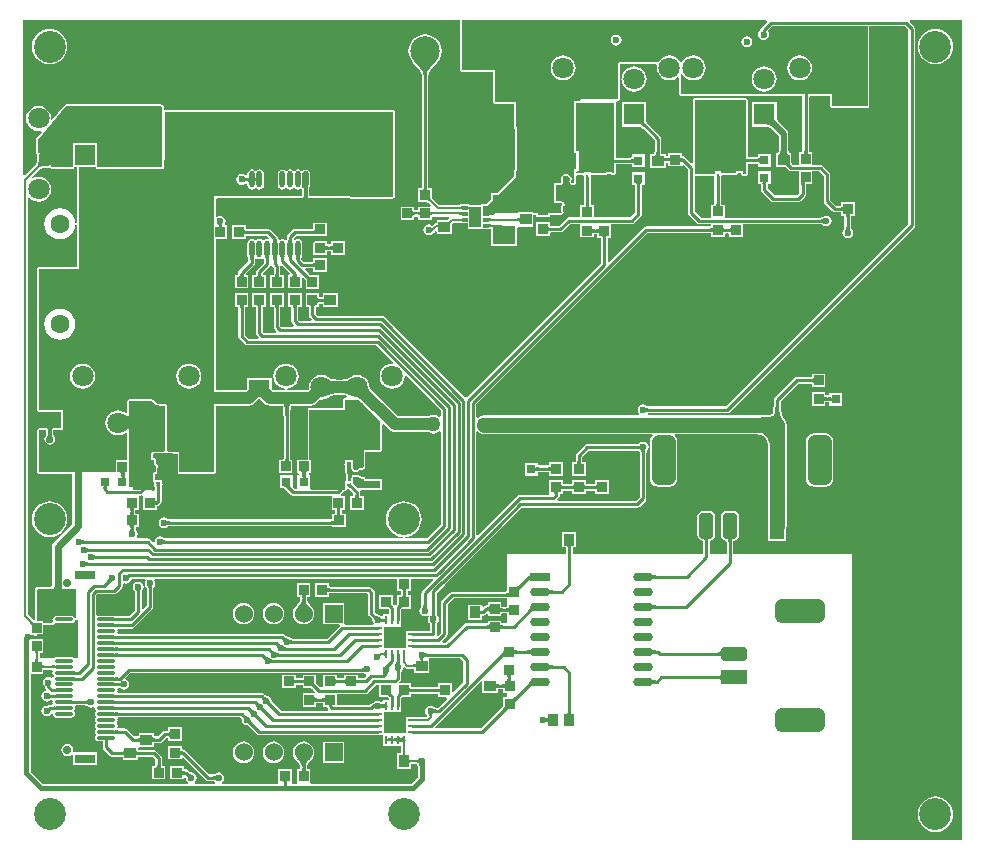
<source format=gtl>
G04*
G04 #@! TF.GenerationSoftware,Altium Limited,Altium Designer,19.0.15 (446)*
G04*
G04 Layer_Physical_Order=1*
G04 Layer_Color=255*
%FSLAX25Y25*%
%MOIN*%
G70*
G01*
G75*
%ADD10C,0.01000*%
%ADD11C,0.00984*%
%ADD12C,0.01968*%
%ADD13C,0.02362*%
%ADD16R,0.03937X0.06693*%
%ADD17R,0.01968X0.01181*%
%ADD18R,0.00787X0.03150*%
%ADD19R,0.03937X0.03543*%
%ADD20R,0.07284X0.05906*%
%ADD21R,0.03347X0.03347*%
%ADD22R,0.13976X0.09685*%
%ADD23O,0.01772X0.05512*%
%ADD24R,0.07087X0.03150*%
%ADD25R,0.06299X0.01181*%
%ADD26O,0.06299X0.01181*%
%ADD27R,0.03543X0.03937*%
%ADD28R,0.03347X0.03347*%
G04:AMPARAMS|DCode=29|XSize=78.74mil|YSize=165.35mil|CornerRadius=19.68mil|HoleSize=0mil|Usage=FLASHONLY|Rotation=180.000|XOffset=0mil|YOffset=0mil|HoleType=Round|Shape=RoundedRectangle|*
%AMROUNDEDRECTD29*
21,1,0.07874,0.12598,0,0,180.0*
21,1,0.03937,0.16535,0,0,180.0*
1,1,0.03937,-0.01968,0.06299*
1,1,0.03937,0.01968,0.06299*
1,1,0.03937,0.01968,-0.06299*
1,1,0.03937,-0.01968,-0.06299*
%
%ADD29ROUNDEDRECTD29*%
G04:AMPARAMS|DCode=30|XSize=47.24mil|YSize=86.61mil|CornerRadius=11.81mil|HoleSize=0mil|Usage=FLASHONLY|Rotation=180.000|XOffset=0mil|YOffset=0mil|HoleType=Round|Shape=RoundedRectangle|*
%AMROUNDEDRECTD30*
21,1,0.04724,0.06299,0,0,180.0*
21,1,0.02362,0.08661,0,0,180.0*
1,1,0.02362,-0.01181,0.03150*
1,1,0.02362,0.01181,0.03150*
1,1,0.02362,0.01181,-0.03150*
1,1,0.02362,-0.01181,-0.03150*
%
%ADD30ROUNDEDRECTD30*%
%ADD31R,0.04724X0.08661*%
%ADD32R,0.03150X0.03150*%
%ADD33R,0.03150X0.03150*%
%ADD34R,0.03110X0.01181*%
%ADD35R,0.00984X0.01575*%
%ADD36R,0.04724X0.03937*%
%ADD37R,0.02953X0.00984*%
%ADD38R,0.00984X0.02953*%
%ADD39R,0.06496X0.06496*%
G04:AMPARAMS|DCode=40|XSize=78.74mil|YSize=165.35mil|CornerRadius=19.68mil|HoleSize=0mil|Usage=FLASHONLY|Rotation=90.000|XOffset=0mil|YOffset=0mil|HoleType=Round|Shape=RoundedRectangle|*
%AMROUNDEDRECTD40*
21,1,0.07874,0.12598,0,0,90.0*
21,1,0.03937,0.16535,0,0,90.0*
1,1,0.03937,0.06299,0.01968*
1,1,0.03937,0.06299,-0.01968*
1,1,0.03937,-0.06299,-0.01968*
1,1,0.03937,-0.06299,0.01968*
%
%ADD40ROUNDEDRECTD40*%
%ADD41R,0.08661X0.04724*%
G04:AMPARAMS|DCode=42|XSize=47.24mil|YSize=86.61mil|CornerRadius=11.81mil|HoleSize=0mil|Usage=FLASHONLY|Rotation=90.000|XOffset=0mil|YOffset=0mil|HoleType=Round|Shape=RoundedRectangle|*
%AMROUNDEDRECTD42*
21,1,0.04724,0.06299,0,0,90.0*
21,1,0.02362,0.08661,0,0,90.0*
1,1,0.02362,0.03150,0.01181*
1,1,0.02362,0.03150,-0.01181*
1,1,0.02362,-0.03150,-0.01181*
1,1,0.02362,-0.03150,0.01181*
%
%ADD42ROUNDEDRECTD42*%
%ADD43R,0.07087X0.05512*%
%ADD44O,0.06693X0.02992*%
%ADD45R,0.06693X0.02992*%
%ADD46R,0.06102X0.13583*%
%ADD47R,0.05512X0.07087*%
%ADD48R,0.03937X0.04724*%
%ADD49R,0.01575X0.00984*%
%ADD50R,0.01181X0.03110*%
%ADD97R,0.03937X0.03937*%
%ADD98C,0.00800*%
%ADD99C,0.02000*%
%ADD100C,0.03937*%
%ADD101C,0.05000*%
%ADD102C,0.01500*%
%ADD103C,0.03000*%
%ADD104C,0.07087*%
%ADD105R,0.07087X0.07087*%
%ADD106C,0.02756*%
%ADD107C,0.09843*%
%ADD108R,0.07087X0.07087*%
%ADD109R,0.06000X0.06000*%
%ADD110C,0.06000*%
%ADD111C,0.06299*%
%ADD112R,0.06299X0.06299*%
%ADD113C,0.10630*%
%ADD114C,0.02362*%
%ADD115C,0.05000*%
%ADD116C,0.01968*%
G36*
X137879Y260174D02*
X136554Y258658D01*
X136230Y258211D01*
X135965Y257792D01*
X135759Y257401D01*
X135611Y257040D01*
X135523Y256707D01*
X135494Y256403D01*
X134494D01*
X134464Y256707D01*
X134376Y257040D01*
X134229Y257401D01*
X134022Y257792D01*
X133757Y258211D01*
X133434Y258658D01*
X132609Y259640D01*
X132108Y260174D01*
X131549Y260737D01*
X138439D01*
X137879Y260174D01*
D02*
G37*
G36*
X248907Y273969D02*
X247010Y272072D01*
X246767Y271708D01*
X246681Y271279D01*
X246681Y271279D01*
Y271157D01*
X246519Y271048D01*
X246125Y270459D01*
X245987Y269764D01*
X246125Y269069D01*
X246519Y268480D01*
X247108Y268087D01*
X247803Y267948D01*
X248498Y268087D01*
X249087Y268480D01*
X249481Y269069D01*
X249619Y269764D01*
X249481Y270459D01*
X249116Y271006D01*
X250610Y272500D01*
X282480D01*
Y246063D01*
X270633D01*
Y249864D01*
X242126Y249943D01*
X242126Y249943D01*
X242093Y249864D01*
X220275D01*
Y256508D01*
X220775Y256608D01*
X220790Y256572D01*
X221454Y255706D01*
X222320Y255042D01*
X223328Y254625D01*
X224410Y254482D01*
X225491Y254625D01*
X226499Y255042D01*
X227364Y255706D01*
X228029Y256572D01*
X228446Y257580D01*
X228589Y258662D01*
X228446Y259743D01*
X228029Y260751D01*
X227364Y261616D01*
X226499Y262281D01*
X225491Y262698D01*
X224410Y262841D01*
X223328Y262698D01*
X222320Y262281D01*
X221454Y261616D01*
X220790Y260751D01*
X220730Y260605D01*
X220275Y260494D01*
X219967Y260867D01*
X219392Y261616D01*
X218527Y262281D01*
X217519Y262698D01*
X216437Y262841D01*
X215355Y262698D01*
X214347Y262281D01*
X213482Y261616D01*
X212818Y260751D01*
X212712Y260494D01*
X199503D01*
X199306Y260298D01*
Y248401D01*
X186984D01*
X186279Y247697D01*
X185138D01*
X184678Y247506D01*
X184488Y247047D01*
Y233071D01*
Y231058D01*
X184646Y230678D01*
X184646Y220231D01*
X184011D01*
X183744Y220731D01*
X183764Y220762D01*
X183903Y221457D01*
X183764Y222152D01*
X183371Y222741D01*
X182782Y223134D01*
X182087Y223273D01*
X181392Y223134D01*
X180803Y222741D01*
X180409Y222152D01*
X180271Y221457D01*
X180409Y220762D01*
X180429Y220731D01*
X180162Y220231D01*
X177943D01*
Y213519D01*
X180533D01*
X180636Y213445D01*
X180710Y213373D01*
X180755Y213313D01*
X180791Y213249D01*
X180876Y213027D01*
X180859Y212994D01*
X180842Y212967D01*
X180824Y212943D01*
X180783Y212899D01*
X180759Y212833D01*
X180409Y212309D01*
X180271Y211614D01*
X180409Y210919D01*
X180558Y210696D01*
X180291Y210196D01*
X171044D01*
Y210504D01*
X165907D01*
Y210196D01*
X165207D01*
X158348Y210205D01*
X157887Y209756D01*
X157437Y210206D01*
X157067Y210207D01*
Y209639D01*
X156915Y209637D01*
X156555Y209611D01*
X156467Y209595D01*
X156395Y209575D01*
X156339Y209552D01*
X156299Y209525D01*
X156275Y209495D01*
X156267Y209461D01*
Y210208D01*
X154704Y210210D01*
Y211599D01*
X165207Y222101D01*
Y224144D01*
X165502D01*
Y238927D01*
X165207D01*
Y247373D01*
X158200D01*
Y257874D01*
X147316Y257874D01*
Y274469D01*
X248700D01*
X248907Y273969D01*
D02*
G37*
G36*
X296123Y271189D02*
Y206621D01*
X235308Y145807D01*
X209536D01*
X209474Y145834D01*
X209372Y145837D01*
X209298Y145843D01*
X209233Y145853D01*
X209177Y145866D01*
X209130Y145880D01*
X209090Y145896D01*
X209057Y145912D01*
X209030Y145929D01*
X209006Y145947D01*
X208962Y145988D01*
X208896Y146012D01*
X208372Y146363D01*
X207677Y146501D01*
X206982Y146363D01*
X206393Y145969D01*
X205999Y145380D01*
X205861Y144685D01*
X205999Y143990D01*
X206393Y143401D01*
X206409Y143390D01*
X206257Y142890D01*
X154724D01*
X153915Y142784D01*
X153161Y142471D01*
X152617Y142054D01*
X152117Y142212D01*
Y146539D01*
X209144Y203566D01*
X229838D01*
X229901Y203539D01*
X230073Y203534D01*
X230201Y203523D01*
X230297Y203507D01*
X230306Y203505D01*
Y202415D01*
X234852D01*
Y203407D01*
X234860Y203409D01*
X234957Y203425D01*
X235085Y203436D01*
X235257Y203440D01*
X235319Y203468D01*
X235938D01*
X236000Y203440D01*
X236173Y203436D01*
X236301Y203425D01*
X236397Y203409D01*
X236405Y203407D01*
Y202316D01*
X240952D01*
Y206514D01*
X266843D01*
X266904Y206486D01*
X267005Y206483D01*
X267080Y206477D01*
X267145Y206467D01*
X267201Y206454D01*
X267248Y206440D01*
X267288Y206424D01*
X267321Y206408D01*
X267348Y206391D01*
X267372Y206373D01*
X267416Y206332D01*
X267482Y206308D01*
X268006Y205957D01*
X268701Y205819D01*
X269396Y205957D01*
X269985Y206351D01*
X270378Y206940D01*
X270517Y207635D01*
X270378Y208330D01*
X269985Y208919D01*
X269396Y209313D01*
X268701Y209451D01*
X268006Y209313D01*
X267482Y208963D01*
X267416Y208938D01*
X267372Y208897D01*
X267348Y208879D01*
X267321Y208862D01*
X267288Y208846D01*
X267249Y208830D01*
X267201Y208816D01*
X267145Y208803D01*
X267080Y208793D01*
X267005Y208787D01*
X266904Y208784D01*
X266843Y208757D01*
X234852D01*
Y213064D01*
X233764D01*
X233759Y213080D01*
X233744Y213173D01*
X233732Y213299D01*
X233728Y213469D01*
X233700Y213531D01*
Y222558D01*
X233711Y222582D01*
X234002Y222892D01*
X234173Y222960D01*
X238376D01*
X238546Y223030D01*
X238728Y223064D01*
X239122Y223318D01*
X239163Y223377D01*
X239229Y223405D01*
X239273Y223511D01*
X240305D01*
Y223327D01*
X240495Y222867D01*
X240954Y222677D01*
X241929D01*
X242388Y222867D01*
X242579Y223327D01*
Y226778D01*
X245405D01*
X245468Y226750D01*
X245637Y226745D01*
X245762Y226734D01*
X245856Y226719D01*
X245857Y226719D01*
Y225716D01*
X250206D01*
Y230066D01*
X245857D01*
Y229063D01*
X245856Y229063D01*
X245762Y229048D01*
X245637Y229037D01*
X245468Y229032D01*
X245405Y229005D01*
X242579D01*
Y247844D01*
X242388Y248303D01*
X241929Y248493D01*
X224842D01*
X224383Y248303D01*
X224193Y247844D01*
Y227021D01*
X223731Y226829D01*
X221679Y228881D01*
X221315Y229124D01*
X221026Y229182D01*
X220900Y229237D01*
X220754Y229240D01*
X220659Y229247D01*
Y230361D01*
X216112D01*
Y229484D01*
X215668Y229314D01*
X215224Y229484D01*
Y230066D01*
X213781D01*
X213779Y230074D01*
X213763Y230171D01*
X213752Y230298D01*
X213748Y230471D01*
X213720Y230533D01*
Y235091D01*
X213635Y235521D01*
X213391Y235884D01*
X213391Y235884D01*
X209388Y239888D01*
X209376Y239933D01*
X209350Y239948D01*
X209340Y239975D01*
X208981Y240360D01*
X208866Y240504D01*
X208781Y240626D01*
X208769Y240647D01*
Y240833D01*
X208805Y240908D01*
X208788Y240959D01*
X208803Y241012D01*
X208769Y241075D01*
Y247293D01*
X200483D01*
Y239006D01*
X206487D01*
X206521Y238983D01*
X206572Y238993D01*
X206618Y238970D01*
X206723Y239006D01*
X206942D01*
X207000Y238973D01*
X207112Y238895D01*
X207435Y238623D01*
X207621Y238444D01*
X207685Y238418D01*
X211477Y234627D01*
Y230533D01*
X211449Y230471D01*
X211445Y230298D01*
X211434Y230171D01*
X211418Y230074D01*
X211416Y230066D01*
X210087D01*
Y225323D01*
X215224D01*
Y226815D01*
X215668Y226985D01*
X216112Y226815D01*
Y225815D01*
X220659D01*
Y226075D01*
X221121Y226267D01*
X222599Y224789D01*
Y210335D01*
X222599Y210335D01*
X222684Y209906D01*
X222927Y209542D01*
X225627Y206842D01*
X225627Y206842D01*
X225991Y206599D01*
X226420Y206514D01*
X226420Y206514D01*
X230306D01*
Y205871D01*
X230297Y205869D01*
X230201Y205853D01*
X230073Y205842D01*
X229901Y205837D01*
X229838Y205809D01*
X208680D01*
X208680Y205809D01*
X208250Y205724D01*
X207887Y205481D01*
X196268Y193863D01*
X195807Y194054D01*
Y201590D01*
X195834Y201653D01*
X195839Y201825D01*
X195850Y201953D01*
X195866Y202049D01*
X195868Y202057D01*
X196958D01*
Y206604D01*
X197445Y206637D01*
X203858D01*
X203858Y206637D01*
X204287Y206722D01*
X204651Y206965D01*
X206893Y209207D01*
X206893Y209207D01*
X207136Y209571D01*
X207221Y210000D01*
X207221Y210000D01*
Y219110D01*
X207249Y219172D01*
X207254Y219345D01*
X207265Y219472D01*
X207280Y219569D01*
X207283Y219577D01*
X208275D01*
Y223927D01*
X203925D01*
Y219577D01*
X204917D01*
X204919Y219569D01*
X204935Y219472D01*
X204946Y219345D01*
X204951Y219172D01*
X204978Y219110D01*
Y210465D01*
X203393Y208880D01*
X191250D01*
Y212805D01*
X190260D01*
X190255Y212821D01*
X190240Y212915D01*
X190228Y213040D01*
X190224Y213210D01*
X190196Y213272D01*
Y222441D01*
X190190Y222470D01*
X190468Y222970D01*
X195266D01*
X195725Y223160D01*
X195733Y223179D01*
X196983D01*
X196991Y223160D01*
X197450Y222970D01*
X198111D01*
X198570Y223160D01*
X198760Y223620D01*
Y226544D01*
X203473D01*
X203536Y226516D01*
X203705Y226512D01*
X203830Y226501D01*
X203924Y226485D01*
X203925Y226485D01*
Y225483D01*
X208275D01*
Y229832D01*
X203925D01*
Y228830D01*
X203924Y228830D01*
X203830Y228814D01*
X203705Y228803D01*
X203536Y228799D01*
X203473Y228771D01*
X198760D01*
Y232360D01*
Y247047D01*
X198676Y247252D01*
X198978Y247752D01*
X199306D01*
X199766Y247942D01*
X199956Y248401D01*
Y254861D01*
X200456Y254893D01*
X200500Y254555D01*
X200589Y253879D01*
X201007Y252871D01*
X201671Y252006D01*
X202536Y251342D01*
X203544Y250924D01*
X204626Y250782D01*
X205708Y250924D01*
X206715Y251342D01*
X207581Y252006D01*
X208245Y252871D01*
X208663Y253879D01*
X208805Y254961D01*
X208663Y256042D01*
X208245Y257050D01*
X207581Y257916D01*
X206715Y258580D01*
X205708Y258997D01*
X204626Y259140D01*
X203544Y258997D01*
X202536Y258580D01*
X201671Y257916D01*
X201007Y257050D01*
X200589Y256042D01*
X200500Y255366D01*
X200456Y255028D01*
X199956Y255061D01*
Y259845D01*
X211926D01*
X212348Y259345D01*
X212258Y258662D01*
X212400Y257580D01*
X212818Y256572D01*
X213482Y255706D01*
X214347Y255042D01*
X215355Y254625D01*
X216437Y254482D01*
X217519Y254625D01*
X218527Y255042D01*
X219126Y255502D01*
X219626Y255256D01*
Y249864D01*
X219816Y249404D01*
X220275Y249214D01*
X242093D01*
X242213Y249264D01*
X242342D01*
X242371Y249292D01*
X260698Y249242D01*
Y231029D01*
X260670Y230967D01*
X260665Y230797D01*
X260654Y230672D01*
X260639Y230578D01*
X260639Y230578D01*
X259538D01*
Y226367D01*
X257620D01*
X257616Y226377D01*
X257254Y226766D01*
X257138Y226910D01*
X257057Y227026D01*
Y227183D01*
X257088Y227236D01*
X257074Y227290D01*
X257094Y227342D01*
X257057Y227426D01*
Y229520D01*
X257091Y229582D01*
X257080Y229617D01*
X257094Y229651D01*
X257057Y229741D01*
Y230263D01*
X256576D01*
X256514Y230296D01*
X256406Y230308D01*
X256390Y230313D01*
X256376Y230323D01*
X256345Y230357D01*
X256298Y230434D01*
X256245Y230565D01*
X256196Y230752D01*
X256156Y230992D01*
X256131Y231282D01*
X256122Y231636D01*
X256104Y231677D01*
Y236693D01*
X255981Y237311D01*
X255630Y237835D01*
X253446Y240020D01*
X253431Y240060D01*
X252723Y240822D01*
X252473Y241135D01*
X252279Y241413D01*
X252175Y241596D01*
Y242312D01*
X252212Y242402D01*
X252192Y242452D01*
X252204Y242503D01*
X252175Y242552D01*
Y247293D01*
X243888D01*
Y239006D01*
X248629D01*
X248678Y238977D01*
X248730Y238989D01*
X248779Y238969D01*
X248869Y239006D01*
X249585D01*
X249768Y238902D01*
X250039Y238713D01*
X250723Y238134D01*
X251112Y237759D01*
X251154Y237742D01*
X252873Y236024D01*
Y231677D01*
X252855Y231636D01*
X252846Y231282D01*
X252820Y230992D01*
X252781Y230752D01*
X252731Y230565D01*
X252678Y230434D01*
X252632Y230357D01*
X252601Y230323D01*
X252586Y230313D01*
X252571Y230308D01*
X252463Y230296D01*
X252401Y230263D01*
X251920D01*
Y229741D01*
X251882Y229651D01*
X251896Y229617D01*
X251886Y229582D01*
X251920Y229520D01*
Y225519D01*
X254660D01*
X254674Y225508D01*
X254723Y225513D01*
X254765Y225488D01*
X254886Y225519D01*
X255122D01*
X255202Y225474D01*
X255311Y225399D01*
X255620Y225139D01*
X255797Y224968D01*
X255862Y224942D01*
X256339Y224466D01*
X256700Y224225D01*
X257126Y224140D01*
X259538D01*
Y220739D01*
X259527Y220726D01*
X259537Y220630D01*
X259500Y220541D01*
X259538Y220451D01*
Y219929D01*
X259659D01*
X259676Y219703D01*
X259677Y219535D01*
X259705Y219469D01*
Y217033D01*
X258905Y216233D01*
X251450D01*
X249153Y218530D01*
Y219344D01*
X249181Y219406D01*
X249185Y219578D01*
X249196Y219706D01*
X249212Y219802D01*
X249214Y219811D01*
X250206D01*
Y224160D01*
X245857D01*
Y219811D01*
X246849D01*
X246851Y219802D01*
X246867Y219706D01*
X246878Y219578D01*
X246882Y219406D01*
X246910Y219344D01*
Y218066D01*
X246910Y218065D01*
X246995Y217636D01*
X247238Y217272D01*
X250192Y214319D01*
X250556Y214076D01*
X250985Y213990D01*
X250985Y213990D01*
X259370D01*
X259370Y213990D01*
X259799Y214076D01*
X260163Y214319D01*
X261620Y215775D01*
X261620Y215775D01*
X261863Y216139D01*
X261948Y216568D01*
X261948Y216569D01*
Y219462D01*
X261976Y219524D01*
X261980Y219694D01*
X261992Y219819D01*
X262007Y219913D01*
X262012Y219929D01*
X264084D01*
Y224140D01*
X266394D01*
X267882Y222652D01*
Y214191D01*
X267967Y213765D01*
X268209Y213404D01*
X270786Y210827D01*
X271147Y210585D01*
X271573Y210501D01*
X273161D01*
X273223Y210473D01*
X273393Y210468D01*
X273518Y210457D01*
X273612Y210442D01*
X273613Y210442D01*
Y209341D01*
X274713D01*
X274714Y209340D01*
X274729Y209246D01*
X274740Y209121D01*
X274745Y208952D01*
X274772Y208889D01*
Y205603D01*
X274745Y205541D01*
X274742Y205441D01*
X274735Y205368D01*
X274725Y205304D01*
X274713Y205248D01*
X274698Y205201D01*
X274682Y205161D01*
X274664Y205127D01*
X274646Y205098D01*
X274626Y205072D01*
X274583Y205026D01*
X274559Y204960D01*
X274208Y204435D01*
X274070Y203740D01*
X274208Y203045D01*
X274602Y202456D01*
X275191Y202062D01*
X275886Y201924D01*
X276581Y202062D01*
X277170Y202456D01*
X277564Y203045D01*
X277702Y203740D01*
X277564Y204435D01*
X277213Y204960D01*
X277188Y205026D01*
X277146Y205072D01*
X277126Y205098D01*
X277107Y205127D01*
X277090Y205161D01*
X277074Y205201D01*
X277059Y205248D01*
X277046Y205304D01*
X277036Y205368D01*
X277030Y205441D01*
X277027Y205541D01*
X276999Y205603D01*
Y208889D01*
X277027Y208952D01*
X277032Y209121D01*
X277043Y209246D01*
X277058Y209340D01*
X277058Y209341D01*
X278159D01*
Y213887D01*
X273613D01*
Y212787D01*
X273612Y212786D01*
X273518Y212771D01*
X273393Y212760D01*
X273223Y212755D01*
X273161Y212728D01*
X272035D01*
X270110Y214653D01*
Y223113D01*
X270110Y223113D01*
X270025Y223539D01*
X269783Y223900D01*
X269783Y223900D01*
X267643Y226041D01*
X267282Y226282D01*
X266855Y226367D01*
X264084D01*
Y230578D01*
X262983D01*
X262983Y230578D01*
X262968Y230672D01*
X262957Y230797D01*
X262952Y230967D01*
X262925Y231029D01*
Y248882D01*
X263279Y249235D01*
X269983Y249216D01*
Y246063D01*
X270174Y245604D01*
X270633Y245413D01*
X282480D01*
X282940Y245604D01*
X283130Y246063D01*
Y272500D01*
X294811D01*
X296123Y271189D01*
D02*
G37*
G36*
X208097Y240873D02*
X208066Y240784D01*
X208063Y240680D01*
X208090Y240561D01*
X208147Y240427D01*
X208232Y240278D01*
X208346Y240114D01*
X208490Y239935D01*
X208864Y239533D01*
X208071Y238911D01*
X207870Y239105D01*
X207508Y239411D01*
X207346Y239523D01*
X207198Y239608D01*
X207064Y239665D01*
X206942Y239694D01*
X206834Y239696D01*
X206739Y239671D01*
X206657Y239618D01*
X208157Y240947D01*
X208097Y240873D01*
D02*
G37*
G36*
X251451Y242249D02*
X251396Y242068D01*
Y241859D01*
X251451Y241623D01*
X251563Y241358D01*
X251730Y241066D01*
X251953Y240746D01*
X252231Y240398D01*
X252955Y239618D01*
X251563Y238226D01*
X251159Y238616D01*
X250435Y239229D01*
X250115Y239451D01*
X249823Y239618D01*
X249558Y239730D01*
X249322Y239785D01*
X249113D01*
X248932Y239730D01*
X248779Y239618D01*
X251563Y242402D01*
X251451Y242249D01*
D02*
G37*
G36*
X262308Y230761D02*
X262323Y230591D01*
X262347Y230442D01*
X262382Y230312D01*
X262426Y230203D01*
X262480Y230113D01*
X262544Y230043D01*
X262618Y229994D01*
X262702Y229964D01*
X262795Y229954D01*
X260827D01*
X260920Y229964D01*
X261004Y229994D01*
X261078Y230043D01*
X261142Y230113D01*
X261196Y230203D01*
X261240Y230312D01*
X261275Y230442D01*
X261299Y230591D01*
X261314Y230761D01*
X261319Y230950D01*
X262303D01*
X262308Y230761D01*
D02*
G37*
G36*
X255482Y231245D02*
X255511Y230911D01*
X255560Y230615D01*
X255628Y230359D01*
X255716Y230143D01*
X255823Y229966D01*
X255949Y229828D01*
X256095Y229730D01*
X256260Y229670D01*
X256445Y229651D01*
X252532D01*
X252716Y229670D01*
X252882Y229730D01*
X253028Y229828D01*
X253154Y229966D01*
X253261Y230143D01*
X253348Y230359D01*
X253417Y230615D01*
X253465Y230911D01*
X253494Y231245D01*
X253504Y231619D01*
X255473D01*
X255482Y231245D01*
D02*
G37*
G36*
X213103Y230262D02*
X213118Y230090D01*
X213143Y229938D01*
X213178Y229806D01*
X213223Y229695D01*
X213278Y229604D01*
X213343Y229533D01*
X213418Y229482D01*
X213503Y229452D01*
X213598Y229442D01*
X211598D01*
X211693Y229452D01*
X211778Y229482D01*
X211853Y229533D01*
X211918Y229604D01*
X211973Y229695D01*
X212018Y229806D01*
X212053Y229938D01*
X212078Y230090D01*
X212093Y230262D01*
X212098Y230454D01*
X213098D01*
X213103Y230262D01*
D02*
G37*
G36*
X220043Y228862D02*
X220069Y228805D01*
X220112Y228754D01*
X220171Y228710D01*
X220248Y228673D01*
X220341Y228642D01*
X220452Y228618D01*
X220580Y228602D01*
X220724Y228591D01*
X220886Y228588D01*
Y227588D01*
X220724Y227585D01*
X220452Y227557D01*
X220341Y227534D01*
X220248Y227503D01*
X220171Y227466D01*
X220112Y227422D01*
X220069Y227371D01*
X220043Y227313D01*
X220035Y227249D01*
Y228927D01*
X220043Y228862D01*
D02*
G37*
G36*
X216737Y227150D02*
X216726Y227245D01*
X216696Y227330D01*
X216646Y227405D01*
X216575Y227470D01*
X216483Y227525D01*
X216372Y227570D01*
X216241Y227605D01*
X216089Y227630D01*
X215917Y227645D01*
X215724Y227650D01*
Y228650D01*
X215917Y228655D01*
X216089Y228670D01*
X216241Y228695D01*
X216372Y228730D01*
X216483Y228775D01*
X216575Y228830D01*
X216646Y228895D01*
X216696Y228970D01*
X216726Y229055D01*
X216737Y229150D01*
Y227150D01*
D02*
G37*
G36*
X214610Y229055D02*
X214640Y228970D01*
X214691Y228895D01*
X214761Y228830D01*
X214853Y228775D01*
X214964Y228730D01*
X215095Y228695D01*
X215247Y228670D01*
X215419Y228655D01*
X215612Y228650D01*
Y227650D01*
X215419Y227645D01*
X215247Y227630D01*
X215095Y227605D01*
X214964Y227570D01*
X214853Y227525D01*
X214761Y227470D01*
X214691Y227405D01*
X214640Y227330D01*
X214610Y227245D01*
X214600Y227150D01*
Y229150D01*
X214610Y229055D01*
D02*
G37*
G36*
X246481Y226907D02*
X246471Y227000D01*
X246441Y227084D01*
X246391Y227158D01*
X246321Y227222D01*
X246232Y227276D01*
X246122Y227320D01*
X245992Y227355D01*
X245843Y227379D01*
X245674Y227394D01*
X245484Y227399D01*
Y228383D01*
X245674Y228388D01*
X245843Y228403D01*
X245992Y228428D01*
X246122Y228462D01*
X246232Y228506D01*
X246321Y228560D01*
X246391Y228624D01*
X246441Y228698D01*
X246471Y228782D01*
X246481Y228875D01*
Y226907D01*
D02*
G37*
G36*
X204549Y226673D02*
X204539Y226767D01*
X204509Y226850D01*
X204459Y226924D01*
X204390Y226988D01*
X204300Y227042D01*
X204190Y227087D01*
X204061Y227121D01*
X203911Y227146D01*
X203742Y227160D01*
X203553Y227165D01*
Y228150D01*
X203742Y228154D01*
X203911Y228169D01*
X204061Y228194D01*
X204190Y228228D01*
X204300Y228273D01*
X204390Y228327D01*
X204459Y228391D01*
X204509Y228465D01*
X204539Y228548D01*
X204549Y228642D01*
Y226673D01*
D02*
G37*
G36*
X47377Y245473D02*
Y225570D01*
X25797D01*
Y233750D01*
X17510D01*
Y225570D01*
X10794D01*
X10727Y225610D01*
X10457Y226063D01*
X10456Y226064D01*
X10457Y226065D01*
X10455Y226068D01*
X10361Y226293D01*
X10266Y226522D01*
X9233Y227555D01*
X10563Y228885D01*
X10784Y229216D01*
X10862Y229606D01*
X10784Y229996D01*
X10563Y230327D01*
X10233Y230548D01*
X9843Y230626D01*
X9452Y230548D01*
X9121Y230327D01*
X7791Y228997D01*
X6759Y230030D01*
X6529Y230125D01*
X6302Y230220D01*
X6296Y230223D01*
X5850Y230558D01*
Y234458D01*
X15388Y245866D01*
X46983D01*
X47377Y245473D01*
D02*
G37*
G36*
X255486Y227823D02*
X255527Y227733D01*
X255595Y227622D01*
X255690Y227489D01*
X255962Y227160D01*
X256070Y227044D01*
X256445Y227326D01*
X256380Y227259D01*
X256346Y227175D01*
X256341Y227076D01*
X256365Y226960D01*
X256420Y226829D01*
X256505Y226682D01*
X256619Y226519D01*
X256763Y226340D01*
X257141Y225935D01*
X256248Y225435D01*
X256055Y225622D01*
X255705Y225916D01*
X255548Y226024D01*
X255403Y226107D01*
X255269Y226164D01*
X255148Y226194D01*
X255039Y226199D01*
X254941Y226178D01*
X254856Y226131D01*
X255204Y226393D01*
X254757Y226784D01*
X254646Y226852D01*
X254556Y226893D01*
X254488Y226907D01*
X255473Y227892D01*
X255486Y227823D01*
D02*
G37*
G36*
X9807Y226063D02*
X9246Y226061D01*
X7821Y225960D01*
X7432Y225895D01*
X7086Y225813D01*
X6783Y225716D01*
X6523Y225604D01*
X6306Y225475D01*
X6132Y225331D01*
X5567Y225896D01*
X5711Y226070D01*
X5840Y226287D01*
X5953Y226547D01*
X6050Y226850D01*
X6131Y227196D01*
X6196Y227585D01*
X6279Y228492D01*
X6297Y229010D01*
X6299Y229571D01*
X9807Y226063D01*
D02*
G37*
G36*
X124462Y243918D02*
Y216093D01*
X124108Y215740D01*
X96259Y215855D01*
Y217794D01*
X96287Y217858D01*
X96290Y218012D01*
X96312Y218294D01*
X96329Y218404D01*
X96351Y218511D01*
X96376Y218606D01*
X96405Y218691D01*
X96435Y218765D01*
X96468Y218829D01*
X96516Y218908D01*
X96529Y218994D01*
X96537Y219007D01*
X96561Y219127D01*
X96610Y219246D01*
X96593Y219287D01*
X96653Y219587D01*
Y223327D01*
X96537Y223906D01*
X96209Y224398D01*
X95718Y224726D01*
X95138Y224842D01*
X94558Y224726D01*
X94067Y224398D01*
X93650D01*
X93158Y224726D01*
X92579Y224842D01*
X91999Y224726D01*
X91508Y224398D01*
X91091D01*
X90599Y224726D01*
X90020Y224842D01*
X89440Y224726D01*
X88948Y224398D01*
X88532D01*
X88040Y224726D01*
X87461Y224842D01*
X86881Y224726D01*
X86389Y224398D01*
X86061Y223906D01*
X85946Y223327D01*
Y219587D01*
X86061Y219007D01*
X86389Y218515D01*
X86881Y218187D01*
X87461Y218072D01*
X88040Y218187D01*
X88532Y218515D01*
X88948D01*
X89440Y218187D01*
X90020Y218072D01*
X90599Y218187D01*
X91091Y218515D01*
X91508D01*
X91999Y218187D01*
X92579Y218072D01*
X93158Y218187D01*
X93442Y218376D01*
X93530Y218381D01*
X93644Y218358D01*
X93973Y218168D01*
X93986Y218012D01*
X93988Y217858D01*
X94016Y217794D01*
Y216218D01*
X93662Y215866D01*
X64509Y215986D01*
Y123800D01*
X53127D01*
Y130112D01*
X53033Y130340D01*
X52938Y130570D01*
X52937Y130570D01*
X52937Y130571D01*
X52708Y130666D01*
X52479Y130761D01*
X49271Y130770D01*
X48881Y131123D01*
X48878Y131127D01*
Y146031D01*
X48687Y146491D01*
X48228Y146681D01*
X46662D01*
X46119Y146752D01*
X45652Y146946D01*
X45217Y147280D01*
X44399Y148097D01*
X43940Y148287D01*
X36417D01*
X35958Y148097D01*
X35768Y147638D01*
Y143800D01*
X35268Y143553D01*
X34720Y143974D01*
X33712Y144391D01*
X32630Y144533D01*
X31549Y144391D01*
X30541Y143974D01*
X29675Y143309D01*
X29011Y142444D01*
X28594Y141436D01*
X28451Y140354D01*
X28594Y139273D01*
X29011Y138265D01*
X29675Y137399D01*
X30541Y136735D01*
X31549Y136318D01*
X32630Y136175D01*
X33712Y136318D01*
X34720Y136735D01*
X35268Y137156D01*
X35768Y136909D01*
Y127861D01*
X31833D01*
Y123800D01*
X6358D01*
Y137884D01*
X8658D01*
X8662Y137868D01*
X8678Y137774D01*
X8689Y137649D01*
X8693Y137479D01*
X8721Y137417D01*
Y136701D01*
X8693Y136639D01*
X8691Y136538D01*
X8684Y136463D01*
X8674Y136398D01*
X8662Y136342D01*
X8647Y136295D01*
X8632Y136255D01*
X8615Y136223D01*
X8598Y136195D01*
X8580Y136171D01*
X8539Y136127D01*
X8515Y136062D01*
X8165Y135538D01*
X8027Y134843D01*
X8165Y134148D01*
X8558Y133558D01*
X9148Y133165D01*
X9843Y133027D01*
X10537Y133165D01*
X11127Y133558D01*
X11520Y134148D01*
X11659Y134843D01*
X11520Y135538D01*
X11170Y136062D01*
X11146Y136127D01*
X11105Y136171D01*
X11087Y136195D01*
X11070Y136223D01*
X11053Y136255D01*
X11038Y136295D01*
X11023Y136342D01*
X11011Y136398D01*
X11001Y136463D01*
X10994Y136538D01*
X10992Y136639D01*
X10964Y136701D01*
Y137417D01*
X10992Y137479D01*
X10996Y137649D01*
X11007Y137774D01*
X11023Y137868D01*
X11027Y137884D01*
X14354D01*
Y144596D01*
X6358D01*
Y191760D01*
X19554D01*
Y209646D01*
Y225463D01*
X25192D01*
X25338Y225110D01*
X25797Y224920D01*
X47377D01*
X47836Y225110D01*
X48026Y225570D01*
Y227865D01*
X48362D01*
Y243918D01*
X111221D01*
X124462Y243918D01*
D02*
G37*
G36*
X18904Y209646D02*
Y206992D01*
X18405Y206959D01*
X18268Y207994D01*
X17752Y209242D01*
X16930Y210313D01*
X15858Y211135D01*
X14611Y211651D01*
X13273Y211828D01*
X11934Y211651D01*
X10687Y211135D01*
X9616Y210313D01*
X8794Y209242D01*
X8277Y207994D01*
X8101Y206656D01*
X8277Y205317D01*
X8794Y204070D01*
X9616Y202999D01*
X10687Y202177D01*
X11934Y201660D01*
X13273Y201484D01*
X14611Y201660D01*
X15858Y202177D01*
X16930Y202999D01*
X17752Y204070D01*
X18268Y205317D01*
X18405Y206353D01*
X18904Y206320D01*
Y192409D01*
X6358D01*
X5899Y192219D01*
X5708Y191760D01*
Y144596D01*
X5899Y144137D01*
X6358Y143947D01*
X13705D01*
Y138534D01*
X11027D01*
X10871Y138469D01*
X10703Y138447D01*
X10668Y138402D01*
X10645Y138397D01*
X10628Y138368D01*
X10568Y138344D01*
X10503Y138187D01*
X10400Y138053D01*
X10396Y138037D01*
X10400Y138003D01*
X10382Y137975D01*
X10376Y137937D01*
X10367Y137881D01*
X10373Y137855D01*
X10360Y137831D01*
X10349Y137706D01*
X10356Y137686D01*
X10347Y137666D01*
X10343Y137522D01*
X10343Y137496D01*
X10345Y137490D01*
X10315Y137417D01*
Y136701D01*
X10345Y136628D01*
X10343Y136621D01*
X10343Y136606D01*
X10345Y136520D01*
X10353Y136502D01*
X10347Y136482D01*
X10354Y136408D01*
X10364Y136388D01*
X10359Y136366D01*
X10364Y136332D01*
X10369Y136301D01*
X10381Y136280D01*
X10377Y136257D01*
X10389Y136201D01*
X10405Y136179D01*
X10402Y136153D01*
X10416Y136106D01*
X10434Y136084D01*
X10434Y136055D01*
X10438Y136045D01*
X10450Y136016D01*
X10471Y135994D01*
X10473Y135964D01*
X10489Y135931D01*
X10513Y135911D01*
X10518Y135880D01*
X10535Y135852D01*
X10562Y135833D01*
X10570Y135801D01*
X10572Y135799D01*
X10588Y135778D01*
X10617Y135761D01*
X10619Y135755D01*
X10623Y135736D01*
X10669Y135686D01*
X10640D01*
X10909Y135284D01*
X10996Y134843D01*
X10909Y134401D01*
X10658Y134027D01*
X10284Y133776D01*
X9843Y133689D01*
X9401Y133776D01*
X9027Y134027D01*
X8777Y134401D01*
X8689Y134843D01*
X8777Y135284D01*
X9045Y135686D01*
X9016D01*
X9062Y135736D01*
X9066Y135755D01*
X9068Y135761D01*
X9097Y135778D01*
X9115Y135801D01*
X9123Y135833D01*
X9150Y135852D01*
X9167Y135879D01*
X9172Y135911D01*
X9196Y135931D01*
X9199Y135939D01*
X9212Y135964D01*
X9214Y135994D01*
X9235Y136016D01*
X9248Y136048D01*
X9251Y136055D01*
X9251Y136084D01*
X9269Y136106D01*
X9269Y136106D01*
X9283Y136153D01*
X9280Y136179D01*
X9296Y136200D01*
X9308Y136257D01*
X9304Y136280D01*
X9317Y136301D01*
X9326Y136366D01*
X9321Y136388D01*
X9331Y136408D01*
X9338Y136482D01*
X9331Y136502D01*
X9340Y136520D01*
X9342Y136606D01*
X9342Y136621D01*
X9340Y136628D01*
X9370Y136701D01*
Y137417D01*
X9340Y137490D01*
X9342Y137496D01*
X9342Y137510D01*
X9338Y137666D01*
X9329Y137686D01*
X9336Y137706D01*
X9325Y137831D01*
X9312Y137855D01*
X9318Y137881D01*
X9311Y137928D01*
X9303Y137975D01*
X9285Y138003D01*
X9289Y138037D01*
X9285Y138053D01*
X9182Y138187D01*
X9117Y138344D01*
X9057Y138368D01*
X9040Y138397D01*
X9017Y138402D01*
X8982Y138447D01*
X8814Y138469D01*
X8658Y138534D01*
X6358D01*
X5899Y138344D01*
X5708Y137884D01*
Y123800D01*
X5899Y123341D01*
X6358Y123151D01*
X17460D01*
Y106663D01*
X11193Y100395D01*
X10799Y99806D01*
X10661Y99111D01*
Y86145D01*
X10166Y85651D01*
X5839Y85700D01*
X5837Y85699D01*
X5835Y85700D01*
X5608Y85607D01*
X5378Y85515D01*
X5377Y85513D01*
X5375Y85512D01*
X5020Y85161D01*
X5019Y85159D01*
X5017Y85158D01*
X4922Y84930D01*
X4827Y84702D01*
X4828Y84701D01*
X4827Y84699D01*
X4827Y74923D01*
X4640Y74783D01*
X4327Y74702D01*
X4266Y74761D01*
X4197Y74788D01*
X2594Y76391D01*
Y215228D01*
X3068Y215389D01*
X3187Y215234D01*
X4052Y214570D01*
X5060Y214152D01*
X6142Y214010D01*
X7223Y214152D01*
X8231Y214570D01*
X9097Y215234D01*
X9761Y216099D01*
X10178Y217107D01*
X10321Y218189D01*
X10178Y219270D01*
X9761Y220278D01*
X9097Y221144D01*
X8231Y221808D01*
X7223Y222226D01*
X6142Y222368D01*
X5060Y222226D01*
X4293Y221908D01*
X4010Y222332D01*
X6492Y224814D01*
X6548Y224831D01*
X6682Y224943D01*
X6819Y225024D01*
X7012Y225108D01*
X7260Y225187D01*
X7560Y225257D01*
X7898Y225314D01*
X9270Y225412D01*
X9809Y225414D01*
X9842Y225427D01*
X9843Y225427D01*
X10062Y225456D01*
X10169Y225278D01*
X10295Y225183D01*
X10316Y225156D01*
X10334Y225110D01*
X10355Y225102D01*
X10389Y225056D01*
X10456Y225015D01*
X10539Y225002D01*
X10567Y224981D01*
X10623Y224989D01*
X10630Y224988D01*
X10794Y224920D01*
X17510D01*
X17969Y225110D01*
X18115Y225463D01*
X18904D01*
Y209646D01*
D02*
G37*
G36*
X198111Y232360D02*
Y223620D01*
X197450D01*
Y223828D01*
X195266D01*
Y223620D01*
X190167D01*
Y223828D01*
X187983D01*
Y223620D01*
X185606D01*
X185329Y224119D01*
X185471Y224346D01*
X186230D01*
Y231058D01*
X185138D01*
Y233071D01*
Y247047D01*
X198111D01*
Y232360D01*
D02*
G37*
G36*
X241929Y223327D02*
X240954D01*
Y224160D01*
X238770D01*
Y223864D01*
X238376Y223609D01*
X234065D01*
X233671Y223864D01*
Y224160D01*
X231487D01*
Y223327D01*
X224842D01*
Y225253D01*
X224842Y225253D01*
X224842Y225253D01*
Y247844D01*
X241929D01*
Y223327D01*
D02*
G37*
G36*
X261732Y220531D02*
X261647Y220501D01*
X261572Y220451D01*
X261507Y220381D01*
X261452Y220291D01*
X261407Y220181D01*
X261372Y220051D01*
X261347Y219901D01*
X261332Y219731D01*
X261327Y219541D01*
X260327D01*
X260325Y219731D01*
X260282Y220291D01*
X260263Y220381D01*
X260240Y220451D01*
X260213Y220501D01*
X260183Y220531D01*
X260150Y220541D01*
X261827D01*
X261732Y220531D01*
D02*
G37*
G36*
X248937Y220425D02*
X248851Y220394D01*
X248777Y220344D01*
X248711Y220273D01*
X248657Y220182D01*
X248611Y220070D01*
X248576Y219939D01*
X248552Y219787D01*
X248536Y219615D01*
X248532Y219423D01*
X247532D01*
X247527Y219615D01*
X247512Y219787D01*
X247486Y219939D01*
X247451Y220070D01*
X247407Y220182D01*
X247352Y220273D01*
X247287Y220344D01*
X247212Y220394D01*
X247127Y220425D01*
X247031Y220435D01*
X249031D01*
X248937Y220425D01*
D02*
G37*
G36*
X207005Y220191D02*
X206920Y220161D01*
X206845Y220110D01*
X206780Y220039D01*
X206725Y219948D01*
X206680Y219837D01*
X206645Y219705D01*
X206620Y219553D01*
X206605Y219381D01*
X206600Y219189D01*
X205600D01*
X205595Y219381D01*
X205580Y219553D01*
X205555Y219705D01*
X205520Y219837D01*
X205475Y219948D01*
X205420Y220039D01*
X205355Y220110D01*
X205280Y220161D01*
X205195Y220191D01*
X205100Y220201D01*
X207100D01*
X207005Y220191D01*
D02*
G37*
G36*
X135497Y218547D02*
X135521Y218287D01*
X135542Y218181D01*
X135569Y218092D01*
X135601Y218019D01*
X135640Y217962D01*
X135685Y217922D01*
X135736Y217897D01*
X135793Y217889D01*
X134194D01*
X134251Y217897D01*
X134302Y217922D01*
X134347Y217962D01*
X134386Y218019D01*
X134419Y218092D01*
X134446Y218181D01*
X134467Y218287D01*
X134482Y218409D01*
X134491Y218547D01*
X134494Y218701D01*
X135494D01*
X135497Y218547D01*
D02*
G37*
G36*
X136610Y215648D02*
X136587Y215575D01*
Y215490D01*
X136610Y215393D01*
X136655Y215286D01*
X136723Y215167D01*
X136813Y215037D01*
X136926Y214896D01*
X137221Y214579D01*
X136655Y214013D01*
X136491Y214172D01*
X136197Y214421D01*
X136067Y214511D01*
X135948Y214579D01*
X135840Y214624D01*
X135744Y214647D01*
X135659D01*
X135586Y214624D01*
X135524Y214579D01*
X136655Y215710D01*
X136610Y215648D01*
D02*
G37*
G36*
X146667Y257874D02*
X146857Y257415D01*
X147316Y257225D01*
X157551Y257225D01*
Y247373D01*
X157741Y246913D01*
X158200Y246723D01*
X164558D01*
Y238927D01*
X164748Y238468D01*
X164853Y238424D01*
Y224647D01*
X164748Y224603D01*
X164558Y224144D01*
Y222370D01*
X159027Y216840D01*
X157073D01*
Y214885D01*
X155386Y213198D01*
X153711D01*
Y213001D01*
X150040D01*
X150000Y213019D01*
X149830Y213025D01*
X149795Y213039D01*
X149793Y213041D01*
Y213198D01*
X149271D01*
X149181Y213236D01*
X149120Y213211D01*
X149056Y213224D01*
X149018Y213198D01*
X147413D01*
X147385Y213218D01*
X147308Y213206D01*
X147236Y213236D01*
X147146Y213198D01*
X146624D01*
Y213064D01*
X146560Y213059D01*
X146428Y213057D01*
X146359Y213027D01*
X139648D01*
X137721Y214955D01*
X137697Y215021D01*
X137419Y215320D01*
X137334Y215426D01*
X137272Y215514D01*
X137267Y215524D01*
Y215620D01*
X137304Y215710D01*
X137284Y215760D01*
X137296Y215811D01*
X137267Y215860D01*
Y218513D01*
X136152D01*
X136146Y218583D01*
X136143Y218713D01*
X136115Y218777D01*
Y256294D01*
X136140Y256341D01*
X136164Y256592D01*
X136229Y256833D01*
X136348Y257126D01*
X136527Y257466D01*
X136768Y257846D01*
X137063Y258254D01*
X138354Y259731D01*
X138899Y260280D01*
X138905Y260294D01*
X138932Y260314D01*
X139816Y261468D01*
X140373Y262811D01*
X140563Y264252D01*
X140373Y265693D01*
X139816Y267036D01*
X138932Y268190D01*
X137778Y269075D01*
X136435Y269631D01*
X134994Y269821D01*
X133552Y269631D01*
X132209Y269075D01*
X131056Y268190D01*
X130171Y267036D01*
X129615Y265693D01*
X129425Y264252D01*
X129615Y262811D01*
X130171Y261468D01*
X131056Y260314D01*
X131082Y260294D01*
X131088Y260280D01*
X131641Y259724D01*
X132123Y259209D01*
X132921Y258259D01*
X133220Y257846D01*
X133460Y257466D01*
X133639Y257126D01*
X133759Y256833D01*
X133823Y256592D01*
X133847Y256341D01*
X133872Y256294D01*
Y218777D01*
X133844Y218713D01*
X133842Y218574D01*
X133838Y218513D01*
X132720D01*
Y213967D01*
X135374D01*
X135422Y213937D01*
X135474Y213950D01*
X135524Y213929D01*
X135614Y213967D01*
X135710D01*
X135719Y213962D01*
X135801Y213905D01*
X136055Y213690D01*
X136204Y213546D01*
X136273Y213519D01*
X136881Y212911D01*
X136674Y212411D01*
X132720D01*
Y211197D01*
X132650Y211191D01*
X132516Y211187D01*
X132449Y211157D01*
X131673D01*
X131606Y211187D01*
X131472Y211191D01*
X131401Y211197D01*
Y212411D01*
X126855D01*
Y207864D01*
X131401D01*
Y209079D01*
X131472Y209085D01*
X131606Y209088D01*
X131673Y209118D01*
X132449D01*
X132516Y209088D01*
X132650Y209085D01*
X132720Y209079D01*
Y207864D01*
X137267D01*
Y209079D01*
X137337Y209085D01*
X137472Y209088D01*
X137538Y209118D01*
X142865D01*
X143072Y208618D01*
X142518Y208065D01*
X138823D01*
Y206925D01*
X138648D01*
X138258Y206847D01*
X137927Y206626D01*
X137366Y206065D01*
X136915Y206366D01*
X136221Y206504D01*
X135526Y206366D01*
X134936Y205972D01*
X134543Y205383D01*
X134405Y204688D01*
X134543Y203993D01*
X134936Y203404D01*
X135526Y203010D01*
X136221Y202872D01*
X136915Y203010D01*
X137505Y203404D01*
X137720Y203726D01*
X137821Y203746D01*
X138152Y203967D01*
X138361Y204176D01*
X138823Y203985D01*
Y203321D01*
X143960D01*
Y206623D01*
X144388Y207051D01*
X146624D01*
Y206880D01*
X149183D01*
Y205109D01*
X153711D01*
Y204912D01*
X156090D01*
X156118Y204892D01*
X156195Y204904D01*
X156267Y204874D01*
X156358Y204912D01*
X156879D01*
X157073Y204492D01*
Y199302D01*
X165556D01*
Y205406D01*
X165907Y205761D01*
X171044D01*
Y209547D01*
X171939D01*
Y208849D01*
X176486D01*
Y209547D01*
X180291D01*
X180381Y209584D01*
X180479Y209575D01*
X180603Y209676D01*
X180750Y209737D01*
X180788Y209828D01*
X180863Y209890D01*
X181131Y210390D01*
X181140Y210488D01*
X181195Y210569D01*
X181164Y210726D01*
X181179Y210885D01*
X181117Y210961D01*
X181098Y211057D01*
X181021Y211173D01*
X180933Y211614D01*
X181021Y212056D01*
X181289Y212458D01*
X181260D01*
X181306Y212508D01*
X181310Y212527D01*
X181312Y212533D01*
X181341Y212550D01*
X181359Y212573D01*
X181367Y212605D01*
X181394Y212624D01*
X181411Y212651D01*
X181416Y212682D01*
X181440Y212703D01*
X181444Y212710D01*
X181456Y212736D01*
X181457Y212751D01*
X181469Y212762D01*
X181475Y212997D01*
X181477Y213020D01*
X181486Y213054D01*
X181480Y213064D01*
X181481Y213074D01*
X181492Y213141D01*
X181486Y213149D01*
X181492Y213231D01*
X181482Y213243D01*
X181482Y213259D01*
X181397Y213481D01*
X181364Y213516D01*
X181359Y213563D01*
X181324Y213627D01*
X181286Y213658D01*
X181273Y213705D01*
X181228Y213765D01*
X181183Y213791D01*
X181163Y213838D01*
X181090Y213910D01*
X181042Y213929D01*
X181015Y213972D01*
X180912Y214047D01*
X180718Y214092D01*
X180533Y214169D01*
X178593D01*
Y219582D01*
X180162D01*
X180253Y219619D01*
X180351Y219609D01*
X180474Y219711D01*
X180621Y219772D01*
X180659Y219863D01*
X180735Y219925D01*
X181002Y220425D01*
X181012Y220522D01*
X181066Y220604D01*
X181035Y220761D01*
X181051Y220919D01*
X181036Y220938D01*
X180933Y221457D01*
X181021Y221898D01*
X181271Y222273D01*
X181645Y222523D01*
X182087Y222610D01*
X182528Y222523D01*
X182903Y222273D01*
X183153Y221898D01*
X183240Y221457D01*
X183137Y220938D01*
X183122Y220919D01*
X183138Y220761D01*
X183107Y220604D01*
X183161Y220522D01*
X183171Y220425D01*
X183438Y219925D01*
X183514Y219863D01*
X183552Y219772D01*
X183699Y219711D01*
X183823Y219609D01*
X183920Y219619D01*
X184011Y219582D01*
X184646D01*
X185105Y219772D01*
X185295Y220231D01*
Y222552D01*
X185307Y222592D01*
X185606Y222970D01*
X187682D01*
X187959Y222470D01*
X187953Y222441D01*
Y213272D01*
X187926Y213210D01*
X187921Y213040D01*
X187910Y212915D01*
X187894Y212821D01*
X187890Y212805D01*
X186703D01*
Y208880D01*
X182955D01*
X182955Y208880D01*
X182526Y208794D01*
X182162Y208551D01*
X179654Y206043D01*
X176953D01*
X176891Y206070D01*
X176718Y206075D01*
X176591Y206086D01*
X176494Y206102D01*
X176486Y206104D01*
Y207293D01*
X174361D01*
X174213Y207322D01*
X174064Y207293D01*
X171939D01*
Y202746D01*
X176486D01*
Y203738D01*
X176494Y203741D01*
X176591Y203756D01*
X176718Y203767D01*
X176891Y203772D01*
X176953Y203800D01*
X180118D01*
X180118Y203800D01*
X180547Y203885D01*
X180911Y204128D01*
X183420Y206637D01*
X186703D01*
Y202156D01*
X191250D01*
Y203148D01*
X191258Y203150D01*
X191354Y203166D01*
X191482Y203177D01*
X191655Y203181D01*
X191717Y203209D01*
X191945D01*
X192007Y203181D01*
X192179Y203177D01*
X192307Y203166D01*
X192403Y203150D01*
X192412Y203148D01*
Y202057D01*
X193502D01*
X193504Y202049D01*
X193520Y201953D01*
X193531Y201825D01*
X193536Y201653D01*
X193563Y201590D01*
Y193421D01*
X148970Y148828D01*
X148284Y148848D01*
X121510Y175621D01*
X121146Y175865D01*
X120717Y175950D01*
X120717Y175950D01*
X99258D01*
X98562Y176646D01*
Y178460D01*
X98590Y178523D01*
X98595Y178695D01*
X98606Y178823D01*
X98622Y178919D01*
X98624Y178928D01*
X99714D01*
Y180024D01*
X99723Y180026D01*
X99819Y180042D01*
X99947Y180053D01*
X100119Y180058D01*
X100181Y180086D01*
X100409D01*
X100471Y180058D01*
X100644Y180053D01*
X100772Y180042D01*
X100868Y180026D01*
X100876Y180024D01*
Y178835D01*
X106013D01*
Y183579D01*
X100876D01*
Y182390D01*
X100868Y182388D01*
X100772Y182372D01*
X100644Y182361D01*
X100471Y182356D01*
X100409Y182329D01*
X100181D01*
X100119Y182356D01*
X99947Y182361D01*
X99819Y182372D01*
X99723Y182388D01*
X99714Y182390D01*
Y183474D01*
X95168D01*
Y178928D01*
X96258D01*
X96260Y178919D01*
X96276Y178823D01*
X96287Y178695D01*
X96292Y178523D01*
X96319Y178460D01*
Y176181D01*
X96319Y176181D01*
X96405Y175752D01*
X96648Y175388D01*
X97224Y174812D01*
X97033Y174350D01*
X92984D01*
X92657Y174677D01*
Y178559D01*
X92685Y178621D01*
X92689Y178793D01*
X92700Y178921D01*
X92716Y179017D01*
X92718Y179026D01*
X93809D01*
Y183572D01*
X89262D01*
Y179026D01*
X90352D01*
X90355Y179017D01*
X90371Y178921D01*
X90382Y178793D01*
X90386Y178621D01*
X90414Y178559D01*
Y174213D01*
X90414Y174213D01*
X90499Y173783D01*
X90742Y173419D01*
X91281Y172881D01*
X91073Y172381D01*
X87079D01*
X86751Y172709D01*
Y178559D01*
X86779Y178621D01*
X86784Y178794D01*
X86795Y178921D01*
X86811Y179017D01*
X86813Y179026D01*
X87903D01*
Y183572D01*
X83357D01*
Y179026D01*
X84447D01*
X84449Y179017D01*
X84465Y178921D01*
X84476Y178794D01*
X84481Y178621D01*
X84508Y178559D01*
Y172244D01*
X84508Y172244D01*
X84594Y171815D01*
X84837Y171451D01*
X85375Y170913D01*
X85168Y170413D01*
X81173D01*
X80846Y170740D01*
Y178559D01*
X80874Y178621D01*
X80878Y178794D01*
X80889Y178921D01*
X80905Y179017D01*
X80907Y179026D01*
X81998D01*
Y183572D01*
X77451D01*
Y179026D01*
X78541D01*
X78544Y179017D01*
X78559Y178921D01*
X78571Y178794D01*
X78575Y178621D01*
X78603Y178559D01*
Y170276D01*
X78603Y170275D01*
X78688Y169846D01*
X78931Y169483D01*
X79469Y168944D01*
X79262Y168444D01*
X76252D01*
X74940Y169756D01*
Y178559D01*
X74968Y178621D01*
X74972Y178794D01*
X74984Y178921D01*
X74999Y179017D01*
X75002Y179026D01*
X76092D01*
Y183572D01*
X71546D01*
Y179026D01*
X72636D01*
X72638Y179017D01*
X72654Y178921D01*
X72665Y178794D01*
X72670Y178621D01*
X72697Y178559D01*
Y169291D01*
X72697Y169291D01*
X72783Y168862D01*
X73026Y168498D01*
X74994Y166530D01*
X74994Y166530D01*
X75358Y166287D01*
X75787Y166201D01*
X75787Y166201D01*
X118707D01*
X124434Y160474D01*
X124213Y160025D01*
X124061Y160045D01*
X122980Y159903D01*
X121972Y159485D01*
X121106Y158821D01*
X120442Y157956D01*
X120025Y156948D01*
X119882Y155866D01*
X120025Y154785D01*
X120442Y153777D01*
X121106Y152911D01*
X121972Y152247D01*
X122980Y151830D01*
X124061Y151687D01*
X125143Y151830D01*
X126151Y152247D01*
X127016Y152911D01*
X127681Y153777D01*
X128098Y154785D01*
X128240Y155866D01*
X128220Y156018D01*
X128669Y156239D01*
X140274Y144634D01*
Y142518D01*
X139774Y142271D01*
X139359Y142590D01*
X138604Y142902D01*
X137795Y143009D01*
X136986Y142902D01*
X136232Y142590D01*
X136079Y142473D01*
X125955D01*
X117769Y150658D01*
X117745Y150721D01*
X117235Y151255D01*
X116850Y151709D01*
X116710Y151897D01*
X116597Y152066D01*
X116516Y152209D01*
X116466Y152319D01*
X116443Y152389D01*
X116429Y152477D01*
X116377Y152562D01*
X116287Y153247D01*
X115869Y154255D01*
X115205Y155120D01*
X114340Y155784D01*
X113332Y156202D01*
X112250Y156344D01*
X111169Y156202D01*
X110161Y155784D01*
X109340Y155155D01*
X109302Y155143D01*
X109227Y155080D01*
X109162Y155041D01*
X109052Y154993D01*
X108899Y154944D01*
X108704Y154899D01*
X108484Y154861D01*
X107541Y154788D01*
X107170Y154783D01*
X107106Y154756D01*
X105583D01*
X105520Y154783D01*
X105137Y154788D01*
X104802Y154802D01*
X104212Y154860D01*
X103985Y154899D01*
X103791Y154944D01*
X103638Y154993D01*
X103528Y155041D01*
X103463Y155080D01*
X103388Y155143D01*
X103349Y155155D01*
X102529Y155784D01*
X101521Y156202D01*
X100439Y156344D01*
X99358Y156202D01*
X98350Y155784D01*
X97484Y155120D01*
X96820Y154255D01*
X96403Y153247D01*
X96260Y152165D01*
X96320Y151710D01*
X95823Y151213D01*
X88856D01*
X88823Y151713D01*
X88917Y151725D01*
X89710Y151830D01*
X90718Y152247D01*
X91583Y152911D01*
X92247Y153777D01*
X92665Y154785D01*
X92807Y155866D01*
X92665Y156948D01*
X92247Y157956D01*
X91583Y158821D01*
X90718Y159485D01*
X89710Y159903D01*
X88628Y160045D01*
X87547Y159903D01*
X86539Y159485D01*
X85673Y158821D01*
X85009Y157956D01*
X84592Y156948D01*
X84449Y155866D01*
X84592Y154785D01*
X85009Y153777D01*
X85673Y152911D01*
X86539Y152247D01*
X87547Y151830D01*
X88339Y151725D01*
X88434Y151713D01*
X88401Y151213D01*
X84242D01*
X83868Y151587D01*
Y155423D01*
X75581D01*
Y151587D01*
X75206Y151213D01*
X65159D01*
Y201627D01*
X69064D01*
Y206173D01*
X68563D01*
X68296Y206673D01*
X68371Y206785D01*
X68509Y207480D01*
X68371Y208175D01*
X67977Y208764D01*
X67388Y209158D01*
X66693Y209296D01*
X65998Y209158D01*
X65659Y208931D01*
X65159Y209199D01*
Y214979D01*
X65513Y215332D01*
X93659Y215216D01*
X93660Y215216D01*
X93661Y215216D01*
X93890Y215311D01*
X94119Y215405D01*
X94120Y215405D01*
X94120Y215405D01*
X94475Y215758D01*
X94475Y215759D01*
X94475Y215759D01*
X94571Y215990D01*
X94666Y216217D01*
X94665Y216218D01*
X94666Y216218D01*
Y217794D01*
X94636Y217865D01*
X94638Y217870D01*
X94637Y217894D01*
X94635Y218024D01*
X94626Y218044D01*
X94633Y218064D01*
X94621Y218219D01*
X94593Y218274D01*
X94601Y218335D01*
X94483Y218489D01*
X94394Y218662D01*
X94336Y218681D01*
X94299Y218730D01*
X93985Y219001D01*
X94057Y219404D01*
X94094Y219587D01*
Y223327D01*
X94083Y223382D01*
X94427Y223858D01*
X94811Y224115D01*
X95138Y224180D01*
X95464Y224115D01*
X95741Y223930D01*
X95926Y223653D01*
X96003Y223263D01*
Y219651D01*
X95956Y219414D01*
X95963Y219380D01*
X95961Y219376D01*
Y219309D01*
X95924Y219254D01*
X95923Y219246D01*
X95961D01*
X95904Y219152D01*
X95900Y219134D01*
X95901Y219133D01*
X95888Y219122D01*
X95855Y219057D01*
X95854Y219032D01*
X95835Y219013D01*
X95805Y218939D01*
X95805Y218916D01*
X95789Y218898D01*
X95761Y218813D01*
X95762Y218791D01*
X95749Y218774D01*
X95734Y218718D01*
X95723Y218678D01*
X95726Y218658D01*
X95715Y218642D01*
X95693Y218535D01*
X95696Y218517D01*
X95687Y218501D01*
X95670Y218391D01*
X95676Y218367D01*
X95665Y218346D01*
X95643Y218064D01*
X95649Y218044D01*
X95641Y218024D01*
X95638Y217884D01*
X95638Y217870D01*
X95639Y217865D01*
X95610Y217794D01*
Y215855D01*
X95704Y215627D01*
X95798Y215398D01*
X95799Y215397D01*
X95800Y215396D01*
X96029Y215301D01*
X96257Y215206D01*
X124105Y215091D01*
X124106Y215091D01*
X124107Y215091D01*
X124336Y215185D01*
X124565Y215279D01*
X124565Y215280D01*
X124566Y215280D01*
X124920Y215633D01*
X124921Y215634D01*
X124921Y215634D01*
X125017Y215865D01*
X125112Y216092D01*
X125111Y216092D01*
X125112Y216093D01*
Y243918D01*
X124921Y244378D01*
X124462Y244568D01*
X111221Y244568D01*
X48362D01*
X48026Y244792D01*
Y245473D01*
X47836Y245932D01*
X47442Y246325D01*
X46983Y246516D01*
X15388D01*
X15360Y246504D01*
X15331Y246513D01*
X15134Y246410D01*
X14929Y246325D01*
X14917Y246297D01*
X14890Y246283D01*
X10764Y241348D01*
X10287Y241558D01*
X10321Y241811D01*
X10178Y242893D01*
X9761Y243900D01*
X9097Y244766D01*
X8231Y245430D01*
X7223Y245848D01*
X6142Y245990D01*
X5060Y245848D01*
X4052Y245430D01*
X3187Y244766D01*
X2523Y243900D01*
X2105Y242893D01*
X1963Y241811D01*
X2105Y240729D01*
X2523Y239721D01*
X3187Y238856D01*
X4052Y238192D01*
X5060Y237774D01*
X6142Y237632D01*
X7112Y237760D01*
X7429Y237360D01*
X5351Y234875D01*
X5285Y234663D01*
X5200Y234458D01*
Y230558D01*
X5219Y230514D01*
X5207Y230467D01*
X5311Y230290D01*
X5390Y230099D01*
X5435Y230081D01*
X5459Y230039D01*
X5697Y229861D01*
X5663Y229606D01*
X5663Y229606D01*
X5650Y229573D01*
X5648Y229022D01*
X5631Y228533D01*
X5552Y227668D01*
X5494Y227324D01*
X5423Y227023D01*
X5344Y226776D01*
X5260Y226583D01*
X5179Y226446D01*
X5067Y226311D01*
X5050Y226256D01*
X1584Y222789D01*
X1122Y222980D01*
Y236220D01*
X1122Y236221D01*
X1122Y274469D01*
X146667D01*
Y257874D01*
D02*
G37*
G36*
X233084Y213262D02*
X233099Y213091D01*
X233124Y212942D01*
X233159Y212811D01*
X233204Y212702D01*
X233259Y212612D01*
X233324Y212542D01*
X233399Y212491D01*
X233484Y212461D01*
X233579Y212452D01*
X231579D01*
X231674Y212461D01*
X231759Y212491D01*
X231834Y212542D01*
X231899Y212612D01*
X231954Y212702D01*
X231999Y212811D01*
X232034Y212942D01*
X232059Y213091D01*
X232074Y213262D01*
X232079Y213452D01*
X233079D01*
X233084Y213262D01*
D02*
G37*
G36*
X189580Y213003D02*
X189595Y212833D01*
X189620Y212683D01*
X189655Y212553D01*
X189700Y212443D01*
X189755Y212353D01*
X189820Y212283D01*
X189895Y212233D01*
X189980Y212203D01*
X190075Y212193D01*
X188075D01*
X188170Y212203D01*
X188255Y212233D01*
X188330Y212283D01*
X188395Y212353D01*
X188450Y212443D01*
X188495Y212553D01*
X188530Y212683D01*
X188555Y212833D01*
X188570Y213003D01*
X188575Y213193D01*
X189575D01*
X189580Y213003D01*
D02*
G37*
G36*
X147236Y211429D02*
X147228Y211463D01*
X147204Y211494D01*
X147164Y211520D01*
X147108Y211543D01*
X147036Y211563D01*
X146948Y211579D01*
X146844Y211592D01*
X146588Y211606D01*
X146436Y211608D01*
Y212408D01*
X146588Y212410D01*
X146948Y212436D01*
X147036Y212453D01*
X147108Y212472D01*
X147164Y212495D01*
X147204Y212522D01*
X147228Y212552D01*
X147236Y212586D01*
Y211429D01*
D02*
G37*
G36*
X149189Y212545D02*
X149213Y212509D01*
X149253Y212476D01*
X149309Y212448D01*
X149381Y212424D01*
X149469Y212405D01*
X149573Y212390D01*
X149622Y212385D01*
X149795Y212389D01*
Y212376D01*
X149981Y212370D01*
Y211570D01*
X149829Y211569D01*
X149795Y211566D01*
Y211170D01*
X149787Y211246D01*
X149763Y211314D01*
X149723Y211374D01*
X149667Y211426D01*
X149595Y211470D01*
X149507Y211506D01*
X149403Y211534D01*
X149393Y211536D01*
X149381Y211535D01*
X149309Y211520D01*
X149253Y211501D01*
X149213Y211480D01*
X149189Y211456D01*
X149181Y211429D01*
Y211563D01*
X149147Y211566D01*
X148995Y211570D01*
Y212370D01*
X149181Y212375D01*
Y212586D01*
X149189Y212545D01*
D02*
G37*
G36*
X274237Y210630D02*
X274227Y210723D01*
X274197Y210807D01*
X274147Y210881D01*
X274077Y210945D01*
X273988Y210999D01*
X273878Y211043D01*
X273748Y211078D01*
X273599Y211102D01*
X273430Y211117D01*
X273240Y211122D01*
Y212106D01*
X273430Y212111D01*
X273599Y212126D01*
X273748Y212151D01*
X273878Y212185D01*
X273988Y212229D01*
X274077Y212283D01*
X274147Y212347D01*
X274197Y212421D01*
X274227Y212505D01*
X274237Y212598D01*
Y210630D01*
D02*
G37*
G36*
X147236Y209461D02*
X147228Y209513D01*
X147204Y209560D01*
X147164Y209602D01*
X147108Y209638D01*
X147036Y209668D01*
X146948Y209693D01*
X146844Y209713D01*
X146724Y209727D01*
X146588Y209735D01*
X146436Y209738D01*
Y210538D01*
X146588Y210539D01*
X147164Y210577D01*
X147204Y210589D01*
X147228Y210603D01*
X147236Y210618D01*
Y209461D01*
D02*
G37*
G36*
X136651Y210862D02*
X136675Y210794D01*
X136716Y210734D01*
X136773Y210682D01*
X136846Y210638D01*
X136935Y210602D01*
X137041Y210574D01*
X137163Y210554D01*
X137301Y210542D01*
X137455Y210538D01*
Y209738D01*
X137301Y209734D01*
X137163Y209722D01*
X137041Y209702D01*
X136935Y209674D01*
X136846Y209638D01*
X136773Y209594D01*
X136716Y209542D01*
X136675Y209482D01*
X136651Y209414D01*
X136643Y209338D01*
Y210938D01*
X136651Y210862D01*
D02*
G37*
G36*
X133344Y209338D02*
X133336Y209414D01*
X133312Y209482D01*
X133271Y209542D01*
X133215Y209594D01*
X133142Y209638D01*
X133052Y209674D01*
X132947Y209702D01*
X132825Y209722D01*
X132687Y209734D01*
X132533Y209738D01*
Y210538D01*
X132687Y210542D01*
X132825Y210554D01*
X132947Y210574D01*
X133052Y210602D01*
X133142Y210638D01*
X133215Y210682D01*
X133271Y210734D01*
X133312Y210794D01*
X133336Y210862D01*
X133344Y210938D01*
Y209338D01*
D02*
G37*
G36*
X130786Y210862D02*
X130810Y210794D01*
X130851Y210734D01*
X130907Y210682D01*
X130980Y210638D01*
X131070Y210602D01*
X131175Y210574D01*
X131297Y210554D01*
X131435Y210542D01*
X131589Y210538D01*
Y209738D01*
X131435Y209734D01*
X131297Y209722D01*
X131175Y209702D01*
X131070Y209674D01*
X130980Y209638D01*
X130907Y209594D01*
X130851Y209542D01*
X130810Y209482D01*
X130786Y209414D01*
X130777Y209338D01*
Y210938D01*
X130786Y210862D01*
D02*
G37*
G36*
X276777Y209955D02*
X276693Y209925D01*
X276619Y209875D01*
X276555Y209805D01*
X276501Y209716D01*
X276457Y209606D01*
X276422Y209477D01*
X276398Y209327D01*
X276383Y209158D01*
X276378Y208969D01*
X275394D01*
X275389Y209158D01*
X275374Y209327D01*
X275349Y209477D01*
X275315Y209606D01*
X275271Y209716D01*
X275217Y209805D01*
X275153Y209875D01*
X275079Y209925D01*
X274995Y209955D01*
X274902Y209965D01*
X276870D01*
X276777Y209955D01*
D02*
G37*
G36*
X231457Y213531D02*
X231430Y213469D01*
X231425Y213299D01*
X231414Y213173D01*
X231398Y213080D01*
X231394Y213064D01*
X230306D01*
Y208757D01*
X226885D01*
X224842Y210799D01*
Y222677D01*
X231457D01*
Y213531D01*
D02*
G37*
G36*
X156275Y208615D02*
X156299Y208585D01*
X156339Y208558D01*
X156395Y208535D01*
X156467Y208516D01*
X156555Y208499D01*
X156659Y208487D01*
X156915Y208473D01*
X157067Y208471D01*
Y207671D01*
X156915Y207669D01*
X156555Y207642D01*
X156467Y207626D01*
X156395Y207607D01*
X156339Y207583D01*
X156299Y207557D01*
X156275Y207526D01*
X156267Y207492D01*
Y208649D01*
X156275Y208615D01*
D02*
G37*
G36*
X166531Y207271D02*
X166523Y207347D01*
X166499Y207415D01*
X166458Y207475D01*
X166401Y207527D01*
X166328Y207571D01*
X166239Y207607D01*
X166133Y207635D01*
X166012Y207655D01*
X165874Y207667D01*
X165719Y207671D01*
Y208471D01*
X165874Y208475D01*
X166012Y208487D01*
X166133Y208507D01*
X166239Y208535D01*
X166328Y208571D01*
X166401Y208615D01*
X166458Y208667D01*
X166499Y208727D01*
X166523Y208795D01*
X166531Y208871D01*
Y207271D01*
D02*
G37*
G36*
X267857Y206808D02*
X267790Y206871D01*
X267717Y206926D01*
X267639Y206975D01*
X267554Y207017D01*
X267463Y207053D01*
X267367Y207083D01*
X267265Y207106D01*
X267156Y207122D01*
X267042Y207132D01*
X266922Y207135D01*
Y208135D01*
X267042Y208138D01*
X267156Y208148D01*
X267265Y208165D01*
X267367Y208187D01*
X267463Y208217D01*
X267554Y208253D01*
X267639Y208295D01*
X267717Y208344D01*
X267790Y208400D01*
X267857Y208462D01*
Y206808D01*
D02*
G37*
G36*
X161153Y205783D02*
X159924D01*
X159936Y205783D01*
X159945Y205785D01*
X159952Y205786D01*
X159958Y205789D01*
X159961Y205792D01*
X159962Y205796D01*
X159962Y205801D01*
X159959Y205806D01*
X159955Y205813D01*
X159949Y205820D01*
X160539Y206361D01*
X161153Y205783D01*
D02*
G37*
G36*
X67439Y206552D02*
X67366Y206464D01*
X67302Y206373D01*
X67247Y206280D01*
X67199Y206184D01*
X67161Y206084D01*
X67131Y205983D01*
X67127Y205960D01*
X67129Y205947D01*
X67157Y205841D01*
X67193Y205752D01*
X67237Y205679D01*
X67289Y205622D01*
X67349Y205582D01*
X67417Y205557D01*
X67493Y205549D01*
X65893D01*
X65969Y205557D01*
X66037Y205582D01*
X66097Y205622D01*
X66149Y205679D01*
X66193Y205752D01*
X66229Y205841D01*
X66257Y205947D01*
X66259Y205960D01*
X66254Y205983D01*
X66225Y206084D01*
X66186Y206184D01*
X66139Y206280D01*
X66084Y206373D01*
X66020Y206464D01*
X65947Y206552D01*
X65866Y206637D01*
X67520D01*
X67439Y206552D01*
D02*
G37*
G36*
X156275Y206647D02*
X156299Y206617D01*
X156339Y206590D01*
X156395Y206567D01*
X156467Y206547D01*
X156555Y206531D01*
X156659Y206518D01*
X156915Y206504D01*
X157067Y206502D01*
Y205702D01*
X156915Y205700D01*
X156555Y205674D01*
X156467Y205658D01*
X156395Y205638D01*
X156339Y205615D01*
X156299Y205588D01*
X156275Y205558D01*
X156267Y205524D01*
Y206681D01*
X156275Y206647D01*
D02*
G37*
G36*
X276381Y205403D02*
X276391Y205290D01*
X276408Y205181D01*
X276431Y205079D01*
X276462Y204982D01*
X276498Y204891D01*
X276542Y204806D01*
X276592Y204726D01*
X276649Y204652D01*
X276713Y204584D01*
X275059D01*
X275123Y204652D01*
X275180Y204726D01*
X275230Y204806D01*
X275273Y204891D01*
X275310Y204982D01*
X275340Y205079D01*
X275364Y205181D01*
X275380Y205290D01*
X275390Y205403D01*
X275394Y205522D01*
X276378D01*
X276381Y205403D01*
D02*
G37*
G36*
X175872Y205826D02*
X175902Y205741D01*
X175953Y205666D01*
X176024Y205601D01*
X176115Y205546D01*
X176226Y205501D01*
X176358Y205466D01*
X176509Y205441D01*
X176681Y205426D01*
X176874Y205421D01*
Y204421D01*
X176681Y204416D01*
X176509Y204401D01*
X176358Y204376D01*
X176226Y204341D01*
X176115Y204296D01*
X176024Y204241D01*
X175953Y204176D01*
X175902Y204101D01*
X175872Y204016D01*
X175862Y203921D01*
Y205921D01*
X175872Y205826D01*
D02*
G37*
G36*
X230929Y203688D02*
X230919Y203783D01*
X230889Y203868D01*
X230838Y203943D01*
X230768Y204008D01*
X230677Y204063D01*
X230565Y204108D01*
X230434Y204143D01*
X230282Y204168D01*
X230110Y204183D01*
X229918Y204188D01*
Y205188D01*
X230110Y205193D01*
X230282Y205208D01*
X230434Y205233D01*
X230565Y205268D01*
X230677Y205313D01*
X230768Y205368D01*
X230838Y205433D01*
X230889Y205508D01*
X230919Y205593D01*
X230929Y205688D01*
Y203688D01*
D02*
G37*
G36*
X237029Y203589D02*
X237019Y203684D01*
X236989Y203769D01*
X236938Y203844D01*
X236867Y203909D01*
X236776Y203964D01*
X236665Y204009D01*
X236533Y204044D01*
X236382Y204069D01*
X236210Y204084D01*
X236017Y204089D01*
Y205089D01*
X236210Y205094D01*
X236382Y205109D01*
X236533Y205134D01*
X236665Y205169D01*
X236776Y205214D01*
X236867Y205269D01*
X236938Y205334D01*
X236989Y205409D01*
X237019Y205494D01*
X237029Y205589D01*
Y203589D01*
D02*
G37*
G36*
X234238Y205494D02*
X234268Y205409D01*
X234319Y205334D01*
X234390Y205269D01*
X234481Y205214D01*
X234592Y205169D01*
X234724Y205134D01*
X234876Y205109D01*
X235048Y205094D01*
X235240Y205089D01*
Y204089D01*
X235048Y204084D01*
X234876Y204069D01*
X234724Y204044D01*
X234592Y204009D01*
X234481Y203964D01*
X234390Y203909D01*
X234319Y203844D01*
X234268Y203769D01*
X234238Y203684D01*
X234228Y203589D01*
Y205589D01*
X234238Y205494D01*
D02*
G37*
G36*
X193036Y203331D02*
X193026Y203426D01*
X192995Y203511D01*
X192945Y203586D01*
X192874Y203651D01*
X192783Y203706D01*
X192671Y203751D01*
X192540Y203786D01*
X192388Y203811D01*
X192216Y203826D01*
X192024Y203831D01*
Y204831D01*
X192216Y204836D01*
X192388Y204851D01*
X192540Y204876D01*
X192671Y204911D01*
X192783Y204956D01*
X192874Y205011D01*
X192945Y205076D01*
X192995Y205151D01*
X193026Y205236D01*
X193036Y205331D01*
Y203331D01*
D02*
G37*
G36*
X190636Y205236D02*
X190666Y205151D01*
X190717Y205076D01*
X190787Y205011D01*
X190879Y204956D01*
X190990Y204911D01*
X191121Y204876D01*
X191273Y204851D01*
X191445Y204836D01*
X191638Y204831D01*
Y203831D01*
X191445Y203826D01*
X191273Y203811D01*
X191121Y203786D01*
X190990Y203751D01*
X190879Y203706D01*
X190787Y203651D01*
X190717Y203586D01*
X190666Y203511D01*
X190636Y203426D01*
X190626Y203331D01*
Y205331D01*
X190636Y205236D01*
D02*
G37*
G36*
X195590Y202671D02*
X195505Y202641D01*
X195430Y202590D01*
X195365Y202519D01*
X195310Y202428D01*
X195265Y202317D01*
X195230Y202186D01*
X195205Y202034D01*
X195190Y201862D01*
X195185Y201669D01*
X194185D01*
X194180Y201862D01*
X194165Y202034D01*
X194140Y202186D01*
X194105Y202317D01*
X194060Y202428D01*
X194005Y202519D01*
X193940Y202590D01*
X193865Y202641D01*
X193780Y202671D01*
X193685Y202681D01*
X195685D01*
X195590Y202671D01*
D02*
G37*
G36*
X101500Y180207D02*
X101490Y180302D01*
X101460Y180387D01*
X101409Y180462D01*
X101338Y180527D01*
X101247Y180582D01*
X101136Y180627D01*
X101005Y180662D01*
X100853Y180687D01*
X100681Y180702D01*
X100488Y180707D01*
Y181707D01*
X100681Y181712D01*
X100853Y181727D01*
X101005Y181752D01*
X101136Y181787D01*
X101247Y181832D01*
X101338Y181887D01*
X101409Y181952D01*
X101460Y182027D01*
X101490Y182112D01*
X101500Y182207D01*
Y180207D01*
D02*
G37*
G36*
X99100Y182112D02*
X99131Y182027D01*
X99181Y181952D01*
X99252Y181887D01*
X99343Y181832D01*
X99454Y181787D01*
X99586Y181752D01*
X99738Y181727D01*
X99910Y181712D01*
X100102Y181707D01*
Y180707D01*
X99910Y180702D01*
X99738Y180687D01*
X99586Y180662D01*
X99454Y180627D01*
X99343Y180582D01*
X99252Y180527D01*
X99181Y180462D01*
X99131Y180387D01*
X99100Y180302D01*
X99090Y180207D01*
Y182207D01*
X99100Y182112D01*
D02*
G37*
G36*
X86535Y179640D02*
X86450Y179609D01*
X86375Y179559D01*
X86310Y179488D01*
X86255Y179397D01*
X86210Y179286D01*
X86175Y179154D01*
X86150Y179002D01*
X86135Y178830D01*
X86130Y178638D01*
X85130D01*
X85125Y178830D01*
X85110Y179002D01*
X85085Y179154D01*
X85050Y179286D01*
X85005Y179397D01*
X84950Y179488D01*
X84885Y179559D01*
X84810Y179609D01*
X84725Y179640D01*
X84630Y179650D01*
X86630D01*
X86535Y179640D01*
D02*
G37*
G36*
X80629D02*
X80544Y179609D01*
X80469Y179559D01*
X80404Y179488D01*
X80349Y179397D01*
X80304Y179286D01*
X80269Y179154D01*
X80244Y179002D01*
X80229Y178830D01*
X80224Y178638D01*
X79224D01*
X79219Y178830D01*
X79204Y179002D01*
X79179Y179154D01*
X79144Y179286D01*
X79099Y179397D01*
X79044Y179488D01*
X78979Y179559D01*
X78904Y179609D01*
X78819Y179640D01*
X78724Y179650D01*
X80724D01*
X80629Y179640D01*
D02*
G37*
G36*
X74724D02*
X74639Y179609D01*
X74564Y179559D01*
X74499Y179488D01*
X74444Y179397D01*
X74399Y179286D01*
X74364Y179154D01*
X74339Y179002D01*
X74324Y178830D01*
X74319Y178638D01*
X73319D01*
X73314Y178830D01*
X73299Y179002D01*
X73274Y179154D01*
X73239Y179286D01*
X73194Y179397D01*
X73139Y179488D01*
X73074Y179559D01*
X72999Y179609D01*
X72914Y179640D01*
X72819Y179650D01*
X74819D01*
X74724Y179640D01*
D02*
G37*
G36*
X92440Y179640D02*
X92355Y179609D01*
X92280Y179559D01*
X92215Y179488D01*
X92160Y179397D01*
X92115Y179286D01*
X92080Y179154D01*
X92055Y179002D01*
X92040Y178830D01*
X92035Y178638D01*
X91035D01*
X91030Y178830D01*
X91015Y179002D01*
X90990Y179154D01*
X90955Y179286D01*
X90910Y179397D01*
X90855Y179488D01*
X90790Y179559D01*
X90715Y179609D01*
X90630Y179640D01*
X90535Y179650D01*
X92535D01*
X92440Y179640D01*
D02*
G37*
G36*
X98346Y179541D02*
X98261Y179511D01*
X98186Y179460D01*
X98121Y179390D01*
X98066Y179298D01*
X98021Y179187D01*
X97986Y179056D01*
X97961Y178904D01*
X97946Y178732D01*
X97941Y178540D01*
X96941D01*
X96936Y178732D01*
X96921Y178904D01*
X96896Y179056D01*
X96861Y179187D01*
X96816Y179298D01*
X96761Y179390D01*
X96696Y179460D01*
X96621Y179511D01*
X96536Y179541D01*
X96441Y179551D01*
X98441D01*
X98346Y179541D01*
D02*
G37*
G36*
X264493Y153543D02*
X264482Y153637D01*
X264453Y153720D01*
X264403Y153794D01*
X264333Y153858D01*
X264243Y153912D01*
X264134Y153957D01*
X264004Y153991D01*
X263855Y154016D01*
X263685Y154031D01*
X263496Y154035D01*
Y155020D01*
X263685Y155025D01*
X263855Y155039D01*
X264004Y155064D01*
X264134Y155098D01*
X264243Y155143D01*
X264333Y155197D01*
X264403Y155261D01*
X264453Y155335D01*
X264482Y155418D01*
X264493Y155512D01*
Y153543D01*
D02*
G37*
G36*
X313839Y1122D02*
X277265D01*
Y96247D01*
X277265Y96747D01*
X277264Y96747D01*
X276765Y96746D01*
X238089Y96710D01*
X237736Y97063D01*
Y100576D01*
X237763Y100638D01*
X237768Y100811D01*
X237779Y100939D01*
X237792Y101019D01*
X237795D01*
X238490Y101157D01*
X239079Y101550D01*
X239473Y102140D01*
X239611Y102835D01*
Y109134D01*
X239473Y109829D01*
X239079Y110418D01*
X238490Y110812D01*
X237795Y110950D01*
X235433D01*
X234738Y110812D01*
X234149Y110418D01*
X233755Y109829D01*
X233617Y109134D01*
Y102835D01*
X233755Y102140D01*
X234149Y101550D01*
X234738Y101157D01*
X235433Y101019D01*
X235436D01*
X235449Y100939D01*
X235460Y100811D01*
X235465Y100638D01*
X235493Y100576D01*
Y96707D01*
X230215Y96702D01*
X229862Y97056D01*
Y100576D01*
X229889Y100638D01*
X229894Y100811D01*
X229905Y100939D01*
X229918Y101019D01*
X229921D01*
X230616Y101157D01*
X231205Y101550D01*
X231599Y102140D01*
X231737Y102835D01*
Y109134D01*
X231599Y109829D01*
X231205Y110418D01*
X230616Y110812D01*
X229921Y110950D01*
X227559D01*
X226864Y110812D01*
X226275Y110418D01*
X225881Y109829D01*
X225743Y109134D01*
Y102835D01*
X225881Y102140D01*
X226275Y101550D01*
X226864Y101157D01*
X227559Y101019D01*
X227562D01*
X227575Y100939D01*
X227586Y100811D01*
X227591Y100638D01*
X227619Y100576D01*
Y96700D01*
X184546Y96659D01*
X184192Y97012D01*
Y98342D01*
X184220Y98405D01*
X184224Y98577D01*
X184236Y98705D01*
X184251Y98801D01*
X184254Y98809D01*
X185442D01*
Y103946D01*
X180699D01*
Y98809D01*
X181888D01*
X181890Y98801D01*
X181906Y98705D01*
X181917Y98577D01*
X181922Y98405D01*
X181949Y98342D01*
Y96656D01*
X162170Y96637D01*
Y84153D01*
X162060Y84144D01*
X161889Y84139D01*
X161827Y84111D01*
X144013D01*
X144013Y84111D01*
X143584Y84026D01*
X143220Y83783D01*
X140598Y81161D01*
X140355Y80797D01*
X140270Y80368D01*
X140270Y80368D01*
Y70360D01*
X139178Y69268D01*
X138789Y69587D01*
X138831Y69649D01*
X138917Y70079D01*
Y72945D01*
X138944Y73007D01*
X138947Y73108D01*
X138954Y73182D01*
X138963Y73247D01*
X138976Y73304D01*
X138990Y73351D01*
X139006Y73390D01*
X139023Y73423D01*
X139040Y73451D01*
X139058Y73474D01*
X139098Y73518D01*
X139123Y73584D01*
X139473Y74108D01*
X139611Y74803D01*
X139473Y75498D01*
X139123Y76022D01*
X139098Y76088D01*
X139058Y76132D01*
X139040Y76156D01*
X139023Y76183D01*
X139006Y76216D01*
X138990Y76255D01*
X138976Y76303D01*
X138963Y76359D01*
X138954Y76424D01*
X138947Y76498D01*
X138944Y76600D01*
X138917Y76661D01*
Y83756D01*
X141529Y86368D01*
X141625Y86432D01*
X159999Y104806D01*
X159999Y104806D01*
X160064Y104903D01*
X167228Y112067D01*
X205725D01*
X205725Y112067D01*
X206154Y112153D01*
X206518Y112396D01*
X208470Y114348D01*
X208470Y114348D01*
X208713Y114712D01*
X208799Y115141D01*
X208799Y115141D01*
Y130336D01*
X208826Y130398D01*
X208829Y130499D01*
X208835Y130573D01*
X208845Y130639D01*
X208858Y130694D01*
X208872Y130742D01*
X208888Y130781D01*
X208904Y130814D01*
X208922Y130842D01*
X208939Y130865D01*
X208980Y130909D01*
X209005Y130975D01*
X209355Y131499D01*
X209493Y132194D01*
X209355Y132889D01*
X208961Y133478D01*
X208372Y133872D01*
X207677Y134010D01*
X206982Y133872D01*
X206458Y133521D01*
X206392Y133497D01*
X206348Y133456D01*
X206325Y133438D01*
X206297Y133421D01*
X206264Y133405D01*
X206225Y133389D01*
X206177Y133375D01*
X206121Y133362D01*
X206056Y133352D01*
X205982Y133346D01*
X205881Y133343D01*
X205819Y133316D01*
X189084D01*
X188655Y133230D01*
X188291Y132987D01*
X188291Y132987D01*
X185502Y130198D01*
X185259Y129834D01*
X185173Y129405D01*
X185173Y129405D01*
Y127740D01*
X185146Y127678D01*
X185141Y127506D01*
X185130Y127378D01*
X185114Y127282D01*
X185112Y127273D01*
X184022D01*
Y122727D01*
X188568D01*
Y127273D01*
X187478D01*
X187476Y127282D01*
X187460Y127378D01*
X187449Y127506D01*
X187444Y127678D01*
X187417Y127740D01*
Y128941D01*
X189548Y131072D01*
X205819D01*
X205881Y131045D01*
X205982Y131042D01*
X206056Y131036D01*
X206121Y131026D01*
X206177Y131013D01*
X206225Y130999D01*
X206264Y130983D01*
X206297Y130967D01*
X206325Y130950D01*
X206348Y130932D01*
X206383Y130900D01*
X206415Y130865D01*
X206433Y130842D01*
X206450Y130814D01*
X206466Y130781D01*
X206482Y130742D01*
X206496Y130694D01*
X206509Y130638D01*
X206519Y130573D01*
X206525Y130499D01*
X206528Y130398D01*
X206556Y130336D01*
Y115606D01*
X205260Y114311D01*
X179183D01*
X178975Y114811D01*
X179485Y115321D01*
X179485Y115321D01*
X179728Y115684D01*
X179814Y116114D01*
X179814Y116114D01*
Y116157D01*
X179842Y116219D01*
X179846Y116392D01*
X179857Y116520D01*
X179873Y116616D01*
X179875Y116624D01*
X180966D01*
Y117715D01*
X180974Y117717D01*
X181070Y117733D01*
X181198Y117744D01*
X181370Y117748D01*
X181433Y117776D01*
X183555D01*
X183617Y117748D01*
X183789Y117744D01*
X183917Y117733D01*
X184013Y117717D01*
X184022Y117715D01*
Y116624D01*
X188568D01*
Y117715D01*
X188577Y117717D01*
X188673Y117733D01*
X188801Y117744D01*
X188973Y117748D01*
X189035Y117776D01*
X191157D01*
X191219Y117748D01*
X191392Y117744D01*
X191520Y117733D01*
X191616Y117717D01*
X191624Y117715D01*
Y116624D01*
X196171D01*
Y121171D01*
X191624D01*
Y120080D01*
X191616Y120078D01*
X191520Y120062D01*
X191392Y120051D01*
X191219Y120047D01*
X191157Y120019D01*
X189035D01*
X188973Y120047D01*
X188801Y120051D01*
X188673Y120062D01*
X188577Y120078D01*
X188568Y120080D01*
Y121171D01*
X184022D01*
Y120080D01*
X184013Y120078D01*
X183917Y120062D01*
X183789Y120051D01*
X183617Y120047D01*
X183555Y120019D01*
X181433D01*
X181370Y120047D01*
X181198Y120051D01*
X181070Y120062D01*
X180974Y120078D01*
X180966Y120080D01*
Y121171D01*
X176419D01*
Y116624D01*
X176062Y116279D01*
X166470D01*
X166041Y116194D01*
X165677Y115951D01*
X165677Y115951D01*
X156813Y107087D01*
X156749Y106991D01*
X152579Y102821D01*
X152117Y103012D01*
Y137315D01*
X152617Y137473D01*
X153161Y137056D01*
X153915Y136743D01*
X154724Y136637D01*
X210666D01*
X210836Y136137D01*
X210767Y136084D01*
X210355Y135547D01*
X210096Y134922D01*
X210008Y134252D01*
Y121653D01*
X210096Y120983D01*
X210355Y120358D01*
X210767Y119822D01*
X211303Y119410D01*
X211928Y119151D01*
X212598Y119063D01*
X216535D01*
X217206Y119151D01*
X217831Y119410D01*
X218367Y119822D01*
X218779Y120358D01*
X219038Y120983D01*
X219126Y121653D01*
Y134252D01*
X219038Y134922D01*
X218779Y135547D01*
X218367Y136084D01*
X218298Y136137D01*
X218468Y136637D01*
X244783D01*
X244828Y136615D01*
X245738Y136567D01*
X246502Y136433D01*
X247154Y136215D01*
X247699Y135922D01*
X248151Y135552D01*
X248520Y135101D01*
X248814Y134555D01*
X249031Y133904D01*
X249166Y133140D01*
X249214Y132230D01*
X249235Y132184D01*
Y105984D01*
X249342Y105175D01*
X249400Y105035D01*
Y101054D01*
X255324D01*
Y105035D01*
X255382Y105175D01*
X255489Y105984D01*
Y139764D01*
X255489Y139764D01*
X255382Y140573D01*
X255070Y141327D01*
X254652Y141872D01*
X254627Y141950D01*
X254415Y142200D01*
X254244Y142476D01*
X254082Y142824D01*
X253936Y143243D01*
X253807Y143734D01*
X253700Y144295D01*
X253616Y144918D01*
X253516Y146392D01*
X253504Y147225D01*
X253476Y147289D01*
Y147570D01*
X259319Y153414D01*
X263417D01*
X263479Y153386D01*
X263649Y153382D01*
X263774Y153371D01*
X263868Y153355D01*
X263868Y153355D01*
Y152186D01*
X268415D01*
Y156732D01*
X263868D01*
Y155700D01*
X263868Y155700D01*
X263774Y155684D01*
X263649Y155673D01*
X263479Y155669D01*
X263417Y155641D01*
X258858D01*
X258432Y155556D01*
X258071Y155315D01*
X251575Y148819D01*
X251333Y148458D01*
X251249Y148031D01*
Y147289D01*
X251221Y147225D01*
X251208Y146392D01*
X251109Y144918D01*
X251025Y144295D01*
X250917Y143734D01*
X250789Y143243D01*
X250779Y143216D01*
X250492Y143147D01*
X249984Y143065D01*
X249370Y143000D01*
X247801Y142923D01*
X246863Y142913D01*
X246810Y142890D01*
X209507D01*
X209399Y142972D01*
X209247Y143390D01*
X209329Y143484D01*
X209403Y143534D01*
X209474Y143536D01*
X209536Y143563D01*
X235773D01*
X235773Y143563D01*
X236202Y143649D01*
X236566Y143892D01*
X298037Y205363D01*
X298037Y205363D01*
X298280Y205727D01*
X298366Y206156D01*
X298366Y206156D01*
Y271654D01*
X298366Y271654D01*
X298280Y272083D01*
X298037Y272447D01*
X296515Y273969D01*
X296722Y274469D01*
X313839D01*
X313839Y1122D01*
D02*
G37*
G36*
X109720Y149685D02*
X109604Y149782D01*
X109458Y149869D01*
X109281Y149946D01*
X109072Y150013D01*
X108834Y150069D01*
X108564Y150115D01*
X107933Y150176D01*
X107571Y150192D01*
X107178Y150197D01*
Y154134D01*
X107571Y154139D01*
X108564Y154216D01*
X108834Y154262D01*
X109072Y154318D01*
X109281Y154385D01*
X109458Y154461D01*
X109604Y154548D01*
X109720Y154646D01*
Y149685D01*
D02*
G37*
G36*
X103085Y154548D02*
X103232Y154461D01*
X103409Y154385D01*
X103617Y154318D01*
X103856Y154262D01*
X104126Y154216D01*
X104757Y154154D01*
X105119Y154139D01*
X105511Y154134D01*
Y150197D01*
X105119Y150192D01*
X104126Y150115D01*
X103856Y150069D01*
X103617Y150013D01*
X103409Y149946D01*
X103232Y149869D01*
X103085Y149782D01*
X102970Y149685D01*
Y154646D01*
X103085Y154548D01*
D02*
G37*
G36*
X107170Y149548D02*
X107553Y149542D01*
X107887Y149528D01*
X108478Y149471D01*
X108704Y149432D01*
X108899Y149386D01*
X109052Y149337D01*
X109063Y149260D01*
X108632Y148760D01*
X108268D01*
X107808Y148569D01*
X107618Y148110D01*
Y145334D01*
X96457D01*
X95997Y145144D01*
X95807Y144685D01*
Y128061D01*
X92313D01*
Y123514D01*
X92763D01*
X92945Y123209D01*
X92763Y122903D01*
X92412D01*
Y118553D01*
X91998Y118346D01*
X91463D01*
X90965Y118844D01*
X90939Y118909D01*
X90856Y118995D01*
Y119073D01*
X90893Y119162D01*
X90882Y119191D01*
X90891Y119220D01*
X90856Y119288D01*
Y122903D01*
X86506D01*
Y118553D01*
X87556D01*
X87607Y118529D01*
X87714Y118523D01*
X87791Y118511D01*
X87873Y118490D01*
X87959Y118459D01*
X88052Y118417D01*
X88150Y118361D01*
X88255Y118293D01*
X88365Y118210D01*
X88479Y118112D01*
X88610Y117988D01*
X88673Y117963D01*
X90205Y116431D01*
X90569Y116188D01*
X90999Y116103D01*
X90999Y116103D01*
X103383D01*
X103829Y115974D01*
X103829Y115603D01*
Y111427D01*
X104919D01*
X104922Y111419D01*
X104938Y111323D01*
X104949Y111195D01*
X104953Y111023D01*
X104981Y110960D01*
Y110536D01*
X104953Y110473D01*
X104949Y110301D01*
X104938Y110173D01*
X104922Y110077D01*
X104919Y110068D01*
X104026D01*
Y108287D01*
X104016Y108284D01*
X103920Y108269D01*
X103793Y108258D01*
X103621Y108253D01*
X103559Y108225D01*
X49887D01*
X49826Y108253D01*
X49724Y108256D01*
X49650Y108262D01*
X49585Y108272D01*
X49529Y108285D01*
X49481Y108299D01*
X49442Y108315D01*
X49409Y108331D01*
X49382Y108348D01*
X49358Y108366D01*
X49314Y108407D01*
X49248Y108431D01*
X48724Y108782D01*
X48029Y108920D01*
X47334Y108782D01*
X46745Y108388D01*
X46351Y107799D01*
X46213Y107104D01*
X46351Y106409D01*
X46745Y105820D01*
X47334Y105426D01*
X48029Y105288D01*
X48724Y105426D01*
X49248Y105776D01*
X49314Y105801D01*
X49358Y105842D01*
X49382Y105859D01*
X49409Y105877D01*
X49442Y105893D01*
X49481Y105909D01*
X49529Y105923D01*
X49585Y105936D01*
X49650Y105946D01*
X49724Y105952D01*
X49826Y105955D01*
X49887Y105982D01*
X103559D01*
X103622Y105955D01*
X103793Y105950D01*
X103921Y105940D01*
X104018Y105925D01*
X104026Y105922D01*
Y105522D01*
X104545D01*
X104634Y105484D01*
X104671Y105500D01*
X104710Y105489D01*
X104771Y105522D01*
X108572D01*
Y110068D01*
X107285D01*
X107283Y110077D01*
X107267Y110173D01*
X107256Y110301D01*
X107252Y110473D01*
X107224Y110536D01*
Y110960D01*
X107252Y111023D01*
X107256Y111195D01*
X107267Y111323D01*
X107283Y111419D01*
X107285Y111427D01*
X108376D01*
Y115974D01*
X107013D01*
X106862Y116295D01*
X106840Y116474D01*
X107791Y117425D01*
X107791Y117425D01*
X107815Y117461D01*
X108151D01*
X108370Y117551D01*
X108592Y117634D01*
X108598Y117646D01*
X108610Y117651D01*
X108701Y117870D01*
X108800Y118085D01*
X108804Y118197D01*
X108924Y118308D01*
X109182Y118421D01*
X109314Y118438D01*
X109590Y118207D01*
X109764Y118039D01*
X109829Y118014D01*
X111083Y116760D01*
Y116441D01*
X111056Y116379D01*
X111051Y116206D01*
X111040Y116079D01*
X111024Y115982D01*
X111022Y115974D01*
X109931D01*
Y111427D01*
X114478D01*
Y115974D01*
X113388D01*
X113385Y115982D01*
X113370Y116079D01*
X113358Y116206D01*
X113354Y116379D01*
X113326Y116441D01*
Y117224D01*
X113326Y117224D01*
X113300Y117354D01*
X113662Y117854D01*
X120079D01*
X120538Y118045D01*
X120728Y118504D01*
Y121004D01*
X120538Y121463D01*
X120079Y121653D01*
X115120D01*
Y121783D01*
X115071Y121902D01*
X114958Y122015D01*
X114883Y122155D01*
X114694Y122311D01*
X114661Y122320D01*
X114642Y122349D01*
X114428Y122391D01*
X114218Y122455D01*
X114188Y122439D01*
X114155Y122446D01*
X113916Y122398D01*
X113475Y122486D01*
X113073Y122755D01*
Y122725D01*
X113023Y122771D01*
X113004Y122775D01*
X112998Y122777D01*
X112981Y122806D01*
X112957Y122824D01*
X112926Y122833D01*
X112907Y122859D01*
X112880Y122876D01*
X112848Y122881D01*
X112828Y122905D01*
X112820Y122909D01*
X112795Y122922D01*
X112765Y122924D01*
X112743Y122945D01*
X112711Y122958D01*
X112704Y122960D01*
X112675Y122960D01*
X112653Y122978D01*
X112653Y122978D01*
X112606Y122993D01*
X112580Y122990D01*
X112558Y123005D01*
X112502Y123018D01*
X112478Y123013D01*
X112458Y123026D01*
X112392Y123036D01*
X112371Y123030D01*
X112351Y123041D01*
X112277Y123047D01*
X112257Y123041D01*
X112239Y123049D01*
X112153Y123052D01*
X112138Y123052D01*
X112131Y123049D01*
X112058Y123080D01*
X111569D01*
X111496Y123050D01*
X111490Y123052D01*
X111476Y123052D01*
X111318Y123047D01*
X111299Y123039D01*
X111278Y123045D01*
X111151Y123034D01*
X111127Y123022D01*
X111101Y123028D01*
X111005Y123012D01*
X110977Y122994D01*
X110944Y122999D01*
X110935Y122997D01*
X110800Y122893D01*
X110643Y122828D01*
X110620Y122773D01*
X110583Y122750D01*
X110577Y122722D01*
X110541Y122695D01*
X110518Y122526D01*
X110453Y122369D01*
Y121295D01*
X110413Y121185D01*
X110184Y120937D01*
X109838Y120866D01*
X109786Y120877D01*
X109565Y121039D01*
X109371Y121360D01*
Y123070D01*
X109298Y123245D01*
X109261Y123431D01*
X109133Y123623D01*
X109085Y123862D01*
Y125309D01*
X109073Y125339D01*
X109082Y125369D01*
X109076Y125434D01*
X109071Y125498D01*
X109057D01*
X109055Y125670D01*
X109047Y125687D01*
X109054Y125705D01*
X109038Y125930D01*
X108937Y126134D01*
X108849Y126345D01*
X108836Y126487D01*
X108834Y126488D01*
X108782Y126498D01*
X108835D01*
X108819Y126659D01*
Y127421D01*
X109409D01*
X109471Y127446D01*
X109536Y127433D01*
X109557Y127437D01*
X109579Y127433D01*
X109644Y127446D01*
X109705Y127421D01*
X110295D01*
Y126659D01*
X110345Y126540D01*
Y126527D01*
X110295Y126407D01*
Y125886D01*
X110343Y125770D01*
X110342Y125645D01*
X110453Y125366D01*
Y124970D01*
X110502Y124850D01*
Y124721D01*
X110540Y124631D01*
X110631Y124539D01*
X110643Y124511D01*
X110672Y124498D01*
X110703Y124468D01*
X110856Y124295D01*
X111224Y124117D01*
X111235Y124116D01*
X111243Y124108D01*
X111278Y124092D01*
X111327Y124091D01*
X111365Y124061D01*
X111387Y124055D01*
X111446Y124053D01*
X111500Y124059D01*
X111585Y124024D01*
X112058D01*
X112131Y124054D01*
X112138Y124052D01*
X112153Y124052D01*
X112239Y124055D01*
X112257Y124063D01*
X112277Y124057D01*
X112351Y124063D01*
X112371Y124074D01*
X112392Y124068D01*
X112427Y124073D01*
X112458Y124078D01*
X112478Y124091D01*
X112502Y124086D01*
X112558Y124099D01*
X112580Y124114D01*
X112606Y124111D01*
X112653Y124126D01*
X112675Y124144D01*
X112704Y124143D01*
X112714Y124147D01*
X112743Y124159D01*
X112765Y124180D01*
X112795Y124182D01*
X112828Y124199D01*
X112848Y124223D01*
X112879Y124228D01*
X112907Y124245D01*
X112926Y124271D01*
X112957Y124280D01*
X112960Y124282D01*
X112981Y124298D01*
X112998Y124326D01*
X113004Y124329D01*
X113023Y124332D01*
X113073Y124379D01*
Y124349D01*
X113475Y124618D01*
X113916Y124706D01*
X113957Y124698D01*
X113991Y124704D01*
X114020Y124688D01*
X114230Y124752D01*
X114445Y124795D01*
X114464Y124823D01*
X114496Y124832D01*
X114883Y125150D01*
X114899Y125180D01*
X114930Y125193D01*
X115014Y125395D01*
X115117Y125588D01*
X115107Y125620D01*
X115120Y125652D01*
X115120Y130773D01*
X120079D01*
X120538Y130963D01*
X120728Y131422D01*
Y139719D01*
X121190Y139910D01*
X123050Y138050D01*
X123586Y137638D01*
X124211Y137380D01*
X124882Y137291D01*
X136079D01*
X136232Y137174D01*
X136986Y136862D01*
X137795Y136755D01*
X138604Y136862D01*
X139359Y137174D01*
X139770Y137490D01*
X140270Y137243D01*
Y106532D01*
X135589Y101851D01*
X128250D01*
X128225Y102351D01*
X129112Y102438D01*
X130227Y102777D01*
X131255Y103326D01*
X132156Y104065D01*
X132895Y104966D01*
X133444Y105993D01*
X133782Y107108D01*
X133896Y108268D01*
X133782Y109427D01*
X133444Y110542D01*
X132895Y111570D01*
X132156Y112470D01*
X131255Y113210D01*
X130227Y113759D01*
X129112Y114097D01*
X127953Y114211D01*
X126793Y114097D01*
X125678Y113759D01*
X124651Y113210D01*
X123750Y112470D01*
X123011Y111570D01*
X122462Y110542D01*
X122123Y109427D01*
X122009Y108268D01*
X122123Y107108D01*
X122462Y105993D01*
X123011Y104966D01*
X123750Y104065D01*
X124651Y103326D01*
X125678Y102777D01*
X126793Y102438D01*
X127680Y102351D01*
X127656Y101851D01*
X48478Y101851D01*
X48416Y101879D01*
X48315Y101881D01*
X48241Y101888D01*
X48175Y101898D01*
X48119Y101910D01*
X48072Y101925D01*
X48032Y101940D01*
X48000Y101957D01*
X47972Y101974D01*
X47949Y101992D01*
X47905Y102033D01*
X47839Y102057D01*
X47315Y102407D01*
X46620Y102545D01*
X45925Y102407D01*
X45336Y102014D01*
X44942Y101424D01*
X44804Y100729D01*
X44806Y100718D01*
X44345Y100471D01*
X43294Y101522D01*
X42930Y101766D01*
X42501Y101851D01*
X42501Y101851D01*
X39146D01*
X38879Y102351D01*
X39079Y102652D01*
X39217Y103346D01*
X39079Y104041D01*
X38686Y104630D01*
X38528Y104736D01*
X38477Y104827D01*
X38525Y105314D01*
X38703Y105522D01*
X39478D01*
Y110068D01*
X38388D01*
X38385Y110077D01*
X38370Y110173D01*
X38358Y110301D01*
X38354Y110473D01*
X38326Y110536D01*
Y110960D01*
X38354Y111023D01*
X38358Y111195D01*
X38370Y111323D01*
X38385Y111419D01*
X38388Y111427D01*
X39478D01*
Y115974D01*
X39924Y116103D01*
X40059D01*
X40059Y116103D01*
X40488Y116188D01*
X40674Y116312D01*
X41034Y115951D01*
Y111427D01*
X45580D01*
Y112551D01*
X45597Y112551D01*
X45725Y112606D01*
X46020Y112664D01*
X46384Y112908D01*
X46856Y113380D01*
X46856Y113380D01*
X47099Y113744D01*
X47185Y114173D01*
X47185Y114173D01*
Y118616D01*
X47212Y118677D01*
X47223Y119017D01*
X47229Y119085D01*
X47450D01*
Y119607D01*
X47488Y119697D01*
X47463Y119756D01*
X47476Y119819D01*
X47450Y119858D01*
Y121063D01*
Y121269D01*
X46211D01*
X46063Y121299D01*
X45915Y121269D01*
X44891D01*
Y121398D01*
Y123162D01*
Y123291D01*
X45018Y123317D01*
X45018Y123317D01*
X45350Y123383D01*
X45482Y123472D01*
X45635Y123518D01*
X45639Y123522D01*
X45655Y123552D01*
X45686Y123565D01*
X45711Y123626D01*
X45763Y123660D01*
X45792Y123809D01*
X45873Y123961D01*
X45863Y123993D01*
X45876Y124024D01*
Y125272D01*
X45827Y125391D01*
Y125406D01*
X45876Y125525D01*
Y125974D01*
X45805Y126145D01*
X45772Y126326D01*
X45714Y126417D01*
X45653Y126459D01*
X45624Y126527D01*
X45325Y126822D01*
Y127903D01*
X45135Y128363D01*
X44891Y128463D01*
Y128553D01*
X44254D01*
Y128682D01*
Y129651D01*
Y129780D01*
X44608Y130133D01*
X47872Y130124D01*
X47873Y130124D01*
X47873Y130124D01*
X48098Y130217D01*
X48332Y130313D01*
X48794Y130325D01*
X48836Y130288D01*
X49055Y130210D01*
X49270Y130121D01*
X52478Y130112D01*
Y129983D01*
Y123800D01*
X52668Y123341D01*
X53127Y123151D01*
X64509D01*
X64969Y123341D01*
X65159Y123800D01*
Y146031D01*
X76279D01*
X76950Y146120D01*
X77575Y146378D01*
X78111Y146790D01*
X79724Y148403D01*
X81337Y146790D01*
X81874Y146378D01*
X82499Y146120D01*
X83169Y146031D01*
X87443D01*
X87481Y145912D01*
X87570Y145537D01*
X87642Y145115D01*
X87773Y143433D01*
X87782Y142771D01*
X87810Y142705D01*
Y128512D01*
X87782Y128450D01*
X87778Y128280D01*
X87767Y128155D01*
X87752Y128061D01*
X87751Y128061D01*
X86211D01*
Y123514D01*
X90757D01*
Y128061D01*
X90096D01*
X90096Y128061D01*
X90080Y128155D01*
X90069Y128280D01*
X90065Y128450D01*
X90037Y128512D01*
Y142705D01*
X90065Y142771D01*
X90074Y143444D01*
X90100Y144047D01*
X90204Y145109D01*
X90277Y145537D01*
X90366Y145912D01*
X90404Y146031D01*
X96896D01*
X97566Y146120D01*
X98191Y146378D01*
X98728Y146790D01*
X99984Y148046D01*
X100439Y147986D01*
X101521Y148129D01*
X102529Y148546D01*
X103349Y149176D01*
X103388Y149188D01*
X103463Y149251D01*
X103528Y149290D01*
X103638Y149337D01*
X103791Y149386D01*
X103985Y149432D01*
X104206Y149470D01*
X105148Y149543D01*
X105520Y149548D01*
X105583Y149575D01*
X107106D01*
X107170Y149548D01*
D02*
G37*
G36*
X115809Y152237D02*
X115859Y152082D01*
X115938Y151912D01*
X116044Y151725D01*
X116179Y151523D01*
X116342Y151304D01*
X116752Y150820D01*
X117275Y150272D01*
X114725Y147255D01*
X114444Y147527D01*
X113684Y148166D01*
X113458Y148319D01*
X113245Y148442D01*
X113046Y148534D01*
X112861Y148597D01*
X112690Y148630D01*
X112532Y148633D01*
X115787Y152376D01*
X115809Y152237D01*
D02*
G37*
G36*
X208588Y145450D02*
X208661Y145394D01*
X208739Y145345D01*
X208824Y145303D01*
X208915Y145267D01*
X209011Y145237D01*
X209113Y145214D01*
X209222Y145198D01*
X209336Y145188D01*
X209456Y145185D01*
Y144185D01*
X209336Y144182D01*
X209222Y144172D01*
X209113Y144156D01*
X209011Y144133D01*
X208915Y144103D01*
X208824Y144067D01*
X208739Y144025D01*
X208661Y143976D01*
X208588Y143920D01*
X208521Y143858D01*
Y145512D01*
X208588Y145450D01*
D02*
G37*
G36*
X90145Y147024D02*
X89992Y146764D01*
X89857Y146451D01*
X89740Y146086D01*
X89641Y145667D01*
X89560Y145195D01*
X89452Y144093D01*
X89425Y143463D01*
X89416Y142779D01*
X88432D01*
X88423Y143463D01*
X88287Y145195D01*
X88206Y145667D01*
X88107Y146086D01*
X87990Y146451D01*
X87855Y146764D01*
X87702Y147024D01*
X87531Y147231D01*
X90316D01*
X90145Y147024D01*
D02*
G37*
G36*
X44788Y146790D02*
X45324Y146378D01*
X45949Y146120D01*
X46620Y146031D01*
X48228D01*
Y131127D01*
X47874Y130774D01*
X44610Y130782D01*
X44609Y130782D01*
X44609Y130782D01*
X44381Y130688D01*
X44150Y130593D01*
X44150Y130593D01*
X44149Y130593D01*
X43795Y130240D01*
X43795Y130239D01*
X43795Y130239D01*
X43698Y130007D01*
X43604Y129781D01*
X43605Y129780D01*
X43604Y129780D01*
Y128553D01*
X43795Y128094D01*
X44254Y127903D01*
X44675D01*
Y126368D01*
X44861D01*
X45168Y126065D01*
X45227Y125974D01*
Y125525D01*
X45202Y125488D01*
X45215Y125423D01*
X45189Y125362D01*
X45227Y125272D01*
Y124024D01*
X45222Y124020D01*
X44763Y123928D01*
X44607Y123823D01*
X44432Y123750D01*
X44406Y123688D01*
X44351Y123651D01*
X44314Y123466D01*
X44242Y123291D01*
Y121269D01*
X44432Y120810D01*
X44675Y120709D01*
Y119858D01*
X44650Y119819D01*
X44663Y119756D01*
X44638Y119697D01*
X44675Y119607D01*
Y119094D01*
Y119085D01*
X44896D01*
X44911Y118860D01*
X44914Y118688D01*
X44941Y118623D01*
Y117872D01*
X44441Y117665D01*
X43996Y118110D01*
X37627D01*
Y119094D01*
X36417D01*
Y138312D01*
X36317Y138304D01*
X36047Y138258D01*
X35808Y138202D01*
X35600Y138135D01*
X35423Y138058D01*
X35276Y137971D01*
X35161Y137874D01*
Y142835D01*
X35276Y142737D01*
X35423Y142650D01*
X35600Y142574D01*
X35808Y142507D01*
X36047Y142451D01*
X36317Y142405D01*
X36417Y142395D01*
Y147638D01*
X43940D01*
X44788Y146790D01*
D02*
G37*
G36*
X252867Y146365D02*
X252969Y144853D01*
X253059Y144190D01*
X253173Y143591D01*
X253314Y143053D01*
X253480Y142579D01*
X253671Y142167D01*
X253889Y141817D01*
X254131Y141530D01*
X252113D01*
X252362Y139764D01*
X249862Y132264D01*
X249812Y133214D01*
X249662Y134064D01*
X249412Y134814D01*
X249062Y135464D01*
X248612Y136014D01*
X248062Y136464D01*
X247412Y136814D01*
X246662Y137064D01*
X245812Y137214D01*
X244862Y137264D01*
X246870Y142264D01*
X247820Y142274D01*
X249420Y142352D01*
X250070Y142421D01*
X250620Y142510D01*
X251070Y142618D01*
X251286Y142697D01*
X251410Y143053D01*
X251551Y143591D01*
X251666Y144190D01*
X251755Y144853D01*
X251857Y146365D01*
X251870Y147215D01*
X252854D01*
X252867Y146365D01*
D02*
G37*
G36*
X206834Y131367D02*
X206767Y131429D01*
X206694Y131485D01*
X206615Y131534D01*
X206530Y131576D01*
X206440Y131612D01*
X206343Y131642D01*
X206241Y131665D01*
X206133Y131681D01*
X206018Y131691D01*
X205898Y131694D01*
Y132694D01*
X206018Y132697D01*
X206133Y132707D01*
X206241Y132723D01*
X206343Y132746D01*
X206440Y132776D01*
X206530Y132812D01*
X206615Y132854D01*
X206694Y132903D01*
X206767Y132959D01*
X206834Y133021D01*
Y131367D01*
D02*
G37*
G36*
X208442Y131284D02*
X208386Y131211D01*
X208337Y131132D01*
X208295Y131047D01*
X208259Y130957D01*
X208229Y130860D01*
X208207Y130758D01*
X208190Y130649D01*
X208180Y130535D01*
X208177Y130415D01*
X207177D01*
X207174Y130535D01*
X207164Y130649D01*
X207148Y130758D01*
X207125Y130860D01*
X207095Y130957D01*
X207060Y131047D01*
X207017Y131132D01*
X206968Y131211D01*
X206912Y131284D01*
X206850Y131351D01*
X208504D01*
X208442Y131284D01*
D02*
G37*
G36*
X89421Y128244D02*
X89435Y128074D01*
X89460Y127925D01*
X89495Y127795D01*
X89539Y127686D01*
X89593Y127596D01*
X89657Y127526D01*
X89731Y127476D01*
X89814Y127446D01*
X89908Y127437D01*
X87939D01*
X88033Y127446D01*
X88117Y127476D01*
X88190Y127526D01*
X88254Y127596D01*
X88308Y127686D01*
X88353Y127795D01*
X88387Y127925D01*
X88412Y128074D01*
X88427Y128244D01*
X88432Y128433D01*
X89416D01*
X89421Y128244D01*
D02*
G37*
G36*
X186800Y127469D02*
X186815Y127297D01*
X186840Y127145D01*
X186875Y127014D01*
X186920Y126902D01*
X186975Y126811D01*
X187040Y126740D01*
X187115Y126690D01*
X187200Y126659D01*
X187295Y126649D01*
X185295D01*
X185390Y126659D01*
X185475Y126690D01*
X185550Y126740D01*
X185615Y126811D01*
X185670Y126902D01*
X185715Y127014D01*
X185750Y127145D01*
X185775Y127297D01*
X185790Y127469D01*
X185795Y127661D01*
X186795D01*
X186800Y127469D01*
D02*
G37*
G36*
X112250Y147986D02*
X112453Y148013D01*
X112520Y147984D01*
X112622Y147982D01*
X112695Y147968D01*
X112803Y147931D01*
X112944Y147865D01*
X113113Y147768D01*
X113292Y147647D01*
X114009Y147045D01*
X114273Y146789D01*
X114295Y146780D01*
X114306Y146758D01*
X114358Y146742D01*
X120079Y141021D01*
Y131422D01*
X115120D01*
X114661Y131232D01*
X114471Y130773D01*
X114471Y125652D01*
X114084Y125335D01*
X113916Y125368D01*
X113221Y125230D01*
X112697Y124879D01*
X112631Y124855D01*
X112587Y124814D01*
X112564Y124796D01*
X112536Y124779D01*
X112504Y124763D01*
X112464Y124747D01*
X112417Y124733D01*
X112361Y124720D01*
X112295Y124710D01*
X112221Y124704D01*
X112120Y124701D01*
X112058Y124673D01*
X111585D01*
X111574Y124677D01*
X111542Y124686D01*
X111515Y124698D01*
X111507Y124701D01*
X111140Y124879D01*
X111102Y124970D01*
Y125491D01*
X111102Y125491D01*
X110945Y125886D01*
X110945D01*
Y126407D01*
X110982Y126498D01*
X110958Y126557D01*
X110971Y126620D01*
X110945Y126659D01*
Y128070D01*
X109705D01*
X109557Y128100D01*
X109409Y128070D01*
X108170D01*
Y126659D01*
X108144Y126620D01*
X108157Y126557D01*
X108133Y126498D01*
X108170Y126407D01*
Y125886D01*
X108390D01*
X108406Y125661D01*
X108408Y125488D01*
X108422Y125456D01*
X108435Y125310D01*
X108436Y125309D01*
Y123798D01*
X108436Y123798D01*
X108521Y123369D01*
X108721Y123070D01*
Y121181D01*
X108466Y120787D01*
X108170D01*
Y119363D01*
X108168Y119360D01*
X108170Y119345D01*
Y118602D01*
X108170D01*
X108151Y118110D01*
X96898D01*
X96761Y118553D01*
X96761D01*
Y122903D01*
X96457D01*
Y123514D01*
X96860D01*
Y128061D01*
X96457D01*
Y144685D01*
X108268D01*
Y148110D01*
X111309D01*
X112250Y147986D01*
D02*
G37*
G36*
X95492Y124128D02*
X95407Y124098D01*
X95332Y124047D01*
X95267Y123976D01*
X95212Y123885D01*
X95167Y123774D01*
X95132Y123642D01*
X95107Y123490D01*
X95092Y123318D01*
X95089Y123209D01*
X95092Y123099D01*
X95107Y122927D01*
X95132Y122775D01*
X95167Y122643D01*
X95212Y122532D01*
X95267Y122441D01*
X95332Y122370D01*
X95407Y122320D01*
X95492Y122289D01*
X95587Y122279D01*
X93587D01*
X93682Y122289D01*
X93767Y122320D01*
X93842Y122370D01*
X93907Y122441D01*
X93962Y122532D01*
X94007Y122643D01*
X94042Y122775D01*
X94067Y122927D01*
X94082Y123099D01*
X94084Y123209D01*
X94082Y123318D01*
X94067Y123490D01*
X94042Y123642D01*
X94007Y123774D01*
X93962Y123885D01*
X93907Y123976D01*
X93842Y124047D01*
X93767Y124098D01*
X93682Y124128D01*
X93587Y124138D01*
X95587D01*
X95492Y124128D01*
D02*
G37*
G36*
X35103Y123928D02*
X35018Y123898D01*
X34943Y123847D01*
X34878Y123776D01*
X34823Y123685D01*
X34778Y123574D01*
X34743Y123442D01*
X34718Y123291D01*
X34703Y123118D01*
X34702Y123070D01*
X34703Y123021D01*
X34718Y122849D01*
X34743Y122697D01*
X34778Y122565D01*
X34823Y122454D01*
X34878Y122363D01*
X34943Y122292D01*
X35018Y122242D01*
X35103Y122211D01*
X35198Y122201D01*
X33198D01*
X33293Y122211D01*
X33378Y122242D01*
X33453Y122292D01*
X33518Y122363D01*
X33573Y122454D01*
X33618Y122565D01*
X33653Y122697D01*
X33678Y122849D01*
X33693Y123021D01*
X33694Y123070D01*
X33693Y123118D01*
X33678Y123291D01*
X33653Y123442D01*
X33618Y123574D01*
X33573Y123685D01*
X33518Y123776D01*
X33453Y123847D01*
X33378Y123898D01*
X33293Y123928D01*
X33198Y123938D01*
X35198D01*
X35103Y123928D01*
D02*
G37*
G36*
X46786Y119687D02*
X46739Y119657D01*
X46698Y119607D01*
X46662Y119537D01*
X46632Y119447D01*
X46607Y119337D01*
X46588Y119207D01*
X46574Y119057D01*
X46563Y118697D01*
X45563D01*
X45560Y118887D01*
X45538Y119207D01*
X45519Y119337D01*
X45494Y119447D01*
X45464Y119537D01*
X45428Y119607D01*
X45387Y119657D01*
X45340Y119687D01*
X45287Y119697D01*
X46838D01*
X46786Y119687D01*
D02*
G37*
G36*
X110340Y120097D02*
X110361Y120013D01*
X110397Y119922D01*
X110446Y119824D01*
X110510Y119719D01*
X110587Y119608D01*
X110785Y119366D01*
X110906Y119234D01*
X111040Y119096D01*
X110215Y118507D01*
X110024Y118691D01*
X109676Y118982D01*
X109518Y119090D01*
X109371Y119174D01*
X109235Y119232D01*
X109110Y119265D01*
X108996Y119273D01*
X108893Y119256D01*
X108800Y119214D01*
X110333Y120175D01*
X110340Y120097D01*
D02*
G37*
G36*
X112120Y122403D02*
X112221Y122400D01*
X112295Y122394D01*
X112361Y122384D01*
X112417Y122371D01*
X112464Y122357D01*
X112504Y122341D01*
X112536Y122325D01*
X112564Y122308D01*
X112587Y122290D01*
X112631Y122249D01*
X112697Y122224D01*
X113221Y121874D01*
X113916Y121736D01*
X114282Y121809D01*
X114471Y121653D01*
X114661Y121194D01*
X115120Y121004D01*
X120079D01*
Y118504D01*
X112511D01*
X111577Y119439D01*
X111569Y119474D01*
X111525Y119501D01*
X111505Y119549D01*
X111378Y119680D01*
X111277Y119790D01*
X111106Y120000D01*
X111054Y120075D01*
X111014Y120140D01*
X110990Y120186D01*
X110982Y120208D01*
X110980Y120234D01*
X110971Y120249D01*
X110970Y120255D01*
X110964Y120263D01*
X110945Y120300D01*
Y120746D01*
X111102Y121181D01*
X111102Y121181D01*
X111102Y121181D01*
X111102Y121213D01*
Y122369D01*
X111111Y122371D01*
X111207Y122387D01*
X111335Y122398D01*
X111507Y122403D01*
X111569Y122430D01*
X112058D01*
X112120Y122403D01*
D02*
G37*
G36*
X90244Y119166D02*
X90160Y119158D01*
X90100Y119137D01*
X90063Y119102D01*
X90050Y119052D01*
X90061Y118989D01*
X90096Y118911D01*
X90154Y118819D01*
X90236Y118713D01*
X90342Y118593D01*
X90472Y118458D01*
X89057D01*
X88914Y118594D01*
X88772Y118716D01*
X88629Y118824D01*
X88487Y118917D01*
X88346Y118996D01*
X88205Y119061D01*
X88064Y119111D01*
X87923Y119148D01*
X87783Y119170D01*
X87643Y119177D01*
X90244Y119166D01*
D02*
G37*
G36*
X29016Y119090D02*
X28938Y119061D01*
X28870Y119012D01*
X28811Y118945D01*
X28761Y118858D01*
X28720Y118752D01*
X28688Y118626D01*
X28665Y118481D01*
X28652Y118316D01*
X28647Y118133D01*
X27647D01*
X27643Y118316D01*
X27629Y118481D01*
X27606Y118626D01*
X27574Y118752D01*
X27534Y118858D01*
X27483Y118945D01*
X27424Y119012D01*
X27356Y119061D01*
X27279Y119090D01*
X27192Y119099D01*
X29102D01*
X29016Y119090D01*
D02*
G37*
G36*
X192248Y117898D02*
X192238Y117993D01*
X192208Y118078D01*
X192157Y118153D01*
X192086Y118218D01*
X191995Y118273D01*
X191884Y118318D01*
X191753Y118353D01*
X191601Y118378D01*
X191429Y118393D01*
X191236Y118398D01*
Y119398D01*
X191429Y119403D01*
X191601Y119418D01*
X191753Y119443D01*
X191884Y119478D01*
X191995Y119523D01*
X192086Y119578D01*
X192157Y119643D01*
X192208Y119718D01*
X192238Y119803D01*
X192248Y119898D01*
Y117898D01*
D02*
G37*
G36*
X187954Y119803D02*
X187985Y119718D01*
X188035Y119643D01*
X188106Y119578D01*
X188197Y119523D01*
X188309Y119478D01*
X188440Y119443D01*
X188592Y119418D01*
X188764Y119403D01*
X188956Y119398D01*
Y118398D01*
X188764Y118393D01*
X188592Y118378D01*
X188440Y118353D01*
X188309Y118318D01*
X188197Y118273D01*
X188106Y118218D01*
X188035Y118153D01*
X187985Y118078D01*
X187954Y117993D01*
X187944Y117898D01*
Y119898D01*
X187954Y119803D01*
D02*
G37*
G36*
X184646Y117898D02*
X184636Y117993D01*
X184605Y118078D01*
X184555Y118153D01*
X184484Y118218D01*
X184393Y118273D01*
X184281Y118318D01*
X184150Y118353D01*
X183998Y118378D01*
X183826Y118393D01*
X183634Y118398D01*
Y119398D01*
X183826Y119403D01*
X183998Y119418D01*
X184150Y119443D01*
X184281Y119478D01*
X184393Y119523D01*
X184484Y119578D01*
X184555Y119643D01*
X184605Y119718D01*
X184636Y119803D01*
X184646Y119898D01*
Y117898D01*
D02*
G37*
G36*
X180352Y119803D02*
X180382Y119718D01*
X180433Y119643D01*
X180503Y119578D01*
X180595Y119523D01*
X180706Y119478D01*
X180837Y119443D01*
X180989Y119418D01*
X181161Y119403D01*
X181354Y119398D01*
Y118398D01*
X181161Y118393D01*
X180989Y118378D01*
X180837Y118353D01*
X180706Y118318D01*
X180595Y118273D01*
X180503Y118218D01*
X180433Y118153D01*
X180382Y118078D01*
X180352Y117993D01*
X180342Y117898D01*
Y119898D01*
X180352Y119803D01*
D02*
G37*
G36*
X179597Y117238D02*
X179512Y117208D01*
X179437Y117157D01*
X179372Y117086D01*
X179317Y116995D01*
X179272Y116884D01*
X179237Y116753D01*
X179212Y116601D01*
X179197Y116429D01*
X179192Y116236D01*
X178192D01*
X178187Y116429D01*
X178172Y116601D01*
X178147Y116753D01*
X178112Y116884D01*
X178067Y116995D01*
X178012Y117086D01*
X177947Y117157D01*
X177872Y117208D01*
X177787Y117238D01*
X177692Y117248D01*
X179692D01*
X179597Y117238D01*
D02*
G37*
G36*
X112710Y116170D02*
X112725Y115998D01*
X112750Y115846D01*
X112785Y115714D01*
X112830Y115603D01*
X112885Y115512D01*
X112950Y115441D01*
X113025Y115390D01*
X113110Y115360D01*
X113205Y115350D01*
X111205D01*
X111300Y115360D01*
X111385Y115390D01*
X111460Y115441D01*
X111525Y115512D01*
X111580Y115603D01*
X111625Y115714D01*
X111660Y115846D01*
X111685Y115998D01*
X111700Y116170D01*
X111705Y116362D01*
X112705D01*
X112710Y116170D01*
D02*
G37*
G36*
X44963Y114300D02*
X44982Y114279D01*
X45013Y114261D01*
X45058Y114245D01*
X45115Y114231D01*
X45185Y114220D01*
X45267Y114212D01*
X45470Y114202D01*
X45590Y114201D01*
Y113201D01*
X45470Y113199D01*
X45185Y113181D01*
X45115Y113170D01*
X45058Y113157D01*
X45013Y113141D01*
X44982Y113122D01*
X44963Y113102D01*
X44956Y113078D01*
Y114323D01*
X44963Y114300D01*
D02*
G37*
G36*
X107007Y112041D02*
X106922Y112011D01*
X106847Y111960D01*
X106782Y111890D01*
X106727Y111799D01*
X106682Y111687D01*
X106647Y111556D01*
X106622Y111404D01*
X106607Y111232D01*
X106602Y111039D01*
X105602D01*
X105597Y111232D01*
X105582Y111404D01*
X105557Y111556D01*
X105522Y111687D01*
X105477Y111799D01*
X105422Y111890D01*
X105357Y111960D01*
X105282Y112011D01*
X105197Y112041D01*
X105102Y112051D01*
X107102D01*
X107007Y112041D01*
D02*
G37*
G36*
X38110D02*
X38025Y112011D01*
X37950Y111960D01*
X37885Y111890D01*
X37830Y111799D01*
X37785Y111687D01*
X37750Y111556D01*
X37725Y111404D01*
X37710Y111232D01*
X37705Y111039D01*
X36705D01*
X36700Y111232D01*
X36685Y111404D01*
X36660Y111556D01*
X36625Y111687D01*
X36580Y111799D01*
X36525Y111890D01*
X36460Y111960D01*
X36385Y112011D01*
X36300Y112041D01*
X36205Y112051D01*
X38205D01*
X38110Y112041D01*
D02*
G37*
G36*
X106607Y110264D02*
X106622Y110092D01*
X106647Y109940D01*
X106682Y109809D01*
X106727Y109697D01*
X106782Y109606D01*
X106847Y109536D01*
X106922Y109485D01*
X107007Y109455D01*
X107102Y109444D01*
X105102D01*
X105197Y109455D01*
X105282Y109485D01*
X105357Y109536D01*
X105422Y109606D01*
X105477Y109697D01*
X105522Y109809D01*
X105557Y109940D01*
X105582Y110092D01*
X105597Y110264D01*
X105602Y110456D01*
X106602D01*
X106607Y110264D01*
D02*
G37*
G36*
X37710D02*
X37725Y110092D01*
X37750Y109940D01*
X37785Y109809D01*
X37830Y109697D01*
X37885Y109606D01*
X37950Y109536D01*
X38025Y109485D01*
X38110Y109455D01*
X38205Y109444D01*
X36205D01*
X36300Y109455D01*
X36385Y109485D01*
X36460Y109536D01*
X36525Y109606D01*
X36580Y109697D01*
X36625Y109809D01*
X36660Y109940D01*
X36685Y110092D01*
X36700Y110264D01*
X36705Y110456D01*
X37705D01*
X37710Y110264D01*
D02*
G37*
G36*
X48940Y107869D02*
X49013Y107813D01*
X49091Y107764D01*
X49176Y107721D01*
X49266Y107685D01*
X49363Y107656D01*
X49465Y107633D01*
X49574Y107617D01*
X49688Y107607D01*
X49808Y107604D01*
Y106604D01*
X49688Y106601D01*
X49574Y106591D01*
X49465Y106574D01*
X49363Y106552D01*
X49266Y106522D01*
X49176Y106486D01*
X49091Y106444D01*
X49013Y106395D01*
X48940Y106339D01*
X48873Y106277D01*
Y107931D01*
X48940Y107869D01*
D02*
G37*
G36*
X104638Y106134D02*
X104628Y106223D01*
X104598Y106303D01*
X104548Y106374D01*
X104478Y106435D01*
X104388Y106486D01*
X104278Y106529D01*
X104148Y106562D01*
X103998Y106585D01*
X103828Y106599D01*
X103638Y106604D01*
Y107604D01*
X103830Y107609D01*
X104001Y107624D01*
X104153Y107649D01*
X104284Y107684D01*
X104395Y107729D01*
X104487Y107784D01*
X104558Y107849D01*
X104609Y107924D01*
X104639Y108009D01*
X104650Y108104D01*
X104638Y106134D01*
D02*
G37*
G36*
X38110Y106136D02*
X38025Y106105D01*
X37950Y106055D01*
X37885Y105984D01*
X37830Y105893D01*
X37785Y105782D01*
X37750Y105650D01*
X37725Y105498D01*
X37710Y105326D01*
X37706Y105168D01*
X37708Y105076D01*
X37720Y104962D01*
X37738Y104856D01*
X37764Y104757D01*
X37798Y104665D01*
X37838Y104581D01*
X37887Y104504D01*
X37942Y104434D01*
X38006Y104371D01*
X38076Y104316D01*
X36446Y104040D01*
X36495Y104114D01*
X36539Y104193D01*
X36578Y104277D01*
X36612Y104366D01*
X36640Y104461D01*
X36663Y104560D01*
X36681Y104665D01*
X36694Y104774D01*
X36705Y105009D01*
X37371Y105134D01*
X36705D01*
X36700Y105326D01*
X36685Y105498D01*
X36660Y105650D01*
X36625Y105782D01*
X36580Y105893D01*
X36525Y105984D01*
X36460Y106055D01*
X36385Y106105D01*
X36300Y106136D01*
X36205Y106146D01*
X38205D01*
X38110Y106136D01*
D02*
G37*
G36*
X237519Y101657D02*
X237434Y101627D01*
X237359Y101576D01*
X237294Y101505D01*
X237239Y101414D01*
X237194Y101303D01*
X237159Y101172D01*
X237134Y101020D01*
X237119Y100848D01*
X237114Y100655D01*
X236114D01*
X236109Y100848D01*
X236094Y101020D01*
X236069Y101172D01*
X236034Y101303D01*
X235989Y101414D01*
X235934Y101505D01*
X235869Y101576D01*
X235794Y101627D01*
X235709Y101657D01*
X235614Y101667D01*
X237614D01*
X237519Y101657D01*
D02*
G37*
G36*
X229645D02*
X229560Y101627D01*
X229485Y101576D01*
X229420Y101505D01*
X229365Y101414D01*
X229320Y101303D01*
X229285Y101172D01*
X229260Y101020D01*
X229245Y100848D01*
X229240Y100655D01*
X228240D01*
X228235Y100848D01*
X228220Y101020D01*
X228195Y101172D01*
X228160Y101303D01*
X228115Y101414D01*
X228060Y101505D01*
X227995Y101576D01*
X227920Y101627D01*
X227835Y101657D01*
X227740Y101667D01*
X229740D01*
X229645Y101657D01*
D02*
G37*
G36*
X47530Y101494D02*
X47603Y101438D01*
X47682Y101390D01*
X47767Y101347D01*
X47857Y101311D01*
X47954Y101282D01*
X48056Y101259D01*
X48164Y101242D01*
X48278Y101233D01*
X48398Y101229D01*
X48398Y100229D01*
X48278Y100226D01*
X48164Y100216D01*
X48056Y100200D01*
X47954Y100177D01*
X47857Y100148D01*
X47767Y100112D01*
X47682Y100069D01*
X47603Y100020D01*
X47530Y99965D01*
X47463Y99903D01*
X47463Y101556D01*
X47530Y101494D01*
D02*
G37*
G36*
X20595Y101494D02*
X20668Y101438D01*
X20747Y101390D01*
X20832Y101347D01*
X20922Y101311D01*
X21019Y101282D01*
X21121Y101259D01*
X21229Y101242D01*
X21344Y101233D01*
X21464Y101229D01*
Y100229D01*
X21344Y100226D01*
X21229Y100216D01*
X21121Y100200D01*
X21019Y100177D01*
X20922Y100148D01*
X20832Y100112D01*
X20747Y100069D01*
X20668Y100020D01*
X20595Y99965D01*
X20528Y99903D01*
Y101556D01*
X20595Y101494D01*
D02*
G37*
G36*
X183976Y99423D02*
X183891Y99393D01*
X183816Y99342D01*
X183751Y99272D01*
X183696Y99180D01*
X183651Y99069D01*
X183616Y98937D01*
X183591Y98786D01*
X183576Y98614D01*
X183571Y98421D01*
X182571D01*
X182566Y98614D01*
X182551Y98786D01*
X182526Y98937D01*
X182491Y99069D01*
X182446Y99180D01*
X182391Y99272D01*
X182326Y99342D01*
X182251Y99393D01*
X182166Y99423D01*
X182071Y99433D01*
X184071D01*
X183976Y99423D01*
D02*
G37*
G36*
X22195Y98650D02*
X22268Y98594D01*
X22347Y98545D01*
X22431Y98503D01*
X22522Y98467D01*
X22618Y98438D01*
X22721Y98415D01*
X22829Y98398D01*
X22943Y98388D01*
X23063Y98385D01*
X23064Y97385D01*
X22944Y97382D01*
X22829Y97372D01*
X22721Y97356D01*
X22619Y97333D01*
X22522Y97303D01*
X22432Y97268D01*
X22347Y97225D01*
X22268Y97176D01*
X22196Y97120D01*
X22129Y97058D01*
X22128Y98712D01*
X22195Y98650D01*
D02*
G37*
G36*
X24532Y96369D02*
X24605Y96313D01*
X24684Y96264D01*
X24769Y96222D01*
X24859Y96186D01*
X24956Y96156D01*
X25058Y96134D01*
X25166Y96117D01*
X25281Y96107D01*
X25401Y96104D01*
Y95104D01*
X25281Y95101D01*
X25166Y95091D01*
X25058Y95075D01*
X24956Y95052D01*
X24859Y95022D01*
X24769Y94986D01*
X24684Y94944D01*
X24605Y94895D01*
X24532Y94839D01*
X24465Y94777D01*
Y96431D01*
X24532Y96369D01*
D02*
G37*
G36*
X21777Y94072D02*
X21849Y94016D01*
X21928Y93967D01*
X22013Y93924D01*
X22104Y93889D01*
X22200Y93859D01*
X22302Y93836D01*
X22411Y93820D01*
X22525Y93810D01*
X22645Y93807D01*
Y92807D01*
X22525Y92804D01*
X22411Y92794D01*
X22302Y92778D01*
X22200Y92755D01*
X22104Y92725D01*
X22013Y92689D01*
X21928Y92647D01*
X21849Y92598D01*
X21777Y92542D01*
X21710Y92480D01*
Y94134D01*
X21777Y94072D01*
D02*
G37*
G36*
X210634Y89915D02*
X210673Y89831D01*
X210739Y89757D01*
X210830Y89693D01*
X210948Y89639D01*
X211091Y89595D01*
X211261Y89560D01*
X211457Y89535D01*
X211679Y89521D01*
X211927Y89516D01*
Y88516D01*
X211679Y88511D01*
X211261Y88471D01*
X211091Y88437D01*
X210948Y88393D01*
X210830Y88338D01*
X210739Y88274D01*
X210673Y88200D01*
X210634Y88117D01*
X210621Y88023D01*
Y90008D01*
X210634Y89915D01*
D02*
G37*
G36*
X30570Y87402D02*
X30479Y87398D01*
X30388Y87386D01*
X30298Y87365D01*
X30208Y87335D01*
X30118Y87296D01*
X30029Y87249D01*
X29941Y87193D01*
X29853Y87128D01*
X29765Y87054D01*
X29678Y86971D01*
X28971Y87678D01*
X29053Y87766D01*
X29127Y87853D01*
X29192Y87941D01*
X29248Y88030D01*
X29296Y88119D01*
X29334Y88208D01*
X29364Y88298D01*
X29385Y88389D01*
X29397Y88480D01*
X29401Y88571D01*
X30570Y87402D01*
D02*
G37*
G36*
X166935Y85618D02*
X166741Y85416D01*
X166433Y85053D01*
X166320Y84891D01*
X166234Y84743D01*
X166176Y84609D01*
X166145Y84487D01*
X166141Y84379D01*
X166165Y84285D01*
X166216Y84204D01*
X164912Y85704D01*
X164985Y85645D01*
X165072Y85614D01*
X165175Y85613D01*
X165294Y85641D01*
X165427Y85698D01*
X165577Y85785D01*
X165741Y85900D01*
X165921Y86045D01*
X166327Y86423D01*
X166935Y85618D01*
D02*
G37*
G36*
X44072Y85900D02*
X44016Y85828D01*
X43967Y85749D01*
X43925Y85664D01*
X43889Y85574D01*
X43859Y85477D01*
X43836Y85375D01*
X43820Y85267D01*
X43810Y85152D01*
X43807Y85032D01*
X42807D01*
X42804Y85152D01*
X42794Y85267D01*
X42778Y85375D01*
X42755Y85477D01*
X42725Y85574D01*
X42689Y85664D01*
X42647Y85749D01*
X42598Y85828D01*
X42542Y85900D01*
X42480Y85967D01*
X44134D01*
X44072Y85900D01*
D02*
G37*
G36*
X13670Y85156D02*
X13686Y84962D01*
X14976Y84948D01*
X15748Y84794D01*
X16437Y84931D01*
X18701Y84906D01*
Y75421D01*
X18486Y75348D01*
X18201Y75337D01*
X17984Y75661D01*
X17591Y75924D01*
X17126Y76017D01*
X12008D01*
X11543Y75924D01*
X11150Y75661D01*
X10886Y75268D01*
X10794Y74803D01*
X10886Y74339D01*
X11028Y74127D01*
X10793Y73627D01*
X7750D01*
Y74340D01*
X5476D01*
X5476Y84699D01*
X5832Y85050D01*
X11305Y84989D01*
X11296Y85629D01*
X13658D01*
X13670Y85156D01*
D02*
G37*
G36*
X128956Y84955D02*
X128871Y84924D01*
X128796Y84874D01*
X128731Y84803D01*
X128676Y84712D01*
X128631Y84601D01*
X128596Y84469D01*
X128571Y84317D01*
X128556Y84145D01*
X128551Y83953D01*
X127551D01*
X127546Y84145D01*
X127531Y84317D01*
X127506Y84469D01*
X127471Y84601D01*
X127426Y84712D01*
X127371Y84803D01*
X127306Y84874D01*
X127231Y84924D01*
X127146Y84955D01*
X127051Y84965D01*
X129051D01*
X128956Y84955D01*
D02*
G37*
G36*
X40197Y84786D02*
X40135Y84719D01*
X40079Y84646D01*
X40030Y84568D01*
X39988Y84483D01*
X39952Y84392D01*
X39922Y84296D01*
X39899Y84194D01*
X39883Y84085D01*
X39873Y83971D01*
X39870Y83851D01*
X38870Y83851D01*
X38867Y83971D01*
X38857Y84085D01*
X38841Y84194D01*
X38818Y84296D01*
X38788Y84392D01*
X38752Y84483D01*
X38710Y84568D01*
X38661Y84646D01*
X38605Y84719D01*
X38543Y84786D01*
X40197Y84786D01*
D02*
G37*
G36*
X102250Y85551D02*
X102280Y85466D01*
X102331Y85391D01*
X102402Y85326D01*
X102493Y85271D01*
X102604Y85226D01*
X102736Y85191D01*
X102887Y85166D01*
X103059Y85151D01*
X103252Y85146D01*
Y84146D01*
X103059Y84141D01*
X102887Y84126D01*
X102736Y84101D01*
X102604Y84066D01*
X102493Y84021D01*
X102402Y83966D01*
X102331Y83901D01*
X102280Y83826D01*
X102250Y83741D01*
X102240Y83646D01*
Y85646D01*
X102250Y85551D01*
D02*
G37*
G36*
X176186Y84915D02*
X176225Y84831D01*
X176290Y84757D01*
X176381Y84693D01*
X176499Y84639D01*
X176642Y84595D01*
X176812Y84560D01*
X177008Y84535D01*
X177230Y84521D01*
X177478Y84516D01*
Y83516D01*
X177230Y83511D01*
X176812Y83471D01*
X176642Y83437D01*
X176499Y83393D01*
X176381Y83338D01*
X176290Y83274D01*
X176225Y83200D01*
X176186Y83117D01*
X176172Y83023D01*
Y85008D01*
X176186Y84915D01*
D02*
G37*
G36*
X162906Y82394D02*
X162896Y82412D01*
X162866Y82428D01*
X162816Y82443D01*
X162746Y82455D01*
X162656Y82466D01*
X162416Y82481D01*
X161906Y82490D01*
Y83490D01*
X162097Y83495D01*
X162269Y83510D01*
X162420Y83535D01*
X162552Y83570D01*
X162663Y83615D01*
X162754Y83670D01*
X162825Y83735D01*
X162876Y83810D01*
X162907Y83895D01*
X162918Y83990D01*
X162906Y82394D01*
D02*
G37*
G36*
X128556Y83178D02*
X128571Y83005D01*
X128596Y82854D01*
X128631Y82722D01*
X128676Y82611D01*
X128731Y82520D01*
X128796Y82449D01*
X128871Y82398D01*
X128956Y82368D01*
X129051Y82358D01*
X127051D01*
X127146Y82368D01*
X127231Y82398D01*
X127306Y82449D01*
X127371Y82520D01*
X127426Y82611D01*
X127471Y82722D01*
X127506Y82854D01*
X127531Y83005D01*
X127546Y83178D01*
X127551Y83370D01*
X128551D01*
X128556Y83178D01*
D02*
G37*
G36*
X125778Y84341D02*
X126868D01*
X126870Y84333D01*
X126886Y84236D01*
X126897Y84108D01*
X126902Y83936D01*
X126930Y83874D01*
Y83449D01*
X126902Y83387D01*
X126897Y83214D01*
X126886Y83087D01*
X126870Y82990D01*
X126868Y82982D01*
X125778D01*
Y80116D01*
X125354Y79638D01*
X125306Y79590D01*
X125166Y79545D01*
X124841Y79545D01*
X124695Y79591D01*
X124318Y79981D01*
X124222Y80091D01*
Y82982D01*
X119676D01*
Y78435D01*
X122545D01*
X122894Y78123D01*
Y76584D01*
X120955D01*
Y76200D01*
X120800Y76091D01*
X120455Y75979D01*
X119962Y76309D01*
X119343Y76432D01*
X119280Y76461D01*
X119220Y76463D01*
X119190Y76467D01*
X119159Y76474D01*
X119124Y76486D01*
X119085Y76503D01*
X119041Y76526D01*
X118993Y76557D01*
X118940Y76596D01*
X118883Y76644D01*
X118809Y76714D01*
X118746Y76738D01*
X118247Y77236D01*
Y83661D01*
X118247Y83661D01*
X118162Y84091D01*
X117919Y84454D01*
X116935Y85439D01*
X116571Y85682D01*
X116142Y85767D01*
X116142Y85767D01*
X103331D01*
X103269Y85795D01*
X103096Y85799D01*
X102969Y85811D01*
X102872Y85826D01*
X102864Y85829D01*
Y86919D01*
X98317D01*
Y82372D01*
X102864D01*
Y83463D01*
X102872Y83465D01*
X102969Y83481D01*
X103096Y83492D01*
X103269Y83496D01*
X103331Y83524D01*
X115677D01*
X116004Y83197D01*
Y76772D01*
X116004Y76772D01*
X116090Y76342D01*
X116333Y75978D01*
X117160Y75152D01*
X117184Y75089D01*
X117253Y75015D01*
X117301Y74958D01*
X117341Y74905D01*
X117371Y74856D01*
X117395Y74813D01*
X117411Y74774D01*
X117423Y74739D01*
X117430Y74707D01*
X117434Y74678D01*
X117437Y74618D01*
X117466Y74554D01*
X117589Y73936D01*
X117899Y73472D01*
X117712Y72972D01*
X108505D01*
X108088Y73172D01*
X108088Y73472D01*
Y80372D01*
X100888D01*
Y73172D01*
X106381D01*
X106533Y72672D01*
X106490Y72643D01*
X106490Y72643D01*
X102276Y68429D01*
X90819D01*
X90757Y68457D01*
X90656Y68459D01*
X90582Y68466D01*
X90517Y68476D01*
X90460Y68488D01*
X90413Y68502D01*
X90374Y68518D01*
X90341Y68535D01*
X90313Y68552D01*
X90290Y68570D01*
X90246Y68611D01*
X90180Y68635D01*
X89656Y68985D01*
X89038Y69108D01*
X88974Y69137D01*
X88914Y69140D01*
X88884Y69144D01*
X88853Y69151D01*
X88818Y69162D01*
X88779Y69179D01*
X88735Y69203D01*
X88687Y69233D01*
X88634Y69273D01*
X88577Y69321D01*
X88503Y69390D01*
X88440Y69414D01*
X88164Y69691D01*
X87800Y69934D01*
X87371Y70019D01*
X87371Y70019D01*
X32766D01*
X32530Y70281D01*
X32450Y70549D01*
X32513Y70866D01*
X32451Y71178D01*
X32549Y71472D01*
X32766Y71713D01*
X37153D01*
X37153Y71713D01*
X37582Y71798D01*
X37946Y72041D01*
X44100Y78195D01*
X44100Y78196D01*
X44343Y78559D01*
X44429Y78988D01*
X44429Y78989D01*
Y84953D01*
X44456Y85015D01*
X44459Y85116D01*
X44465Y85190D01*
X44475Y85255D01*
X44488Y85311D01*
X44502Y85359D01*
X44518Y85398D01*
X44534Y85431D01*
X44551Y85458D01*
X44569Y85482D01*
X44610Y85526D01*
X44635Y85592D01*
X44985Y86116D01*
X45123Y86811D01*
X44985Y87506D01*
X44691Y87945D01*
X44898Y88445D01*
X125778D01*
Y84341D01*
D02*
G37*
G36*
X161895Y81840D02*
X162170Y81836D01*
Y79116D01*
X162061Y79106D01*
X161889Y79102D01*
X161827Y79074D01*
X160890D01*
X160828Y79102D01*
X160655Y79106D01*
X160528Y79118D01*
X160431Y79133D01*
X160423Y79136D01*
Y80521D01*
X155876D01*
Y79529D01*
X155868Y79527D01*
X155772Y79511D01*
X155644Y79500D01*
X155471Y79496D01*
X155409Y79468D01*
X155394D01*
X155394Y79468D01*
X154964Y79383D01*
X154601Y79140D01*
X154601Y79140D01*
X154474Y79013D01*
X154012Y79204D01*
Y79734D01*
X149269D01*
Y74597D01*
X154012D01*
Y76006D01*
X154093Y76013D01*
X154225Y76016D01*
X154352Y76072D01*
X154642Y76129D01*
X155006Y76372D01*
X155376Y76743D01*
X155876Y76536D01*
Y75975D01*
X160423D01*
Y76770D01*
X160431Y76772D01*
X160528Y76788D01*
X160655Y76799D01*
X160828Y76803D01*
X160890Y76831D01*
X161827D01*
X161889Y76803D01*
X162061Y76799D01*
X162170Y76790D01*
Y73563D01*
X160890D01*
X160828Y73590D01*
X160655Y73595D01*
X160528Y73606D01*
X160431Y73622D01*
X160423Y73624D01*
Y74419D01*
X155876D01*
Y73624D01*
X155868Y73622D01*
X155772Y73606D01*
X155644Y73595D01*
X155471Y73590D01*
X155409Y73563D01*
X148809D01*
X148380Y73477D01*
X148016Y73234D01*
X148016Y73234D01*
X141849Y67066D01*
X140856D01*
X140648Y67566D01*
X142184Y69102D01*
X142184Y69102D01*
X142428Y69466D01*
X142513Y69895D01*
X142513Y69895D01*
Y79903D01*
X144478Y81868D01*
X161831D01*
X161895Y81840D01*
D02*
G37*
G36*
X127201Y79059D02*
X127185Y79061D01*
X127154Y79045D01*
X127109Y79014D01*
X127049Y78966D01*
X126784Y78726D01*
X126390Y78340D01*
X125683Y79047D01*
X125828Y79193D01*
X126403Y79842D01*
X126402Y79859D01*
X127201Y79059D01*
D02*
G37*
G36*
X135346Y79414D02*
X135355Y79300D01*
X135372Y79192D01*
X135395Y79090D01*
X135424Y78993D01*
X135460Y78903D01*
X135503Y78818D01*
X135552Y78739D01*
X135607Y78666D01*
X135669Y78599D01*
X134016D01*
X134078Y78666D01*
X134133Y78739D01*
X134182Y78818D01*
X134225Y78903D01*
X134261Y78993D01*
X134290Y79090D01*
X134313Y79192D01*
X134329Y79300D01*
X134339Y79414D01*
X134343Y79535D01*
X135343D01*
X135346Y79414D01*
D02*
G37*
G36*
X123608Y79841D02*
X123622Y79810D01*
X123652Y79764D01*
X123698Y79704D01*
X123839Y79542D01*
X124317Y79047D01*
X123610Y78340D01*
X123465Y78484D01*
X122848Y79036D01*
X122816Y79050D01*
X122799Y79047D01*
X123610Y79859D01*
X123608Y79841D01*
D02*
G37*
G36*
X41923Y87945D02*
X41629Y87506D01*
X41491Y86811D01*
X41629Y86116D01*
X41980Y85592D01*
X42004Y85526D01*
X42045Y85482D01*
X42063Y85458D01*
X42080Y85431D01*
X42096Y85398D01*
X42112Y85359D01*
X42126Y85311D01*
X42139Y85255D01*
X42149Y85190D01*
X42155Y85116D01*
X42158Y85015D01*
X42186Y84953D01*
Y79453D01*
X40953Y78221D01*
X40492Y78412D01*
Y83772D01*
X40519Y83833D01*
X40522Y83934D01*
X40528Y84009D01*
X40538Y84074D01*
X40551Y84130D01*
X40565Y84178D01*
X40581Y84217D01*
X40597Y84250D01*
X40614Y84277D01*
X40632Y84301D01*
X40673Y84345D01*
X40697Y84411D01*
X41048Y84935D01*
X41186Y85630D01*
X41048Y86325D01*
X40654Y86914D01*
X40065Y87308D01*
X39370Y87446D01*
X38675Y87308D01*
X38086Y86914D01*
X37692Y86325D01*
X37554Y85630D01*
X37692Y84935D01*
X38043Y84411D01*
X38067Y84345D01*
X38108Y84301D01*
X38126Y84277D01*
X38143Y84250D01*
X38159Y84217D01*
X38175Y84178D01*
X38189Y84130D01*
X38202Y84074D01*
X38212Y84009D01*
X38218Y83935D01*
X38221Y83833D01*
X38248Y83772D01*
Y77779D01*
X36394Y75925D01*
X32665D01*
X32599Y75952D01*
X31961Y75959D01*
X31702Y75973D01*
X31684Y75975D01*
X31665Y75978D01*
X31604Y75965D01*
X31525Y75998D01*
X31483Y75980D01*
X31299Y76017D01*
X26181D01*
X25828Y75947D01*
X25328Y76221D01*
Y82975D01*
X25599Y83246D01*
X31368D01*
X31368Y83246D01*
X31797Y83331D01*
X32161Y83574D01*
X32161Y83574D01*
X33849Y85262D01*
X33849Y85262D01*
X34092Y85626D01*
X34177Y86055D01*
Y86749D01*
X34618Y86985D01*
X34738Y86905D01*
X35433Y86767D01*
X36128Y86905D01*
X36717Y87299D01*
X37111Y87888D01*
X37222Y88445D01*
X41716D01*
X41923Y87945D01*
D02*
G37*
G36*
X210634Y79915D02*
X210673Y79831D01*
X210739Y79757D01*
X210830Y79693D01*
X210948Y79639D01*
X211091Y79594D01*
X211261Y79560D01*
X211457Y79535D01*
X211679Y79521D01*
X211927Y79516D01*
Y78516D01*
X211679Y78511D01*
X211261Y78471D01*
X211091Y78437D01*
X210948Y78392D01*
X210830Y78338D01*
X210739Y78274D01*
X210673Y78200D01*
X210634Y78117D01*
X210621Y78023D01*
Y80008D01*
X210634Y79915D01*
D02*
G37*
G36*
X171030Y77577D02*
X170968Y77648D01*
X170894Y77692D01*
X170807Y77710D01*
X170707Y77700D01*
X170594Y77664D01*
X170468Y77601D01*
X170329Y77511D01*
X170178Y77394D01*
X170013Y77250D01*
X169835Y77079D01*
X169236Y77894D01*
X169417Y78082D01*
X169703Y78424D01*
X169810Y78579D01*
X169891Y78723D01*
X169948Y78856D01*
X169980Y78978D01*
X169987Y79089D01*
X169970Y79190D01*
X169928Y79280D01*
X171030Y77577D01*
D02*
G37*
G36*
X156500Y77346D02*
X156490Y77442D01*
X156460Y77526D01*
X156409Y77601D01*
X156338Y77666D01*
X156247Y77722D01*
X156136Y77767D01*
X156004Y77802D01*
X155853Y77826D01*
X155681Y77842D01*
X155488Y77846D01*
Y78847D01*
X155681Y78851D01*
X155853Y78866D01*
X156004Y78891D01*
X156136Y78926D01*
X156247Y78971D01*
X156338Y79027D01*
X156409Y79092D01*
X156460Y79167D01*
X156490Y79251D01*
X156500Y79347D01*
Y77346D01*
D02*
G37*
G36*
X162918Y76953D02*
X162908Y77048D01*
X162877Y77133D01*
X162827Y77208D01*
X162756Y77273D01*
X162665Y77328D01*
X162553Y77373D01*
X162422Y77408D01*
X162270Y77433D01*
X162098Y77448D01*
X161906Y77453D01*
Y78453D01*
X162098Y78458D01*
X162270Y78473D01*
X162422Y78498D01*
X162553Y78533D01*
X162665Y78578D01*
X162756Y78633D01*
X162827Y78698D01*
X162877Y78773D01*
X162908Y78858D01*
X162918Y78953D01*
Y76953D01*
D02*
G37*
G36*
X159809Y78858D02*
X159839Y78773D01*
X159890Y78698D01*
X159961Y78633D01*
X160052Y78578D01*
X160163Y78533D01*
X160295Y78498D01*
X160446Y78473D01*
X160618Y78458D01*
X160811Y78453D01*
Y77453D01*
X160618Y77448D01*
X160446Y77433D01*
X160295Y77408D01*
X160163Y77373D01*
X160052Y77328D01*
X159961Y77273D01*
X159890Y77208D01*
X159839Y77133D01*
X159809Y77048D01*
X159799Y76953D01*
Y78953D01*
X159809Y78858D01*
D02*
G37*
G36*
X153396Y77918D02*
X153421Y77865D01*
X153462Y77818D01*
X153520Y77778D01*
X153594Y77743D01*
X153685Y77715D01*
X153792Y77693D01*
X153916Y77678D01*
X154056Y77668D01*
X154212Y77665D01*
Y76665D01*
X154056Y76662D01*
X153792Y76637D01*
X153685Y76615D01*
X153594Y76587D01*
X153520Y76553D01*
X153462Y76512D01*
X153421Y76465D01*
X153396Y76412D01*
X153388Y76353D01*
Y77978D01*
X153396Y77918D01*
D02*
G37*
G36*
X138298Y76462D02*
X138308Y76348D01*
X138325Y76239D01*
X138347Y76137D01*
X138377Y76041D01*
X138413Y75950D01*
X138455Y75865D01*
X138504Y75787D01*
X138560Y75714D01*
X138622Y75647D01*
X136969D01*
X137030Y75714D01*
X137086Y75787D01*
X137135Y75865D01*
X137178Y75950D01*
X137214Y76041D01*
X137243Y76137D01*
X137266Y76239D01*
X137282Y76348D01*
X137292Y76462D01*
X137295Y76582D01*
X138295D01*
X138298Y76462D01*
D02*
G37*
G36*
X19160Y74571D02*
X19276Y74463D01*
X19276Y61894D01*
X17967D01*
X17591Y62145D01*
X17126Y62237D01*
X12008D01*
X11543Y62145D01*
X11167Y61894D01*
X6496D01*
Y63420D01*
X6526Y63486D01*
X6529Y63618D01*
X6535Y63691D01*
X7750D01*
Y68238D01*
X5476D01*
Y69794D01*
X7750D01*
Y72978D01*
X10793D01*
X10900Y73022D01*
X11015Y73016D01*
X11120Y73113D01*
X11253Y73168D01*
X11291Y73261D01*
X11302Y73279D01*
X11382Y73352D01*
X11523Y73654D01*
X11539Y73680D01*
X11543Y73682D01*
X12008Y73589D01*
X17126D01*
X17591Y73682D01*
X17984Y73945D01*
X18247Y74339D01*
X18318Y74692D01*
X18511Y74699D01*
X18598Y74739D01*
X18694Y74733D01*
X18777Y74761D01*
X19160Y74571D01*
D02*
G37*
G36*
X118450Y76160D02*
X118537Y76086D01*
X118625Y76021D01*
X118714Y75965D01*
X118803Y75917D01*
X118893Y75879D01*
X118982Y75849D01*
X119073Y75828D01*
X119164Y75815D01*
X119255Y75812D01*
X118086Y74643D01*
X118082Y74734D01*
X118070Y74825D01*
X118049Y74915D01*
X118019Y75005D01*
X117980Y75094D01*
X117933Y75184D01*
X117877Y75272D01*
X117812Y75360D01*
X117738Y75448D01*
X117655Y75535D01*
X118362Y76242D01*
X118450Y76160D01*
D02*
G37*
G36*
X31548Y75340D02*
X31589Y75332D01*
X31649Y75325D01*
X31941Y75310D01*
X32592Y75303D01*
Y74303D01*
X31525Y74258D01*
Y75348D01*
X31548Y75340D01*
D02*
G37*
G36*
X120266Y75278D02*
X120345Y75201D01*
X120428Y75132D01*
X120515Y75072D01*
X120606Y75022D01*
X120702Y74981D01*
X120801Y74949D01*
X120904Y74926D01*
X120978Y74917D01*
X121059Y74924D01*
X121181Y74944D01*
X121287Y74972D01*
X121376Y75008D01*
X121449Y75052D01*
X121506Y75104D01*
X121547Y75164D01*
X121571Y75232D01*
X121579Y75308D01*
Y73708D01*
X121571Y73784D01*
X121547Y73852D01*
X121506Y73912D01*
X121449Y73964D01*
X121376Y74008D01*
X121287Y74044D01*
X121181Y74072D01*
X121059Y74092D01*
X120923Y74104D01*
X120819Y74092D01*
X120713Y74073D01*
X120609Y74046D01*
X120507Y74011D01*
X120406Y73968D01*
X120307Y73918D01*
X120210Y73860D01*
X120114Y73794D01*
X120019Y73721D01*
X120192Y75365D01*
X120266Y75278D01*
D02*
G37*
G36*
X138560Y73893D02*
X138504Y73820D01*
X138455Y73741D01*
X138413Y73656D01*
X138377Y73566D01*
X138347Y73469D01*
X138325Y73367D01*
X138308Y73259D01*
X138298Y73144D01*
X138295Y73024D01*
X137295D01*
X137292Y73144D01*
X137282Y73259D01*
X137266Y73367D01*
X137243Y73469D01*
X137214Y73566D01*
X137178Y73656D01*
X137135Y73741D01*
X137086Y73820D01*
X137030Y73893D01*
X136969Y73960D01*
X138622D01*
X138560Y73893D01*
D02*
G37*
G36*
X3980Y74134D02*
X4276Y73883D01*
X4406Y73791D01*
X4525Y73722D01*
X4632Y73676D01*
X4728Y73652D01*
X4813Y73651D01*
X4885Y73672D01*
X4946Y73716D01*
X3827Y72597D01*
X3871Y72658D01*
X3892Y72730D01*
X3891Y72815D01*
X3867Y72911D01*
X3821Y73018D01*
X3752Y73137D01*
X3660Y73267D01*
X3546Y73409D01*
X3249Y73728D01*
X3815Y74294D01*
X3980Y74134D01*
D02*
G37*
G36*
X31548Y73371D02*
X31589Y73363D01*
X31649Y73357D01*
X31941Y73342D01*
X32592Y73334D01*
Y72334D01*
X31525Y72290D01*
Y73379D01*
X31548Y73371D01*
D02*
G37*
G36*
X159809Y73346D02*
X159839Y73261D01*
X159890Y73186D01*
X159961Y73121D01*
X160052Y73066D01*
X160163Y73021D01*
X160295Y72986D01*
X160446Y72961D01*
X160618Y72946D01*
X160811Y72941D01*
Y71941D01*
X160618Y71936D01*
X160446Y71921D01*
X160295Y71896D01*
X160163Y71861D01*
X160052Y71816D01*
X159961Y71761D01*
X159890Y71696D01*
X159839Y71621D01*
X159809Y71536D01*
X159799Y71441D01*
Y73441D01*
X159809Y73346D01*
D02*
G37*
G36*
X156500Y71441D02*
X156490Y71536D01*
X156460Y71621D01*
X156409Y71696D01*
X156338Y71761D01*
X156247Y71816D01*
X156136Y71861D01*
X156004Y71896D01*
X155853Y71921D01*
X155681Y71936D01*
X155488Y71941D01*
Y72941D01*
X155681Y72946D01*
X155853Y72961D01*
X156004Y72986D01*
X156136Y73021D01*
X156247Y73066D01*
X156338Y73121D01*
X156409Y73186D01*
X156460Y73261D01*
X156490Y73346D01*
X156500Y73441D01*
Y71441D01*
D02*
G37*
G36*
X3480Y69780D02*
X3553Y69725D01*
X3632Y69676D01*
X3716Y69633D01*
X3807Y69597D01*
X3903Y69568D01*
X4006Y69545D01*
X4114Y69529D01*
X4225Y69519D01*
X4628Y69516D01*
Y68516D01*
X4156Y68506D01*
X4114Y68503D01*
X4006Y68486D01*
X3903Y68463D01*
X3807Y68434D01*
X3716Y68398D01*
X3632Y68356D01*
X3553Y68306D01*
X3480Y68251D01*
X3413Y68189D01*
Y68491D01*
X3099Y68485D01*
Y69546D01*
X3120Y69541D01*
X3170Y69535D01*
X3359Y69527D01*
X3413Y69526D01*
Y69842D01*
X3480Y69780D01*
D02*
G37*
G36*
X31548Y69434D02*
X31589Y69426D01*
X31649Y69420D01*
X31941Y69405D01*
X32592Y69397D01*
Y68397D01*
X31525Y68353D01*
Y69442D01*
X31548Y69434D01*
D02*
G37*
G36*
X88144Y68836D02*
X88232Y68762D01*
X88320Y68697D01*
X88408Y68641D01*
X88497Y68594D01*
X88587Y68555D01*
X88677Y68525D01*
X88767Y68504D01*
X88858Y68492D01*
X88949Y68488D01*
X87780Y67319D01*
X87776Y67410D01*
X87764Y67501D01*
X87743Y67592D01*
X87713Y67682D01*
X87675Y67771D01*
X87627Y67860D01*
X87571Y67949D01*
X87506Y68037D01*
X87432Y68124D01*
X87350Y68212D01*
X88057Y68919D01*
X88144Y68836D01*
D02*
G37*
G36*
X2993Y67913D02*
X2966Y67896D01*
X2941Y67865D01*
X2920Y67822D01*
X2901Y67766D01*
X2886Y67697D01*
X2873Y67615D01*
X2856Y67413D01*
X2850Y67160D01*
X1350Y67223D01*
X1476Y68568D01*
X2993Y67913D01*
D02*
G37*
G36*
X89871Y68072D02*
X89944Y68016D01*
X90023Y67967D01*
X90108Y67925D01*
X90198Y67889D01*
X90295Y67860D01*
X90397Y67837D01*
X90505Y67820D01*
X90620Y67811D01*
X90740Y67807D01*
Y66807D01*
X90620Y66804D01*
X90505Y66794D01*
X90397Y66778D01*
X90295Y66755D01*
X90198Y66726D01*
X90108Y66690D01*
X90023Y66647D01*
X89944Y66598D01*
X89871Y66543D01*
X89804Y66481D01*
Y68134D01*
X89871Y68072D01*
D02*
G37*
G36*
X31548Y67466D02*
X31589Y67458D01*
X31649Y67451D01*
X31941Y67436D01*
X32592Y67429D01*
Y66429D01*
X31525Y66384D01*
Y67474D01*
X31548Y67466D01*
D02*
G37*
G36*
X137709Y87983D02*
X134049Y84323D01*
X133806Y83959D01*
X133721Y83530D01*
X133721Y83530D01*
Y79614D01*
X133693Y79552D01*
X133691Y79451D01*
X133684Y79377D01*
X133674Y79312D01*
X133662Y79255D01*
X133647Y79208D01*
X133632Y79169D01*
X133615Y79136D01*
X133598Y79108D01*
X133580Y79085D01*
X133539Y79041D01*
X133515Y78975D01*
X133165Y78451D01*
X133027Y77756D01*
X133165Y77061D01*
X133558Y76472D01*
X134148Y76078D01*
X134843Y75940D01*
X135537Y76078D01*
X135826Y76271D01*
X135849Y76272D01*
X136366Y76030D01*
X136390Y75906D01*
X136117Y75498D01*
X135979Y74803D01*
X136117Y74108D01*
X136468Y73584D01*
X136492Y73518D01*
X136533Y73474D01*
X136551Y73451D01*
X136568Y73423D01*
X136584Y73390D01*
X136600Y73351D01*
X136615Y73304D01*
X136627Y73247D01*
X136637Y73182D01*
X136643Y73108D01*
X136646Y73007D01*
X136674Y72945D01*
Y71003D01*
X130610D01*
X130462Y70974D01*
X128534D01*
Y68790D01*
Y65364D01*
X121466D01*
Y68790D01*
Y72431D01*
X127076D01*
Y74360D01*
X127106Y74508D01*
Y78132D01*
X127230Y78254D01*
X127430Y78435D01*
X130324D01*
Y82982D01*
X129234D01*
X129232Y82990D01*
X129216Y83087D01*
X129205Y83214D01*
X129200Y83387D01*
X129173Y83449D01*
Y83874D01*
X129200Y83936D01*
X129205Y84108D01*
X129216Y84236D01*
X129232Y84332D01*
X129234Y84341D01*
X130324D01*
Y88445D01*
X137518D01*
X137709Y87983D01*
D02*
G37*
G36*
X86049Y66742D02*
X86137Y66668D01*
X86225Y66603D01*
X86314Y66546D01*
X86403Y66499D01*
X86492Y66460D01*
X86582Y66431D01*
X86672Y66410D01*
X86763Y66397D01*
X86854Y66394D01*
X85685Y65225D01*
X85682Y65316D01*
X85669Y65407D01*
X85649Y65497D01*
X85619Y65587D01*
X85580Y65676D01*
X85533Y65765D01*
X85476Y65854D01*
X85411Y65942D01*
X85338Y66030D01*
X85255Y66117D01*
X85962Y66824D01*
X86049Y66742D01*
D02*
G37*
G36*
X31548Y65497D02*
X31589Y65489D01*
X31649Y65483D01*
X31941Y65468D01*
X32592Y65460D01*
Y64460D01*
X31525Y64416D01*
Y65505D01*
X31548Y65497D01*
D02*
G37*
G36*
X87886Y65826D02*
X87949Y65763D01*
X88019Y65707D01*
X88097Y65659D01*
X88182Y65619D01*
X88274Y65585D01*
X88373Y65560D01*
X88479Y65541D01*
X88593Y65530D01*
X88714Y65526D01*
X88536Y64526D01*
X88416Y64524D01*
X88192Y64503D01*
X88088Y64484D01*
X87988Y64460D01*
X87894Y64432D01*
X87805Y64397D01*
X87721Y64358D01*
X87642Y64313D01*
X87569Y64263D01*
X87830Y65896D01*
X87886Y65826D01*
D02*
G37*
G36*
X6200Y64295D02*
X6132Y64271D01*
X6072Y64231D01*
X6020Y64175D01*
X5976Y64103D01*
X5940Y64015D01*
X5912Y63911D01*
X5892Y63791D01*
X5880Y63655D01*
X5876Y63503D01*
X5076D01*
X5072Y63655D01*
X5060Y63791D01*
X5040Y63911D01*
X5012Y64015D01*
X4976Y64103D01*
X4932Y64175D01*
X4880Y64231D01*
X4820Y64271D01*
X4752Y64295D01*
X4676Y64303D01*
X6276D01*
X6200Y64295D01*
D02*
G37*
G36*
X83955Y64647D02*
X84042Y64573D01*
X84131Y64508D01*
X84219Y64452D01*
X84308Y64404D01*
X84398Y64366D01*
X84487Y64336D01*
X84578Y64315D01*
X84669Y64303D01*
X84760Y64299D01*
X83591Y63130D01*
X83587Y63221D01*
X83575Y63312D01*
X83554Y63402D01*
X83524Y63492D01*
X83485Y63582D01*
X83438Y63671D01*
X83382Y63759D01*
X83317Y63848D01*
X83243Y63935D01*
X83160Y64022D01*
X83868Y64729D01*
X83955Y64647D01*
D02*
G37*
G36*
X210634Y64915D02*
X210673Y64831D01*
X210739Y64757D01*
X210830Y64693D01*
X210948Y64639D01*
X211091Y64595D01*
X211261Y64560D01*
X211457Y64535D01*
X211679Y64521D01*
X211927Y64516D01*
Y63516D01*
X211679Y63511D01*
X211261Y63471D01*
X211091Y63437D01*
X210948Y63393D01*
X210830Y63338D01*
X210739Y63274D01*
X210673Y63200D01*
X210634Y63117D01*
X210621Y63023D01*
Y65008D01*
X210634Y64915D01*
D02*
G37*
G36*
X170284Y63023D02*
X170271Y63117D01*
X170232Y63200D01*
X170167Y63274D01*
X170075Y63338D01*
X169958Y63393D01*
X169814Y63437D01*
X169644Y63471D01*
X169449Y63496D01*
X169227Y63511D01*
X168979Y63516D01*
Y64516D01*
X169227Y64521D01*
X169644Y64560D01*
X169814Y64595D01*
X169958Y64639D01*
X170075Y64693D01*
X170167Y64757D01*
X170232Y64831D01*
X170271Y64915D01*
X170284Y65008D01*
Y63023D01*
D02*
G37*
G36*
X164652Y64921D02*
X164682Y64836D01*
X164732Y64761D01*
X164803Y64696D01*
X164894Y64641D01*
X165006Y64596D01*
X165137Y64561D01*
X165289Y64536D01*
X165461Y64521D01*
X165653Y64516D01*
Y63516D01*
X165461Y63511D01*
X165289Y63496D01*
X165137Y63471D01*
X165006Y63436D01*
X164894Y63391D01*
X164803Y63336D01*
X164732Y63271D01*
X164682Y63196D01*
X164652Y63111D01*
X164641Y63016D01*
Y65016D01*
X164652Y64921D01*
D02*
G37*
G36*
X120460Y63004D02*
X120167Y62700D01*
X119589Y63277D01*
X119594Y63279D01*
X119604Y63288D01*
X119642Y63322D01*
X119894Y63570D01*
X120460Y63004D01*
D02*
G37*
G36*
X121579Y62487D02*
X121571Y62563D01*
X121547Y62631D01*
X121506Y62691D01*
X121449Y62743D01*
X121376Y62787D01*
X121287Y62823D01*
X121181Y62851D01*
X121059Y62871D01*
X120921Y62883D01*
X120767Y62887D01*
Y63687D01*
X120921Y63691D01*
X121059Y63703D01*
X121181Y63723D01*
X121287Y63751D01*
X121376Y63787D01*
X121449Y63831D01*
X121506Y63883D01*
X121547Y63943D01*
X121571Y64011D01*
X121579Y64087D01*
Y62487D01*
D02*
G37*
G36*
X31548Y63529D02*
X31589Y63521D01*
X31649Y63514D01*
X31941Y63499D01*
X32592Y63492D01*
Y62492D01*
X31525Y62447D01*
Y63537D01*
X31548Y63529D01*
D02*
G37*
G36*
X233557Y62386D02*
X233547Y62481D01*
X233517Y62566D01*
X233466Y62641D01*
X233395Y62706D01*
X233304Y62761D01*
X233193Y62806D01*
X233061Y62841D01*
X232909Y62866D01*
X232737Y62881D01*
X232545Y62886D01*
Y63886D01*
X232737Y63891D01*
X232909Y63906D01*
X233061Y63931D01*
X233193Y63966D01*
X233304Y64011D01*
X233395Y64066D01*
X233466Y64131D01*
X233517Y64206D01*
X233547Y64291D01*
X233557Y64386D01*
Y62386D01*
D02*
G37*
G36*
X161331Y62354D02*
X161228Y62353D01*
X161043Y62339D01*
X160962Y62327D01*
X160888Y62311D01*
X160820Y62292D01*
X160760Y62269D01*
X160708Y62243D01*
X160662Y62213D01*
X160624Y62180D01*
Y63595D01*
X160760Y63738D01*
X160882Y63880D01*
X160989Y64023D01*
X161082Y64165D01*
X161161Y64306D01*
X161226Y64447D01*
X161277Y64588D01*
X161313Y64729D01*
X161335Y64869D01*
X161343Y65009D01*
X161331Y62354D01*
D02*
G37*
G36*
X85791Y63731D02*
X85854Y63668D01*
X85925Y63613D01*
X86002Y63565D01*
X86087Y63524D01*
X86179Y63491D01*
X86278Y63465D01*
X86385Y63446D01*
X86498Y63435D01*
X86619Y63432D01*
X86441Y62432D01*
X86322Y62429D01*
X86098Y62408D01*
X85993Y62390D01*
X85894Y62366D01*
X85800Y62337D01*
X85711Y62303D01*
X85627Y62263D01*
X85548Y62219D01*
X85474Y62169D01*
X85735Y63801D01*
X85791Y63731D01*
D02*
G37*
G36*
X134770Y63755D02*
X134844Y63698D01*
X134924Y63648D01*
X135009Y63605D01*
X135100Y63568D01*
X135197Y63538D01*
X135300Y63514D01*
X135407Y63498D01*
X135521Y63487D01*
X135641Y63484D01*
Y62500D01*
X135521Y62497D01*
X135407Y62487D01*
X135300Y62470D01*
X135197Y62446D01*
X135100Y62416D01*
X135009Y62379D01*
X134924Y62336D01*
X134844Y62286D01*
X134770Y62229D01*
X134702Y62165D01*
Y63819D01*
X134770Y63755D01*
D02*
G37*
G36*
X134604Y62063D02*
X134531Y61976D01*
X134467Y61885D01*
X134412Y61792D01*
X134365Y61695D01*
X134327Y61596D01*
X134309Y61537D01*
X134322Y61489D01*
X134358Y61399D01*
X134402Y61326D01*
X134454Y61269D01*
X134514Y61229D01*
X134582Y61204D01*
X134658Y61196D01*
X134259D01*
X134258Y61172D01*
X133458D01*
X133457Y61196D01*
X133058D01*
X133134Y61204D01*
X133202Y61229D01*
X133262Y61269D01*
X133314Y61326D01*
X133358Y61399D01*
X133394Y61489D01*
X133407Y61537D01*
X133390Y61596D01*
X133352Y61695D01*
X133305Y61792D01*
X133249Y61885D01*
X133185Y61976D01*
X133113Y62063D01*
X133031Y62149D01*
X134685D01*
X134604Y62063D01*
D02*
G37*
G36*
X81860Y62552D02*
X81948Y62479D01*
X82036Y62414D01*
X82124Y62357D01*
X82213Y62310D01*
X82303Y62271D01*
X82393Y62241D01*
X82483Y62220D01*
X82574Y62208D01*
X82665Y62205D01*
X81496Y61035D01*
X81493Y61127D01*
X81480Y61217D01*
X81459Y61308D01*
X81429Y61398D01*
X81391Y61487D01*
X81343Y61576D01*
X81287Y61665D01*
X81222Y61753D01*
X81148Y61841D01*
X81066Y61928D01*
X81773Y62635D01*
X81860Y62552D01*
D02*
G37*
G36*
X128418Y61815D02*
X128404Y61791D01*
X128392Y61751D01*
X128382Y61695D01*
X128373Y61623D01*
X128360Y61431D01*
X128353Y61023D01*
X127553D01*
X127552Y61175D01*
X127513Y61751D01*
X127501Y61791D01*
X127488Y61815D01*
X127473Y61823D01*
X128433D01*
X128418Y61815D01*
D02*
G37*
G36*
X5880Y61365D02*
X5892Y61229D01*
X5912Y61109D01*
X5940Y61005D01*
X5976Y60917D01*
X6020Y60845D01*
X6072Y60789D01*
X6132Y60749D01*
X6200Y60725D01*
X6276Y60717D01*
X4676D01*
X4752Y60725D01*
X4820Y60749D01*
X4880Y60789D01*
X4932Y60845D01*
X4976Y60917D01*
X5012Y61005D01*
X5040Y61109D01*
X5060Y61229D01*
X5072Y61365D01*
X5076Y61517D01*
X5876D01*
X5880Y61365D01*
D02*
G37*
G36*
X83697Y61637D02*
X83760Y61574D01*
X83830Y61518D01*
X83908Y61470D01*
X83993Y61430D01*
X84085Y61396D01*
X84184Y61370D01*
X84290Y61352D01*
X84404Y61341D01*
X84525Y61337D01*
X84347Y60337D01*
X84227Y60334D01*
X84003Y60313D01*
X83899Y60295D01*
X83799Y60271D01*
X83705Y60242D01*
X83616Y60208D01*
X83532Y60169D01*
X83453Y60124D01*
X83379Y60074D01*
X83641Y61707D01*
X83697Y61637D01*
D02*
G37*
G36*
X126488Y60714D02*
X126497Y60600D01*
X126514Y60491D01*
X126537Y60389D01*
X126566Y60293D01*
X126602Y60202D01*
X126644Y60117D01*
X126693Y60039D01*
X126749Y59965D01*
X126811Y59899D01*
X125157D01*
X125220Y59965D01*
X125275Y60039D01*
X125324Y60117D01*
X125367Y60202D01*
X125402Y60293D01*
X125432Y60389D01*
X125455Y60491D01*
X125471Y60600D01*
X125481Y60714D01*
X125484Y60834D01*
X126484D01*
X126488Y60714D01*
D02*
G37*
G36*
X123233Y59534D02*
X123148Y59444D01*
X123076Y59356D01*
X123019Y59272D01*
X122974Y59192D01*
X122943Y59114D01*
X122926Y59040D01*
X122923Y58969D01*
X122933Y58902D01*
X122957Y58837D01*
X122994Y58776D01*
X121445Y59087D01*
X122377Y60092D01*
X123233Y59534D01*
D02*
G37*
G36*
X131914Y58649D02*
X131906Y58725D01*
X131881Y58793D01*
X131841Y58853D01*
X131784Y58905D01*
X131711Y58949D01*
X131621Y58985D01*
X131516Y59013D01*
X131394Y59033D01*
X131256Y59045D01*
X131102Y59049D01*
Y59849D01*
X131256Y59853D01*
X131394Y59865D01*
X131516Y59885D01*
X131621Y59913D01*
X131711Y59949D01*
X131784Y59993D01*
X131841Y60045D01*
X131881Y60105D01*
X131906Y60173D01*
X131914Y60249D01*
Y58649D01*
D02*
G37*
G36*
X11782Y58510D02*
X11733Y58538D01*
X11672Y58562D01*
X11601Y58584D01*
X11518Y58603D01*
X11423Y58619D01*
X11200Y58642D01*
X10931Y58654D01*
X10779Y58655D01*
Y59455D01*
X10931Y59456D01*
X11423Y59491D01*
X11518Y59507D01*
X11601Y59526D01*
X11672Y59548D01*
X11733Y59572D01*
X11782Y59600D01*
Y58510D01*
D02*
G37*
G36*
X7134Y59780D02*
X7158Y59712D01*
X7199Y59652D01*
X7255Y59600D01*
X7328Y59556D01*
X7418Y59520D01*
X7523Y59492D01*
X7645Y59472D01*
X7783Y59460D01*
X7937Y59456D01*
Y58656D01*
X7783Y58652D01*
X7645Y58640D01*
X7523Y58620D01*
X7418Y58592D01*
X7328Y58556D01*
X7255Y58512D01*
X7199Y58460D01*
X7158Y58400D01*
X7134Y58332D01*
X7125Y58256D01*
Y59856D01*
X7134Y59780D01*
D02*
G37*
G36*
X176186Y59915D02*
X176225Y59831D01*
X176290Y59757D01*
X176381Y59693D01*
X176499Y59639D01*
X176642Y59595D01*
X176812Y59560D01*
X177008Y59535D01*
X177230Y59521D01*
X177478Y59516D01*
Y58516D01*
X177230Y58511D01*
X176812Y58471D01*
X176642Y58437D01*
X176499Y58393D01*
X176381Y58338D01*
X176290Y58274D01*
X176225Y58200D01*
X176186Y58117D01*
X176172Y58023D01*
Y60008D01*
X176186Y59915D01*
D02*
G37*
G36*
X115054Y57312D02*
X114980Y57361D01*
X114901Y57405D01*
X114817Y57444D01*
X114728Y57478D01*
X114634Y57506D01*
X114534Y57529D01*
X114430Y57547D01*
X114320Y57560D01*
X114086Y57571D01*
X113898Y58571D01*
X114019Y58574D01*
X114132Y58586D01*
X114238Y58604D01*
X114337Y58630D01*
X114429Y58664D01*
X114514Y58705D01*
X114591Y58753D01*
X114661Y58809D01*
X114723Y58872D01*
X114778Y58942D01*
X115054Y57312D01*
D02*
G37*
G36*
X126749Y58145D02*
X126693Y58072D01*
X126644Y57993D01*
X126602Y57908D01*
X126566Y57818D01*
X126537Y57721D01*
X126514Y57619D01*
X126497Y57511D01*
X126488Y57396D01*
X126484Y57276D01*
X125484D01*
X125481Y57396D01*
X125471Y57511D01*
X125455Y57619D01*
X125432Y57721D01*
X125402Y57818D01*
X125367Y57908D01*
X125324Y57993D01*
X125275Y58072D01*
X125220Y58145D01*
X125157Y58212D01*
X126811D01*
X126749Y58145D01*
D02*
G37*
G36*
X147696Y60907D02*
Y53828D01*
X144467Y50600D01*
X144006Y50791D01*
Y53454D01*
X139459D01*
Y52364D01*
X139451Y52362D01*
X139354Y52346D01*
X139226Y52335D01*
X139054Y52330D01*
X138992Y52303D01*
X130693D01*
X130631Y52330D01*
X130461Y52335D01*
X130336Y52346D01*
X130242Y52361D01*
X130226Y52366D01*
Y53454D01*
X126560D01*
X126368Y53916D01*
X126777Y54325D01*
X127020Y54689D01*
X127106Y55118D01*
X127106Y55118D01*
Y57197D01*
X127133Y57259D01*
X127136Y57360D01*
X127143Y57434D01*
X127152Y57499D01*
X127165Y57555D01*
X127179Y57603D01*
X127195Y57642D01*
X127211Y57675D01*
X127229Y57703D01*
X127246Y57726D01*
X127287Y57770D01*
X127312Y57836D01*
X127662Y58360D01*
X127730Y58703D01*
X128273Y58868D01*
X128413Y58728D01*
X128744Y58507D01*
X129134Y58429D01*
X131018D01*
X131085Y58399D01*
X131219Y58396D01*
X131290Y58390D01*
Y57077D01*
X136427D01*
Y61820D01*
X136903Y61879D01*
X146724D01*
X147696Y60907D01*
D02*
G37*
G36*
X17375Y57623D02*
X17416Y57615D01*
X17476Y57609D01*
X17768Y57594D01*
X18419Y57586D01*
Y56586D01*
X17352Y56542D01*
Y57631D01*
X17375Y57623D01*
D02*
G37*
G36*
X122650Y57055D02*
X121717Y56049D01*
X120861Y56608D01*
X120946Y56698D01*
X121018Y56785D01*
X121076Y56869D01*
X121120Y56950D01*
X121151Y57027D01*
X121168Y57101D01*
X121171Y57172D01*
X121161Y57240D01*
X121137Y57304D01*
X121100Y57365D01*
X122650Y57055D01*
D02*
G37*
G36*
X10779Y57833D02*
X10860Y57621D01*
X10877Y57505D01*
X10794Y57086D01*
X10886Y56622D01*
X11150Y56228D01*
Y55976D01*
X10886Y55583D01*
X10883Y55568D01*
X10328Y55338D01*
X10144Y55461D01*
X9449Y55599D01*
X8754Y55461D01*
X8165Y55067D01*
X7771Y54478D01*
X7633Y53783D01*
X7771Y53088D01*
X8165Y52499D01*
X8327Y52390D01*
Y52297D01*
X8327Y52297D01*
X8413Y51868D01*
X8656Y51504D01*
X8661Y51499D01*
X8496Y50956D01*
X8163Y50890D01*
X7574Y50497D01*
X7181Y49907D01*
X7042Y49213D01*
X7181Y48518D01*
X7574Y47928D01*
X8163Y47535D01*
X8858Y47396D01*
X9553Y47535D01*
X10077Y47885D01*
X10143Y47909D01*
X10187Y47950D01*
X10211Y47968D01*
X10238Y47985D01*
X10271Y48002D01*
X10311Y48017D01*
X10358Y48032D01*
X10414Y48044D01*
X10479Y48054D01*
X10518Y48057D01*
X10689Y47901D01*
X10797Y47759D01*
X10800Y47753D01*
X10857Y47561D01*
X10794Y47244D01*
X10856Y46932D01*
X10758Y46638D01*
X10541Y46397D01*
X9843D01*
X9842Y46397D01*
X9413Y46312D01*
X9050Y46069D01*
X8858Y46107D01*
X8163Y45969D01*
X7574Y45575D01*
X7181Y44986D01*
X7042Y44291D01*
X7181Y43596D01*
X7574Y43007D01*
X8163Y42614D01*
X8858Y42475D01*
X9553Y42614D01*
X10142Y43007D01*
X10315Y43265D01*
X10828Y43134D01*
X10886Y42843D01*
X11150Y42449D01*
X11543Y42186D01*
X12008Y42093D01*
X17126D01*
X17591Y42186D01*
X17984Y42449D01*
X18247Y42843D01*
X18340Y43307D01*
X18247Y43772D01*
X17984Y44165D01*
Y44417D01*
X18247Y44811D01*
X18340Y45276D01*
X18278Y45588D01*
X18375Y45882D01*
X18593Y46122D01*
X21764D01*
X21826Y46095D01*
X21927Y46092D01*
X22001Y46086D01*
X22066Y46076D01*
X22122Y46063D01*
X22170Y46049D01*
X22209Y46033D01*
X22242Y46017D01*
X22269Y46000D01*
X22293Y45982D01*
X22337Y45941D01*
X22403Y45917D01*
X22927Y45566D01*
X23622Y45428D01*
X24317Y45566D01*
X24546Y45719D01*
X24996Y45418D01*
X24967Y45276D01*
X25060Y44811D01*
X25323Y44417D01*
Y44165D01*
X25060Y43772D01*
X24967Y43307D01*
X25060Y42843D01*
X25323Y42449D01*
Y42197D01*
X25060Y41803D01*
X24967Y41339D01*
X25060Y40874D01*
X25323Y40480D01*
Y40228D01*
X25060Y39835D01*
X24967Y39370D01*
X25060Y38906D01*
X25323Y38512D01*
Y38260D01*
X25060Y37866D01*
X24967Y37402D01*
X25060Y36937D01*
X25323Y36543D01*
Y36291D01*
X25060Y35898D01*
X24967Y35433D01*
X25060Y34969D01*
X25323Y34575D01*
X25717Y34312D01*
X26181Y34219D01*
X27560D01*
X27575Y34126D01*
X27586Y33999D01*
X27591Y33826D01*
X27619Y33764D01*
Y32190D01*
X27619Y32190D01*
X27704Y31761D01*
X27947Y31397D01*
X29921Y29423D01*
X29921Y29423D01*
X30285Y29180D01*
X30714Y29095D01*
X30714Y29095D01*
X33675D01*
X33737Y29067D01*
X33909Y29063D01*
X34037Y29052D01*
X34133Y29036D01*
X34142Y29033D01*
Y27845D01*
X39279D01*
Y29034D01*
X39287Y29036D01*
X39383Y29052D01*
X39511Y29063D01*
X39684Y29067D01*
X39746Y29095D01*
X44085D01*
X45040Y28140D01*
Y26520D01*
X45012Y26458D01*
X45008Y26285D01*
X44997Y26158D01*
X44981Y26061D01*
X44978Y26053D01*
X43888D01*
Y21506D01*
X48435D01*
Y26053D01*
X47344D01*
X47342Y26061D01*
X47326Y26158D01*
X47315Y26285D01*
X47311Y26458D01*
X47283Y26520D01*
Y28604D01*
X47283Y28604D01*
X47198Y29033D01*
X46955Y29397D01*
X45342Y31010D01*
X44978Y31253D01*
X44549Y31338D01*
X44549Y31338D01*
X39746D01*
X39684Y31366D01*
X39511Y31370D01*
X39383Y31381D01*
X39287Y31397D01*
X39279Y31399D01*
Y31988D01*
X39557Y32372D01*
X39689Y32372D01*
X44694D01*
Y33561D01*
X44703Y33563D01*
X44799Y33579D01*
X44927Y33590D01*
X45099Y33595D01*
X45162Y33623D01*
X46417D01*
X46417Y33623D01*
X46847Y33708D01*
X47210Y33951D01*
X48654Y35394D01*
X48834D01*
X48897Y35366D01*
X49069Y35362D01*
X49197Y35351D01*
X49293Y35335D01*
X49301Y35333D01*
Y34242D01*
X53848D01*
Y38789D01*
X49301D01*
Y37699D01*
X49293Y37696D01*
X49197Y37681D01*
X49069Y37670D01*
X48897Y37665D01*
X48834Y37637D01*
X48189D01*
X47760Y37552D01*
X47396Y37309D01*
X47396Y37309D01*
X45953Y35866D01*
X45162D01*
X45099Y35893D01*
X44927Y35898D01*
X44799Y35909D01*
X44703Y35925D01*
X44694Y35927D01*
Y37116D01*
X39557D01*
Y35927D01*
X39549Y35925D01*
X39453Y35909D01*
X39325Y35898D01*
X39153Y35893D01*
X39090Y35866D01*
X38091D01*
X35762Y38195D01*
X35398Y38438D01*
X34969Y38523D01*
X34969Y38523D01*
X32766D01*
X32530Y38785D01*
X32450Y39053D01*
X32513Y39370D01*
X32421Y39835D01*
X32157Y40228D01*
Y40480D01*
X32421Y40874D01*
X32513Y41339D01*
X32451Y41651D01*
X32549Y41945D01*
X32766Y42186D01*
X73354D01*
X73680Y41859D01*
X73704Y41796D01*
X73774Y41723D01*
X73822Y41666D01*
X73861Y41612D01*
X73892Y41564D01*
X73915Y41520D01*
X73932Y41481D01*
X73944Y41447D01*
X73951Y41415D01*
X73955Y41386D01*
X73957Y41326D01*
X73987Y41262D01*
X74110Y40644D01*
X74503Y40054D01*
X75092Y39661D01*
X75711Y39538D01*
X75774Y39509D01*
X75835Y39506D01*
X75864Y39502D01*
X75895Y39495D01*
X75930Y39483D01*
X75969Y39467D01*
X76013Y39443D01*
X76061Y39413D01*
X76114Y39373D01*
X76171Y39325D01*
X76245Y39256D01*
X76308Y39232D01*
X78931Y36608D01*
X78931Y36608D01*
X79295Y36365D01*
X79724Y36280D01*
X119390D01*
X119538Y36309D01*
X120955D01*
Y32668D01*
X126899D01*
X126903Y32608D01*
X126903Y32476D01*
X126933Y32405D01*
Y30399D01*
X126903Y30332D01*
X126900Y30198D01*
X126894Y30128D01*
X125581D01*
Y24991D01*
X130324D01*
Y26500D01*
X130395Y26506D01*
X130529Y26510D01*
X130596Y26539D01*
X131650D01*
X131721Y26510D01*
X131994Y26508D01*
X132113Y26505D01*
X132152Y26500D01*
X132204Y26490D01*
X132253Y26475D01*
X132301Y26457D01*
X132349Y26433D01*
X132398Y26405D01*
X132436Y26378D01*
X132458Y26048D01*
X132459Y25934D01*
X132482Y25880D01*
Y22224D01*
X130335Y20077D01*
X97142D01*
X96761Y20365D01*
X96761Y20577D01*
Y24911D01*
X95671D01*
X95669Y24919D01*
X95653Y25016D01*
X95642Y25144D01*
X95637Y25316D01*
X95610Y25378D01*
Y25654D01*
X95636Y25705D01*
X95648Y25876D01*
X95679Y26021D01*
X95737Y26189D01*
X95824Y26381D01*
X95943Y26593D01*
X96095Y26824D01*
X96277Y27066D01*
X96760Y27619D01*
X97051Y27913D01*
X97072Y27965D01*
X97633Y28696D01*
X97996Y29572D01*
X98119Y30512D01*
X97996Y31451D01*
X97633Y32327D01*
X97056Y33079D01*
X96304Y33656D01*
X95428Y34019D01*
X94488Y34143D01*
X93548Y34019D01*
X92673Y33656D01*
X91921Y33079D01*
X91344Y32327D01*
X90981Y31451D01*
X90857Y30512D01*
X90981Y29572D01*
X91344Y28696D01*
X91905Y27965D01*
X91926Y27913D01*
X92216Y27619D01*
X92699Y27066D01*
X92881Y26824D01*
X93033Y26593D01*
X93152Y26381D01*
X93240Y26189D01*
X93297Y26021D01*
X93328Y25876D01*
X93340Y25706D01*
X93367Y25654D01*
Y25378D01*
X93339Y25316D01*
X93334Y25144D01*
X93323Y25016D01*
X93307Y24919D01*
X93305Y24911D01*
X92215D01*
Y20577D01*
X92215Y20365D01*
X91834Y20077D01*
X91040D01*
X90659Y20365D01*
Y24911D01*
X86112D01*
Y20365D01*
X85732Y20077D01*
X67370D01*
X67218Y20577D01*
X67426Y20716D01*
X67819Y21305D01*
X67958Y22000D01*
X67819Y22695D01*
X67426Y23284D01*
X66837Y23678D01*
X66142Y23816D01*
X65447Y23678D01*
X64922Y23327D01*
X64857Y23303D01*
X64813Y23262D01*
X64789Y23244D01*
X64762Y23227D01*
X64729Y23211D01*
X64689Y23195D01*
X64642Y23181D01*
X64586Y23168D01*
X64521Y23158D01*
X64446Y23152D01*
X64345Y23149D01*
X64283Y23122D01*
X63105D01*
X55020Y31207D01*
X54656Y31450D01*
X54370Y31506D01*
X54243Y31563D01*
X54073Y31567D01*
X53946Y31578D01*
X53851Y31593D01*
X53848Y31594D01*
Y32687D01*
X49301D01*
Y28140D01*
X53848D01*
Y28553D01*
X54310Y28744D01*
X61847Y21207D01*
X61847Y21207D01*
X62211Y20964D01*
X62640Y20878D01*
X62640Y20878D01*
X64283D01*
X64345Y20851D01*
X64446Y20848D01*
X64521Y20842D01*
X64586Y20832D01*
X64642Y20819D01*
X64689Y20805D01*
X64729Y20789D01*
X64762Y20773D01*
X64789Y20756D01*
X64813Y20738D01*
X64857Y20697D01*
X64922Y20673D01*
X65065Y20577D01*
X64913Y20077D01*
X58315D01*
X58163Y20577D01*
X58371Y20716D01*
X58764Y21305D01*
X58903Y22000D01*
X58764Y22695D01*
X58371Y23284D01*
X57782Y23678D01*
X57163Y23801D01*
X57099Y23830D01*
X57039Y23832D01*
X57010Y23836D01*
X56979Y23844D01*
X56944Y23855D01*
X56905Y23872D01*
X56861Y23895D01*
X56813Y23926D01*
X56760Y23965D01*
X56702Y24013D01*
X56629Y24083D01*
X56566Y24107D01*
X56100Y24573D01*
X55736Y24816D01*
X55307Y24901D01*
X55307Y24901D01*
X55004D01*
X54942Y24929D01*
X54772Y24933D01*
X54647Y24944D01*
X54553Y24960D01*
X54537Y24964D01*
Y26053D01*
X49991D01*
Y21506D01*
X54537D01*
Y21956D01*
X55037Y22236D01*
X55129Y22181D01*
X55256Y22015D01*
X55257Y21987D01*
X55286Y21923D01*
X55409Y21305D01*
X55803Y20716D01*
X56010Y20577D01*
X55858Y20077D01*
X7460D01*
X3476Y24061D01*
Y56783D01*
X7750D01*
Y57997D01*
X7820Y58003D01*
X7954Y58007D01*
X8021Y58036D01*
X10609D01*
X10779Y57833D01*
D02*
G37*
G36*
X114057Y56922D02*
X114268Y56913D01*
X114336Y56905D01*
X114405Y56893D01*
X114466Y56879D01*
X114519Y56862D01*
X114566Y56845D01*
X114607Y56826D01*
X114642Y56806D01*
X114694Y56771D01*
X114818Y56747D01*
X115053Y56590D01*
X115276Y56546D01*
X115441Y56003D01*
X114693Y55255D01*
X112977D01*
X112914Y55283D01*
X112742Y55287D01*
X112614Y55299D01*
X112518Y55314D01*
X112509Y55317D01*
Y56407D01*
X107963D01*
Y55317D01*
X107955Y55314D01*
X107858Y55299D01*
X107730Y55287D01*
X107558Y55283D01*
X107496Y55255D01*
X106087D01*
X106025Y55283D01*
X105852Y55287D01*
X105724Y55299D01*
X105628Y55314D01*
X105620Y55317D01*
Y56407D01*
X101073D01*
Y52204D01*
X99972D01*
X99324Y52853D01*
X99300Y52915D01*
X98946Y53296D01*
X98832Y53438D01*
X98746Y53561D01*
X98730Y53588D01*
Y53825D01*
X98755Y53887D01*
X98734Y53937D01*
X98747Y53990D01*
X98730Y54018D01*
Y56407D01*
X94183D01*
Y55317D01*
X94175Y55314D01*
X94079Y55299D01*
X93951Y55287D01*
X93779Y55283D01*
X93716Y55255D01*
X92307D01*
X92245Y55283D01*
X92073Y55287D01*
X91945Y55299D01*
X91849Y55314D01*
X91840Y55317D01*
Y56407D01*
X87294D01*
Y51861D01*
X91840D01*
Y52951D01*
X91848Y52953D01*
X91945Y52969D01*
X92073Y52980D01*
X92245Y52985D01*
X92307Y53012D01*
X93716D01*
X93779Y52985D01*
X93951Y52980D01*
X94079Y52969D01*
X94175Y52953D01*
X94183Y52951D01*
Y51861D01*
X96572D01*
X96600Y51843D01*
X96653Y51856D01*
X96704Y51835D01*
X96765Y51861D01*
X97002D01*
X97030Y51845D01*
X97145Y51764D01*
X97475Y51483D01*
X97667Y51298D01*
X97732Y51273D01*
X98238Y50767D01*
X98046Y50305D01*
X94183D01*
Y45758D01*
X98730D01*
Y46848D01*
X98738Y46851D01*
X98835Y46867D01*
X98962Y46878D01*
X99135Y46882D01*
X99197Y46910D01*
X100606D01*
X100668Y46882D01*
X100841Y46878D01*
X100968Y46867D01*
X101065Y46851D01*
X101073Y46848D01*
Y45758D01*
X102266D01*
X102310Y45535D01*
X102553Y45171D01*
X102796Y44929D01*
X102589Y44429D01*
X86851D01*
X84159Y47121D01*
X84135Y47184D01*
X84065Y47257D01*
X84017Y47315D01*
X83978Y47368D01*
X83947Y47416D01*
X83924Y47460D01*
X83907Y47499D01*
X83895Y47534D01*
X83888Y47565D01*
X83884Y47594D01*
X83882Y47655D01*
X83853Y47718D01*
X83730Y48337D01*
X83336Y48926D01*
X82747Y49319D01*
X82128Y49442D01*
X82065Y49472D01*
X82005Y49474D01*
X81975Y49478D01*
X81944Y49485D01*
X81909Y49497D01*
X81870Y49514D01*
X81826Y49537D01*
X81778Y49568D01*
X81725Y49607D01*
X81668Y49655D01*
X81594Y49725D01*
X81531Y49749D01*
X81274Y50006D01*
X80910Y50249D01*
X80481Y50334D01*
X80481Y50334D01*
X32766D01*
X32530Y50596D01*
X32450Y50864D01*
X32513Y51181D01*
X32451Y51493D01*
X32540Y51761D01*
X32786Y51999D01*
X32852Y51998D01*
X32926Y51991D01*
X32992Y51981D01*
X33048Y51969D01*
X33095Y51954D01*
X33134Y51939D01*
X33167Y51922D01*
X33195Y51905D01*
X33218Y51887D01*
X33262Y51846D01*
X33328Y51822D01*
X33852Y51472D01*
X34547Y51333D01*
X35242Y51472D01*
X35831Y51865D01*
X36225Y52455D01*
X36363Y53149D01*
X36225Y53844D01*
X35831Y54434D01*
X35272Y54807D01*
X35197Y54891D01*
X35069Y55311D01*
X36707Y56949D01*
X113999D01*
X114057Y56922D01*
D02*
G37*
G36*
X31548Y55655D02*
X31589Y55647D01*
X31649Y55640D01*
X31941Y55625D01*
X32592Y55618D01*
Y54618D01*
X31525Y54573D01*
Y55663D01*
X31548Y55655D01*
D02*
G37*
G36*
X17375D02*
X17416Y55647D01*
X17476Y55640D01*
X17768Y55625D01*
X18419Y55618D01*
Y54618D01*
X17352Y54573D01*
Y55663D01*
X17375Y55655D01*
D02*
G37*
G36*
X233567Y54512D02*
X233557Y54607D01*
X233527Y54692D01*
X233476Y54767D01*
X233405Y54832D01*
X233314Y54887D01*
X233203Y54932D01*
X233071Y54967D01*
X232920Y54992D01*
X232748Y55007D01*
X232555Y55012D01*
Y56012D01*
X232748Y56017D01*
X232920Y56032D01*
X233071Y56057D01*
X233203Y56092D01*
X233314Y56137D01*
X233405Y56192D01*
X233476Y56257D01*
X233527Y56332D01*
X233557Y56417D01*
X233567Y56512D01*
Y54512D01*
D02*
G37*
G36*
X163897Y56242D02*
X163812Y56212D01*
X163737Y56162D01*
X163672Y56092D01*
X163617Y56002D01*
X163572Y55892D01*
X163537Y55762D01*
X163512Y55612D01*
X163497Y55442D01*
X163493Y55285D01*
X163497Y55129D01*
X163512Y54959D01*
X163537Y54809D01*
X163572Y54679D01*
X163617Y54569D01*
X163672Y54479D01*
X163737Y54409D01*
X163812Y54359D01*
X163897Y54329D01*
X163992Y54319D01*
X161992D01*
X162087Y54329D01*
X162172Y54359D01*
X162247Y54409D01*
X162312Y54479D01*
X162367Y54569D01*
X162412Y54679D01*
X162447Y54809D01*
X162472Y54959D01*
X162487Y55129D01*
X162491Y55285D01*
X162487Y55442D01*
X162472Y55612D01*
X162447Y55762D01*
X162412Y55892D01*
X162367Y56002D01*
X162312Y56092D01*
X162247Y56162D01*
X162172Y56212D01*
X162087Y56242D01*
X161992Y56252D01*
X163992D01*
X163897Y56242D01*
D02*
G37*
G36*
X111896Y55039D02*
X111926Y54954D01*
X111977Y54879D01*
X112047Y54814D01*
X112138Y54759D01*
X112250Y54714D01*
X112381Y54679D01*
X112533Y54654D01*
X112705Y54639D01*
X112897Y54634D01*
Y53634D01*
X112705Y53629D01*
X112533Y53614D01*
X112381Y53589D01*
X112250Y53554D01*
X112138Y53509D01*
X112047Y53454D01*
X111977Y53389D01*
X111926Y53314D01*
X111896Y53229D01*
X111885Y53134D01*
Y55134D01*
X111896Y55039D01*
D02*
G37*
G36*
X108587Y53134D02*
X108577Y53229D01*
X108546Y53314D01*
X108496Y53389D01*
X108425Y53454D01*
X108334Y53509D01*
X108223Y53554D01*
X108091Y53589D01*
X107939Y53614D01*
X107767Y53629D01*
X107575Y53634D01*
Y54634D01*
X107767Y54639D01*
X107939Y54654D01*
X108091Y54679D01*
X108223Y54714D01*
X108334Y54759D01*
X108425Y54814D01*
X108496Y54879D01*
X108546Y54954D01*
X108577Y55039D01*
X108587Y55134D01*
Y53134D01*
D02*
G37*
G36*
X105006Y55039D02*
X105036Y54954D01*
X105087Y54879D01*
X105157Y54814D01*
X105249Y54759D01*
X105360Y54714D01*
X105491Y54679D01*
X105643Y54654D01*
X105815Y54639D01*
X106008Y54634D01*
Y53634D01*
X105815Y53629D01*
X105643Y53614D01*
X105491Y53589D01*
X105360Y53554D01*
X105249Y53509D01*
X105157Y53454D01*
X105087Y53389D01*
X105036Y53314D01*
X105006Y53229D01*
X104996Y53134D01*
Y55134D01*
X105006Y55039D01*
D02*
G37*
G36*
X94807Y53134D02*
X94797Y53229D01*
X94767Y53314D01*
X94716Y53389D01*
X94646Y53454D01*
X94554Y53509D01*
X94443Y53554D01*
X94311Y53589D01*
X94160Y53614D01*
X93988Y53629D01*
X93795Y53634D01*
Y54634D01*
X93988Y54639D01*
X94160Y54654D01*
X94311Y54679D01*
X94443Y54714D01*
X94554Y54759D01*
X94646Y54814D01*
X94716Y54879D01*
X94767Y54954D01*
X94797Y55039D01*
X94807Y55134D01*
Y53134D01*
D02*
G37*
G36*
X91226Y55039D02*
X91257Y54954D01*
X91307Y54879D01*
X91378Y54814D01*
X91469Y54759D01*
X91580Y54714D01*
X91712Y54679D01*
X91864Y54654D01*
X92036Y54639D01*
X92228Y54634D01*
Y53634D01*
X92036Y53629D01*
X91864Y53614D01*
X91712Y53589D01*
X91580Y53554D01*
X91469Y53509D01*
X91378Y53454D01*
X91307Y53389D01*
X91257Y53314D01*
X91226Y53229D01*
X91216Y53134D01*
Y55134D01*
X91226Y55039D01*
D02*
G37*
G36*
X210634Y54915D02*
X210673Y54831D01*
X210739Y54757D01*
X210830Y54693D01*
X210948Y54639D01*
X211091Y54594D01*
X211261Y54560D01*
X211457Y54535D01*
X211679Y54521D01*
X211927Y54516D01*
Y53516D01*
X211679Y53511D01*
X211261Y53471D01*
X211091Y53437D01*
X210948Y53392D01*
X210830Y53338D01*
X210739Y53274D01*
X210673Y53200D01*
X210634Y53117D01*
X210621Y53023D01*
Y55008D01*
X210634Y54915D01*
D02*
G37*
G36*
X170732Y52690D02*
X170680Y52772D01*
X170615Y52826D01*
X170536Y52852D01*
X170444Y52851D01*
X170338Y52822D01*
X170218Y52765D01*
X170085Y52681D01*
X169938Y52569D01*
X169777Y52429D01*
X169603Y52262D01*
X169181Y53254D01*
X169313Y53390D01*
X169633Y53770D01*
X169714Y53887D01*
X169783Y53999D01*
X169839Y54107D01*
X169883Y54211D01*
X169914Y54309D01*
X169932Y54403D01*
X170732Y52690D01*
D02*
G37*
G36*
X31548Y53686D02*
X31589Y53678D01*
X31649Y53672D01*
X31941Y53657D01*
X32592Y53649D01*
Y52649D01*
X31525Y52605D01*
Y53694D01*
X31548Y53686D01*
D02*
G37*
G36*
X33704Y52323D02*
X33637Y52385D01*
X33564Y52440D01*
X33485Y52489D01*
X33400Y52532D01*
X33310Y52568D01*
X33213Y52597D01*
X33111Y52620D01*
X33003Y52636D01*
X32888Y52646D01*
X32768Y52649D01*
Y53649D01*
X32888Y53653D01*
X33003Y53663D01*
X33111Y53679D01*
X33213Y53702D01*
X33310Y53731D01*
X33400Y53767D01*
X33485Y53810D01*
X33564Y53859D01*
X33637Y53914D01*
X33704Y53976D01*
Y52323D01*
D02*
G37*
G36*
X98050Y53810D02*
X98023Y53719D01*
X98025Y53614D01*
X98054Y53494D01*
X98112Y53360D01*
X98198Y53211D01*
X98312Y53048D01*
X98455Y52871D01*
X98825Y52473D01*
X98118Y51766D01*
X97912Y51965D01*
X97543Y52278D01*
X97380Y52393D01*
X97231Y52479D01*
X97097Y52536D01*
X96977Y52566D01*
X96871Y52567D01*
X96780Y52540D01*
X96704Y52485D01*
X98106Y53887D01*
X98050Y53810D01*
D02*
G37*
G36*
X161540Y51657D02*
X161530Y51752D01*
X161499Y51837D01*
X161449Y51912D01*
X161378Y51977D01*
X161287Y52032D01*
X161175Y52077D01*
X161044Y52112D01*
X160892Y52137D01*
X160720Y52152D01*
X160528Y52157D01*
Y53157D01*
X160720Y53162D01*
X160892Y53177D01*
X161044Y53202D01*
X161175Y53237D01*
X161287Y53282D01*
X161378Y53337D01*
X161449Y53402D01*
X161499Y53477D01*
X161530Y53562D01*
X161540Y53657D01*
Y51657D01*
D02*
G37*
G36*
X158648Y53562D02*
X158678Y53477D01*
X158729Y53402D01*
X158799Y53337D01*
X158890Y53282D01*
X159002Y53237D01*
X159133Y53202D01*
X159285Y53177D01*
X159457Y53162D01*
X159649Y53157D01*
Y52157D01*
X159457Y52152D01*
X159285Y52137D01*
X159133Y52112D01*
X159002Y52077D01*
X158890Y52032D01*
X158799Y51977D01*
X158729Y51912D01*
X158678Y51837D01*
X158648Y51752D01*
X158637Y51657D01*
Y53657D01*
X158648Y53562D01*
D02*
G37*
G36*
X11782Y50636D02*
X11759Y50645D01*
X11718Y50652D01*
X11658Y50659D01*
X11366Y50674D01*
X10715Y50681D01*
Y51681D01*
X11782Y51726D01*
Y50636D01*
D02*
G37*
G36*
X140083Y50181D02*
X140073Y50276D01*
X140042Y50361D01*
X139992Y50436D01*
X139921Y50501D01*
X139830Y50556D01*
X139719Y50601D01*
X139587Y50636D01*
X139435Y50661D01*
X139263Y50676D01*
X139071Y50681D01*
Y51681D01*
X139263Y51686D01*
X139435Y51701D01*
X139587Y51726D01*
X139719Y51761D01*
X139830Y51806D01*
X139921Y51861D01*
X139992Y51926D01*
X140042Y52001D01*
X140073Y52086D01*
X140083Y52181D01*
Y50181D01*
D02*
G37*
G36*
X129624Y52086D02*
X129654Y52001D01*
X129704Y51926D01*
X129774Y51861D01*
X129864Y51806D01*
X129974Y51761D01*
X130104Y51726D01*
X130254Y51701D01*
X130424Y51686D01*
X130614Y51681D01*
Y50681D01*
X130424Y50676D01*
X130254Y50661D01*
X130104Y50636D01*
X129974Y50601D01*
X129864Y50556D01*
X129774Y50501D01*
X129704Y50436D01*
X129654Y50361D01*
X129624Y50276D01*
X129614Y50181D01*
Y52181D01*
X129624Y52086D01*
D02*
G37*
G36*
X119577Y48908D02*
X122304D01*
X122317Y48898D01*
X122414Y48908D01*
X122442Y48896D01*
X122855Y48541D01*
X122833Y48041D01*
X120955D01*
Y47656D01*
X120906Y47589D01*
X120899Y47582D01*
X120455Y47395D01*
X120085Y47642D01*
X119390Y47780D01*
X118695Y47642D01*
X118106Y47249D01*
X118044Y47156D01*
X118034Y47151D01*
X118011Y47144D01*
X117982Y47139D01*
X117715Y47115D01*
X117609Y47114D01*
X117481Y47059D01*
X117189Y47001D01*
X116825Y46758D01*
X116825Y46758D01*
X116464Y46397D01*
X112382D01*
X112295Y46380D01*
X105620D01*
Y49961D01*
X115059D01*
X115059Y49961D01*
X115488Y50046D01*
X115852Y50290D01*
X118575Y53012D01*
X119577D01*
Y48908D01*
D02*
G37*
G36*
X123492Y50491D02*
X123492Y50440D01*
X123512Y50374D01*
X123552Y50295D01*
X123613Y50201D01*
X123694Y50093D01*
X123916Y49835D01*
X124219Y49520D01*
X123512Y48813D01*
X123347Y48974D01*
X122831Y49418D01*
X122737Y49479D01*
X122657Y49519D01*
X122592Y49540D01*
X122540Y49540D01*
X122503Y49520D01*
X123512Y50528D01*
X123492Y50491D01*
D02*
G37*
G36*
X31548Y49749D02*
X31589Y49741D01*
X31649Y49735D01*
X31941Y49720D01*
X32592Y49712D01*
Y48713D01*
X31525Y48667D01*
Y49758D01*
X31548Y49749D01*
D02*
G37*
G36*
X11782Y48667D02*
X11759Y48676D01*
X11718Y48684D01*
X11658Y48691D01*
X11366Y48705D01*
X10715Y48713D01*
Y49712D01*
X11782Y49758D01*
Y48667D01*
D02*
G37*
G36*
X9769Y49977D02*
X9842Y49922D01*
X9920Y49873D01*
X10005Y49830D01*
X10096Y49794D01*
X10192Y49765D01*
X10294Y49742D01*
X10403Y49726D01*
X10517Y49716D01*
X10637Y49712D01*
Y48713D01*
X10517Y48709D01*
X10403Y48700D01*
X10294Y48683D01*
X10192Y48660D01*
X10096Y48631D01*
X10005Y48595D01*
X9920Y48552D01*
X9842Y48503D01*
X9769Y48448D01*
X9702Y48386D01*
Y50039D01*
X9769Y49977D01*
D02*
G37*
G36*
X165557Y48216D02*
X165359Y48011D01*
X165048Y47644D01*
X164935Y47481D01*
X164850Y47332D01*
X164794Y47198D01*
X164765Y47078D01*
Y46972D01*
X164794Y46880D01*
X164850Y46802D01*
X163436Y48216D01*
X163514Y48160D01*
X163606Y48131D01*
X163712D01*
X163832Y48160D01*
X163966Y48216D01*
X164115Y48301D01*
X164277Y48414D01*
X164454Y48556D01*
X164850Y48923D01*
X165557Y48216D01*
D02*
G37*
G36*
X81235Y49170D02*
X81322Y49097D01*
X81411Y49032D01*
X81499Y48975D01*
X81588Y48928D01*
X81678Y48889D01*
X81767Y48859D01*
X81858Y48838D01*
X81949Y48826D01*
X82040Y48823D01*
X80871Y47653D01*
X80867Y47745D01*
X80855Y47836D01*
X80834Y47926D01*
X80804Y48016D01*
X80765Y48105D01*
X80718Y48194D01*
X80662Y48283D01*
X80597Y48371D01*
X80523Y48459D01*
X80440Y48546D01*
X81148Y49253D01*
X81235Y49170D01*
D02*
G37*
G36*
X101697Y47032D02*
X101687Y47126D01*
X101657Y47212D01*
X101606Y47286D01*
X101535Y47351D01*
X101444Y47407D01*
X101333Y47451D01*
X101201Y47486D01*
X101049Y47512D01*
X100877Y47526D01*
X100685Y47532D01*
Y48531D01*
X100877Y48537D01*
X101049Y48551D01*
X101201Y48576D01*
X101333Y48612D01*
X101444Y48656D01*
X101535Y48711D01*
X101606Y48776D01*
X101657Y48851D01*
X101687Y48937D01*
X101697Y49031D01*
Y47032D01*
D02*
G37*
G36*
X98116Y48937D02*
X98146Y48851D01*
X98197Y48776D01*
X98268Y48711D01*
X98359Y48656D01*
X98470Y48612D01*
X98602Y48576D01*
X98753Y48551D01*
X98926Y48537D01*
X99118Y48531D01*
Y47532D01*
X98926Y47526D01*
X98753Y47512D01*
X98602Y47486D01*
X98470Y47451D01*
X98359Y47407D01*
X98268Y47351D01*
X98197Y47286D01*
X98146Y47212D01*
X98116Y47126D01*
X98106Y47032D01*
Y49031D01*
X98116Y48937D01*
D02*
G37*
G36*
X31548Y47780D02*
X31589Y47773D01*
X31649Y47766D01*
X31941Y47751D01*
X32592Y47744D01*
Y46744D01*
X31525Y46699D01*
Y47789D01*
X31548Y47780D01*
D02*
G37*
G36*
X17375D02*
X17416Y47773D01*
X17476Y47766D01*
X17768Y47751D01*
X18419Y47744D01*
Y46744D01*
X17352Y46699D01*
Y47789D01*
X17375Y47780D01*
D02*
G37*
G36*
X121579Y44965D02*
X121569Y45059D01*
X121539Y45145D01*
X121488Y45219D01*
X121417Y45285D01*
X121326Y45340D01*
X121215Y45384D01*
X121083Y45419D01*
X120931Y45445D01*
X120904Y45447D01*
X120826Y45435D01*
X120724Y45412D01*
X120627Y45383D01*
X120537Y45347D01*
X120452Y45304D01*
X120373Y45255D01*
X120300Y45200D01*
X120233Y45138D01*
Y46791D01*
X120300Y46729D01*
X120373Y46674D01*
X120452Y46625D01*
X120537Y46582D01*
X120627Y46546D01*
X120724Y46517D01*
X120826Y46494D01*
X120904Y46482D01*
X120931Y46485D01*
X121083Y46510D01*
X121215Y46545D01*
X121326Y46589D01*
X121417Y46644D01*
X121488Y46709D01*
X121539Y46784D01*
X121569Y46870D01*
X121579Y46964D01*
Y44965D01*
D02*
G37*
G36*
X22779Y46417D02*
X22712Y46479D01*
X22639Y46535D01*
X22560Y46584D01*
X22475Y46626D01*
X22385Y46662D01*
X22288Y46692D01*
X22186Y46715D01*
X22077Y46731D01*
X21963Y46741D01*
X21843Y46744D01*
Y47744D01*
X21963Y47747D01*
X22077Y47757D01*
X22186Y47773D01*
X22288Y47796D01*
X22385Y47826D01*
X22475Y47862D01*
X22560Y47904D01*
X22639Y47953D01*
X22712Y48009D01*
X22779Y48071D01*
Y46417D01*
D02*
G37*
G36*
X83236Y47539D02*
X83249Y47448D01*
X83270Y47357D01*
X83299Y47267D01*
X83338Y47178D01*
X83385Y47089D01*
X83442Y47000D01*
X83507Y46912D01*
X83580Y46825D01*
X83663Y46737D01*
X82956Y46030D01*
X82869Y46113D01*
X82781Y46187D01*
X82693Y46252D01*
X82604Y46308D01*
X82516Y46355D01*
X82426Y46394D01*
X82336Y46424D01*
X82246Y46445D01*
X82155Y46457D01*
X82064Y46461D01*
X83233Y47630D01*
X83236Y47539D01*
D02*
G37*
G36*
X79160Y47056D02*
X79247Y46983D01*
X79335Y46918D01*
X79424Y46861D01*
X79513Y46814D01*
X79602Y46775D01*
X79692Y46746D01*
X79783Y46725D01*
X79874Y46712D01*
X79965Y46709D01*
X78795Y45540D01*
X78792Y45631D01*
X78780Y45722D01*
X78759Y45812D01*
X78729Y45902D01*
X78690Y45991D01*
X78643Y46080D01*
X78587Y46169D01*
X78522Y46257D01*
X78448Y46345D01*
X78365Y46432D01*
X79072Y47139D01*
X79160Y47056D01*
D02*
G37*
G36*
X139054Y50032D02*
X139226Y50027D01*
X139354Y50016D01*
X139451Y50000D01*
X139459Y49998D01*
Y48908D01*
X142122D01*
X142313Y48446D01*
X139272Y45405D01*
X138674D01*
X138611Y45433D01*
X138512Y45435D01*
X138439Y45442D01*
X138375Y45452D01*
X138319Y45464D01*
X138272Y45479D01*
X138232Y45495D01*
X138198Y45513D01*
X138169Y45531D01*
X138143Y45551D01*
X138096Y45594D01*
X138031Y45618D01*
X137506Y45969D01*
X136811Y46107D01*
X136116Y45969D01*
X135527Y45575D01*
X135133Y44986D01*
X134995Y44291D01*
X135133Y43596D01*
X135490Y43063D01*
X135514Y43000D01*
X135579Y42931D01*
X135622Y42880D01*
X135656Y42831D01*
X135685Y42782D01*
X135709Y42734D01*
X135710Y42732D01*
X135427Y42388D01*
X135396Y42358D01*
X133173D01*
X132687Y42431D01*
X132267Y42439D01*
X132178Y42431D01*
X132165D01*
X132075Y42468D01*
X131984Y42431D01*
X128534D01*
Y40246D01*
Y36820D01*
X121466D01*
Y40246D01*
Y43888D01*
X127076D01*
Y45817D01*
X127106Y45965D01*
Y48748D01*
X127266Y48908D01*
X130226D01*
Y49996D01*
X130242Y50001D01*
X130336Y50016D01*
X130461Y50027D01*
X130631Y50032D01*
X130693Y50059D01*
X138992D01*
X139054Y50032D01*
D02*
G37*
G36*
X118430Y45276D02*
X118398Y45311D01*
X118354Y45344D01*
X118300Y45372D01*
X118235Y45397D01*
X118159Y45417D01*
X118073Y45434D01*
X117975Y45447D01*
X117748Y45463D01*
X117618Y45465D01*
Y46464D01*
X117748Y46466D01*
X118073Y46495D01*
X118159Y46512D01*
X118235Y46532D01*
X118300Y46557D01*
X118354Y46586D01*
X118398Y46618D01*
X118430Y46654D01*
Y45276D01*
D02*
G37*
G36*
X162942Y44906D02*
X162865Y44961D01*
X162774Y44988D01*
X162669Y44987D01*
X162549Y44958D01*
X162415Y44900D01*
X162266Y44814D01*
X162103Y44699D01*
X161926Y44557D01*
X161528Y44187D01*
X160821Y44894D01*
X161020Y45100D01*
X161333Y45469D01*
X161448Y45632D01*
X161534Y45781D01*
X161591Y45915D01*
X161621Y46035D01*
X161622Y46140D01*
X161595Y46231D01*
X161540Y46308D01*
X162942Y44906D01*
D02*
G37*
G36*
X31548Y45812D02*
X31589Y45804D01*
X31649Y45798D01*
X31941Y45783D01*
X32592Y45775D01*
Y44776D01*
X31525Y44730D01*
Y45821D01*
X31548Y45812D01*
D02*
G37*
G36*
X11782Y44730D02*
X11759Y44739D01*
X11718Y44747D01*
X11658Y44754D01*
X11366Y44768D01*
X10715Y44776D01*
Y45775D01*
X11782Y45821D01*
Y44730D01*
D02*
G37*
G36*
X81161Y45425D02*
X81173Y45334D01*
X81194Y45243D01*
X81224Y45153D01*
X81263Y45064D01*
X81310Y44975D01*
X81366Y44886D01*
X81432Y44798D01*
X81505Y44711D01*
X81588Y44624D01*
X80881Y43916D01*
X80793Y43999D01*
X80706Y44073D01*
X80618Y44138D01*
X80529Y44194D01*
X80440Y44241D01*
X80351Y44280D01*
X80261Y44310D01*
X80171Y44331D01*
X80080Y44343D01*
X79988Y44347D01*
X81158Y45516D01*
X81161Y45425D01*
D02*
G37*
G36*
X137723Y45055D02*
X137797Y44998D01*
X137877Y44947D01*
X137962Y44904D01*
X138053Y44867D01*
X138150Y44837D01*
X138252Y44813D01*
X138360Y44797D01*
X138474Y44787D01*
X138593Y44783D01*
Y43799D01*
X138474Y43796D01*
X138360Y43786D01*
X138252Y43769D01*
X138150Y43746D01*
X138053Y43716D01*
X137962Y43679D01*
X137877Y43635D01*
X137797Y43585D01*
X137723Y43528D01*
X137654Y43464D01*
Y45118D01*
X137723Y45055D01*
D02*
G37*
G36*
X77065Y44962D02*
X77153Y44888D01*
X77241Y44823D01*
X77329Y44767D01*
X77418Y44719D01*
X77508Y44681D01*
X77598Y44651D01*
X77688Y44630D01*
X77779Y44618D01*
X77870Y44614D01*
X76701Y43445D01*
X76697Y43536D01*
X76685Y43627D01*
X76664Y43717D01*
X76634Y43807D01*
X76596Y43897D01*
X76548Y43986D01*
X76492Y44074D01*
X76427Y44162D01*
X76353Y44250D01*
X76271Y44337D01*
X76978Y45044D01*
X77065Y44962D01*
D02*
G37*
G36*
X183576Y44103D02*
X183591Y43931D01*
X183616Y43779D01*
X183651Y43647D01*
X183696Y43536D01*
X183751Y43445D01*
X183816Y43374D01*
X183891Y43323D01*
X183976Y43293D01*
X184071Y43283D01*
X182071D01*
X182166Y43293D01*
X182251Y43323D01*
X182326Y43374D01*
X182391Y43445D01*
X182446Y43536D01*
X182491Y43647D01*
X182526Y43779D01*
X182551Y43931D01*
X182566Y44103D01*
X182571Y44295D01*
X183571D01*
X183576Y44103D01*
D02*
G37*
G36*
X31548Y43843D02*
X31589Y43836D01*
X31649Y43829D01*
X31941Y43814D01*
X32592Y43807D01*
Y42807D01*
X31525Y42762D01*
Y43852D01*
X31548Y43843D01*
D02*
G37*
G36*
X137557Y43363D02*
X137484Y43275D01*
X137420Y43184D01*
X137365Y43091D01*
X137318Y42994D01*
X137279Y42895D01*
X137249Y42794D01*
X137228Y42689D01*
X137215Y42582D01*
X137211Y42471D01*
X136411D01*
X136407Y42582D01*
X136394Y42689D01*
X136373Y42794D01*
X136343Y42895D01*
X136304Y42994D01*
X136257Y43091D01*
X136202Y43184D01*
X136138Y43275D01*
X136065Y43363D01*
X135984Y43448D01*
X137638D01*
X137557Y43363D01*
D02*
G37*
G36*
X175996Y40339D02*
X175986Y40433D01*
X175956Y40519D01*
X175906Y40593D01*
X175836Y40659D01*
X175746Y40714D01*
X175636Y40758D01*
X175540Y40784D01*
X175450Y40757D01*
X175359Y40721D01*
X175275Y40678D01*
X175196Y40629D01*
X175123Y40574D01*
X175056Y40512D01*
Y40837D01*
X174996Y40839D01*
Y41838D01*
X175056Y41840D01*
Y42165D01*
X175123Y42103D01*
X175196Y42048D01*
X175275Y41999D01*
X175359Y41956D01*
X175450Y41920D01*
X175540Y41893D01*
X175636Y41919D01*
X175746Y41963D01*
X175836Y42018D01*
X175906Y42083D01*
X175956Y42158D01*
X175986Y42243D01*
X175996Y42338D01*
Y40339D01*
D02*
G37*
G36*
X79066Y43330D02*
X79079Y43239D01*
X79100Y43149D01*
X79130Y43059D01*
X79168Y42970D01*
X79216Y42880D01*
X79272Y42792D01*
X79337Y42704D01*
X79411Y42616D01*
X79493Y42529D01*
X78786Y41822D01*
X78699Y41904D01*
X78611Y41978D01*
X78523Y42043D01*
X78435Y42099D01*
X78346Y42147D01*
X78256Y42185D01*
X78166Y42215D01*
X78076Y42236D01*
X77985Y42249D01*
X77894Y42252D01*
X79063Y43421D01*
X79066Y43330D01*
D02*
G37*
G36*
X74970Y42867D02*
X75058Y42794D01*
X75146Y42728D01*
X75235Y42672D01*
X75324Y42625D01*
X75413Y42586D01*
X75503Y42556D01*
X75593Y42535D01*
X75684Y42523D01*
X75775Y42520D01*
X74606Y41350D01*
X74603Y41442D01*
X74591Y41532D01*
X74569Y41623D01*
X74540Y41713D01*
X74501Y41802D01*
X74454Y41891D01*
X74397Y41980D01*
X74332Y42068D01*
X74259Y42156D01*
X74176Y42243D01*
X74883Y42950D01*
X74970Y42867D01*
D02*
G37*
G36*
X132083Y41803D02*
X132107Y41790D01*
X132147Y41778D01*
X132203Y41767D01*
X132275Y41759D01*
X132467Y41746D01*
X132875Y41739D01*
Y40938D01*
X132723Y40938D01*
X132147Y40899D01*
X132107Y40887D01*
X132083Y40874D01*
X132075Y40858D01*
Y41819D01*
X132083Y41803D01*
D02*
G37*
G36*
X76972Y41235D02*
X76984Y41145D01*
X77005Y41054D01*
X77035Y40964D01*
X77074Y40875D01*
X77121Y40786D01*
X77177Y40697D01*
X77242Y40609D01*
X77316Y40522D01*
X77399Y40434D01*
X76692Y39727D01*
X76604Y39810D01*
X76517Y39884D01*
X76429Y39949D01*
X76340Y40005D01*
X76251Y40052D01*
X76162Y40091D01*
X76072Y40121D01*
X75981Y40142D01*
X75890Y40154D01*
X75799Y40157D01*
X76968Y41327D01*
X76972Y41235D01*
D02*
G37*
G36*
X154124Y54149D02*
Y50384D01*
X159261D01*
Y51474D01*
X159270Y51477D01*
X159366Y51493D01*
X159494Y51504D01*
X159666Y51508D01*
X159729Y51536D01*
X160449D01*
X160511Y51508D01*
X160683Y51504D01*
X160811Y51493D01*
X160907Y51477D01*
X160916Y51474D01*
Y50384D01*
X162170D01*
Y48828D01*
X160916D01*
Y46439D01*
X160899Y46412D01*
X160911Y46358D01*
X160890Y46308D01*
X160916Y46247D01*
Y46009D01*
X160900Y45982D01*
X160819Y45867D01*
X160538Y45536D01*
X160354Y45345D01*
X160328Y45280D01*
X153571Y38523D01*
X138553D01*
X138346Y39023D01*
X153663Y54340D01*
X154124Y54149D01*
D02*
G37*
G36*
X31548Y37938D02*
X31589Y37930D01*
X31649Y37924D01*
X31941Y37909D01*
X32592Y37901D01*
Y36902D01*
X31525Y36856D01*
Y37947D01*
X31548Y37938D01*
D02*
G37*
G36*
X49926Y35516D02*
X49915Y35611D01*
X49885Y35696D01*
X49834Y35771D01*
X49764Y35836D01*
X49672Y35891D01*
X49561Y35936D01*
X49430Y35971D01*
X49278Y35996D01*
X49106Y36011D01*
X48913Y36016D01*
Y37016D01*
X49106Y37021D01*
X49278Y37036D01*
X49430Y37061D01*
X49561Y37096D01*
X49672Y37141D01*
X49764Y37196D01*
X49834Y37261D01*
X49885Y37336D01*
X49915Y37421D01*
X49926Y37516D01*
Y35516D01*
D02*
G37*
G36*
X127485Y33744D02*
X127474Y33839D01*
X127444Y33924D01*
X127393Y33999D01*
X127323Y34064D01*
X127232Y34119D01*
X127120Y34164D01*
X126989Y34199D01*
X126969Y34202D01*
X126948Y34199D01*
X126817Y34164D01*
X126705Y34119D01*
X126614Y34064D01*
X126543Y33999D01*
X126493Y33924D01*
X126462Y33839D01*
X126452Y33744D01*
Y35744D01*
X126462Y35649D01*
X126493Y35564D01*
X126543Y35489D01*
X126614Y35424D01*
X126705Y35369D01*
X126817Y35324D01*
X126948Y35289D01*
X126969Y35286D01*
X126989Y35289D01*
X127120Y35324D01*
X127232Y35369D01*
X127323Y35424D01*
X127393Y35489D01*
X127444Y35564D01*
X127474Y35649D01*
X127485Y35744D01*
Y33744D01*
D02*
G37*
G36*
X123548Y33944D02*
X123539Y34020D01*
X123515Y34088D01*
X123475Y34148D01*
X123418Y34200D01*
X123345Y34244D01*
X123255Y34280D01*
X123150Y34308D01*
X123031Y34328D01*
X122913Y34308D01*
X122808Y34280D01*
X122718Y34244D01*
X122645Y34200D01*
X122588Y34148D01*
X122548Y34088D01*
X122523Y34020D01*
X122515Y33944D01*
Y35544D01*
X122523Y35468D01*
X122548Y35400D01*
X122588Y35340D01*
X122645Y35288D01*
X122718Y35244D01*
X122808Y35208D01*
X122913Y35180D01*
X123031Y35161D01*
X123150Y35180D01*
X123255Y35208D01*
X123345Y35244D01*
X123418Y35288D01*
X123475Y35340D01*
X123515Y35400D01*
X123539Y35468D01*
X123548Y35544D01*
Y33944D01*
D02*
G37*
G36*
X125516D02*
X125508Y34020D01*
X125484Y34088D01*
X125443Y34148D01*
X125386Y34200D01*
X125313Y34244D01*
X125224Y34280D01*
X125118Y34308D01*
X125000Y34328D01*
X124882Y34308D01*
X124776Y34280D01*
X124687Y34244D01*
X124614Y34200D01*
X124557Y34148D01*
X124516Y34088D01*
X124492Y34020D01*
X124484Y33944D01*
Y35544D01*
X124492Y35468D01*
X124516Y35400D01*
X124557Y35340D01*
X124614Y35288D01*
X124687Y35244D01*
X124776Y35208D01*
X124882Y35180D01*
X125000Y35161D01*
X125118Y35180D01*
X125224Y35208D01*
X125313Y35244D01*
X125386Y35288D01*
X125443Y35340D01*
X125484Y35400D01*
X125508Y35468D01*
X125516Y35544D01*
Y33944D01*
D02*
G37*
G36*
X29645Y34845D02*
X29560Y34815D01*
X29485Y34764D01*
X29420Y34693D01*
X29365Y34602D01*
X29320Y34491D01*
X29285Y34359D01*
X29260Y34207D01*
X29245Y34035D01*
X29240Y33843D01*
X28240D01*
X28235Y34035D01*
X28220Y34207D01*
X28195Y34359D01*
X28160Y34491D01*
X28115Y34602D01*
X28060Y34693D01*
X27995Y34764D01*
X27920Y34815D01*
X27835Y34845D01*
X27740Y34855D01*
X29740D01*
X29645Y34845D01*
D02*
G37*
G36*
X44080Y35649D02*
X44111Y35564D01*
X44161Y35489D01*
X44232Y35424D01*
X44323Y35369D01*
X44435Y35324D01*
X44566Y35289D01*
X44718Y35264D01*
X44890Y35249D01*
X45082Y35244D01*
Y34244D01*
X44890Y34239D01*
X44718Y34224D01*
X44566Y34199D01*
X44435Y34164D01*
X44323Y34119D01*
X44232Y34064D01*
X44161Y33999D01*
X44111Y33924D01*
X44080Y33839D01*
X44070Y33744D01*
Y35744D01*
X44080Y35649D01*
D02*
G37*
G36*
X40181Y33744D02*
X40171Y33839D01*
X40141Y33924D01*
X40090Y33999D01*
X40020Y34064D01*
X39928Y34119D01*
X39817Y34164D01*
X39685Y34199D01*
X39534Y34224D01*
X39362Y34239D01*
X39169Y34244D01*
Y35244D01*
X39362Y35249D01*
X39534Y35264D01*
X39685Y35289D01*
X39817Y35324D01*
X39928Y35369D01*
X40020Y35424D01*
X40090Y35489D01*
X40141Y35564D01*
X40171Y35649D01*
X40181Y35744D01*
Y33744D01*
D02*
G37*
G36*
X128418Y33272D02*
X128404Y33248D01*
X128392Y33208D01*
X128382Y33152D01*
X128373Y33080D01*
X128360Y32888D01*
X128353Y32480D01*
X127553D01*
X127552Y32632D01*
X127513Y33208D01*
X127501Y33248D01*
X127488Y33272D01*
X127473Y33280D01*
X128433D01*
X128418Y33272D01*
D02*
G37*
G36*
X128357Y30161D02*
X128369Y30023D01*
X128389Y29901D01*
X128417Y29796D01*
X128453Y29706D01*
X128497Y29633D01*
X128549Y29577D01*
X128609Y29536D01*
X128677Y29512D01*
X128753Y29504D01*
X127153D01*
X127229Y29512D01*
X127297Y29536D01*
X127357Y29577D01*
X127409Y29633D01*
X127453Y29706D01*
X127489Y29796D01*
X127517Y29901D01*
X127537Y30023D01*
X127549Y30161D01*
X127553Y30316D01*
X128353D01*
X128357Y30161D01*
D02*
G37*
G36*
X53234Y31311D02*
X53264Y31227D01*
X53314Y31154D01*
X53384Y31090D01*
X53475Y31036D01*
X53585Y30992D01*
X53715Y30958D01*
X53866Y30933D01*
X54036Y30918D01*
X54227Y30913D01*
Y29913D01*
X54036Y29908D01*
X53866Y29894D01*
X53715Y29869D01*
X53585Y29835D01*
X53475Y29791D01*
X53384Y29737D01*
X53314Y29673D01*
X53264Y29599D01*
X53234Y29516D01*
X53224Y29423D01*
Y31404D01*
X53234Y31311D01*
D02*
G37*
G36*
X38665Y31122D02*
X38695Y31036D01*
X38746Y30961D01*
X38817Y30896D01*
X38908Y30841D01*
X39019Y30797D01*
X39151Y30762D01*
X39302Y30737D01*
X39474Y30722D01*
X39667Y30716D01*
Y29717D01*
X39474Y29711D01*
X39302Y29697D01*
X39151Y29671D01*
X39019Y29636D01*
X38908Y29592D01*
X38817Y29537D01*
X38746Y29471D01*
X38695Y29397D01*
X38665Y29311D01*
X38655Y29217D01*
Y31216D01*
X38665Y31122D01*
D02*
G37*
G36*
X34766Y29217D02*
X34756Y29311D01*
X34725Y29397D01*
X34675Y29471D01*
X34604Y29537D01*
X34513Y29592D01*
X34401Y29636D01*
X34270Y29671D01*
X34118Y29697D01*
X33946Y29711D01*
X33754Y29717D01*
Y30716D01*
X33946Y30722D01*
X34118Y30737D01*
X34270Y30762D01*
X34401Y30797D01*
X34513Y30841D01*
X34604Y30896D01*
X34675Y30961D01*
X34725Y31036D01*
X34756Y31122D01*
X34766Y31216D01*
Y29217D01*
D02*
G37*
G36*
X133015Y28029D02*
X133222Y28043D01*
X133289Y28065D01*
X133328Y28090D01*
Y27028D01*
X133289Y27053D01*
X133222Y27075D01*
X133129Y27095D01*
X133015Y27111D01*
Y26732D01*
X132930Y26813D01*
X132842Y26886D01*
X132751Y26950D01*
X132658Y27005D01*
X132561Y27052D01*
X132462Y27091D01*
X132361Y27121D01*
X132256Y27142D01*
X132161Y27153D01*
X132005Y27158D01*
X131724Y27159D01*
Y27959D01*
X132005Y27960D01*
X132265Y27978D01*
X132361Y27997D01*
X132462Y28027D01*
X132561Y28066D01*
X132658Y28113D01*
X132751Y28168D01*
X132842Y28232D01*
X132930Y28305D01*
X133015Y28386D01*
Y28029D01*
D02*
G37*
G36*
X129709Y28283D02*
X129733Y28215D01*
X129773Y28155D01*
X129830Y28103D01*
X129903Y28059D01*
X129993Y28023D01*
X130098Y27995D01*
X130220Y27975D01*
X130358Y27963D01*
X130512Y27959D01*
Y27159D01*
X130358Y27155D01*
X130220Y27143D01*
X130098Y27123D01*
X129993Y27095D01*
X129903Y27059D01*
X129830Y27015D01*
X129773Y26963D01*
X129733Y26903D01*
X129709Y26835D01*
X129700Y26759D01*
Y28359D01*
X129709Y28283D01*
D02*
G37*
G36*
X134670Y26694D02*
X134657Y26660D01*
X134646Y26614D01*
X134636Y26555D01*
X134620Y26399D01*
X134611Y26194D01*
X134608Y25938D01*
X133108D01*
X133107Y26072D01*
X133071Y26614D01*
X133059Y26660D01*
X133046Y26694D01*
X133031Y26715D01*
X134685D01*
X134670Y26694D01*
D02*
G37*
G36*
X96284Y28061D02*
X95772Y27475D01*
X95564Y27198D01*
X95388Y26931D01*
X95244Y26675D01*
X95132Y26429D01*
X95052Y26193D01*
X95004Y25968D01*
X94988Y25754D01*
X93988D01*
X93972Y25968D01*
X93924Y26193D01*
X93844Y26429D01*
X93732Y26675D01*
X93588Y26931D01*
X93412Y27198D01*
X93204Y27475D01*
X92692Y28061D01*
X92388Y28369D01*
X96588D01*
X96284Y28061D01*
D02*
G37*
G36*
X46666Y26248D02*
X46681Y26076D01*
X46706Y25925D01*
X46741Y25793D01*
X46786Y25682D01*
X46841Y25591D01*
X46906Y25520D01*
X46981Y25469D01*
X47066Y25439D01*
X47161Y25429D01*
X45161D01*
X45256Y25439D01*
X45341Y25469D01*
X45416Y25520D01*
X45481Y25591D01*
X45536Y25682D01*
X45581Y25793D01*
X45616Y25925D01*
X45641Y26076D01*
X45656Y26248D01*
X45661Y26441D01*
X46661D01*
X46666Y26248D01*
D02*
G37*
G36*
X94993Y25107D02*
X95008Y24935D01*
X95033Y24783D01*
X95068Y24651D01*
X95113Y24540D01*
X95168Y24449D01*
X95233Y24378D01*
X95308Y24328D01*
X95393Y24297D01*
X95488Y24287D01*
X93488D01*
X93583Y24297D01*
X93668Y24328D01*
X93743Y24378D01*
X93808Y24449D01*
X93863Y24540D01*
X93908Y24651D01*
X93943Y24783D01*
X93968Y24935D01*
X93983Y25107D01*
X93988Y25299D01*
X94988D01*
X94993Y25107D01*
D02*
G37*
G36*
X53935Y24685D02*
X53965Y24600D01*
X54015Y24524D01*
X54085Y24460D01*
X54175Y24405D01*
X54285Y24360D01*
X54415Y24325D01*
X54565Y24299D01*
X54735Y24284D01*
X54925Y24280D01*
Y23280D01*
X54735Y23275D01*
X54565Y23259D01*
X54415Y23234D01*
X54285Y23200D01*
X54175Y23155D01*
X54085Y23099D01*
X54015Y23034D01*
X53965Y22960D01*
X53935Y22874D01*
X53925Y22780D01*
Y24780D01*
X53935Y24685D01*
D02*
G37*
G36*
X56270Y23529D02*
X56357Y23455D01*
X56445Y23390D01*
X56534Y23334D01*
X56623Y23286D01*
X56712Y23248D01*
X56802Y23218D01*
X56893Y23197D01*
X56984Y23185D01*
X57075Y23181D01*
X55906Y22012D01*
X55902Y22103D01*
X55890Y22194D01*
X55869Y22284D01*
X55839Y22374D01*
X55800Y22464D01*
X55753Y22553D01*
X55697Y22641D01*
X55632Y22729D01*
X55558Y22817D01*
X55475Y22904D01*
X56182Y23611D01*
X56270Y23529D01*
D02*
G37*
G36*
X65298Y21173D02*
X65231Y21235D01*
X65158Y21291D01*
X65079Y21340D01*
X64995Y21382D01*
X64904Y21418D01*
X64808Y21448D01*
X64705Y21471D01*
X64597Y21487D01*
X64483Y21497D01*
X64363Y21500D01*
Y22500D01*
X64483Y22503D01*
X64597Y22513D01*
X64705Y22529D01*
X64808Y22552D01*
X64904Y22582D01*
X64995Y22618D01*
X65079Y22660D01*
X65158Y22709D01*
X65231Y22765D01*
X65298Y22827D01*
Y21173D01*
D02*
G37*
G36*
X89291Y20978D02*
X89206Y20948D01*
X89131Y20897D01*
X89066Y20827D01*
X89011Y20735D01*
X88966Y20624D01*
X88931Y20493D01*
X88906Y20341D01*
X88891Y20169D01*
X88886Y19976D01*
X87886D01*
X87881Y20169D01*
X87866Y20341D01*
X87841Y20493D01*
X87806Y20624D01*
X87761Y20735D01*
X87706Y20827D01*
X87641Y20897D01*
X87566Y20948D01*
X87481Y20978D01*
X87386Y20989D01*
X89386D01*
X89291Y20978D01*
D02*
G37*
%LPC*%
G36*
X198720Y269749D02*
X198026Y269611D01*
X197436Y269217D01*
X197043Y268628D01*
X196904Y267933D01*
X197043Y267238D01*
X197436Y266649D01*
X198026Y266255D01*
X198720Y266117D01*
X199415Y266255D01*
X200005Y266649D01*
X200398Y267238D01*
X200536Y267933D01*
X200398Y268628D01*
X200005Y269217D01*
X199415Y269611D01*
X198720Y269749D01*
D02*
G37*
G36*
X242205Y269200D02*
X241510Y269062D01*
X240921Y268668D01*
X240527Y268079D01*
X240389Y267384D01*
X240527Y266689D01*
X240921Y266100D01*
X241510Y265706D01*
X242205Y265568D01*
X242900Y265706D01*
X243489Y266100D01*
X243883Y266689D01*
X244021Y267384D01*
X243883Y268079D01*
X243489Y268668D01*
X242900Y269062D01*
X242205Y269200D01*
D02*
G37*
G36*
X259842Y262841D02*
X258761Y262698D01*
X257753Y262281D01*
X256888Y261616D01*
X256223Y260751D01*
X255806Y259743D01*
X255663Y258662D01*
X255806Y257580D01*
X256223Y256572D01*
X256888Y255706D01*
X257753Y255042D01*
X258761Y254625D01*
X259842Y254482D01*
X260924Y254625D01*
X261932Y255042D01*
X262797Y255706D01*
X263462Y256572D01*
X263879Y257580D01*
X264022Y258662D01*
X263879Y259743D01*
X263462Y260751D01*
X262797Y261616D01*
X261932Y262281D01*
X260924Y262698D01*
X259842Y262841D01*
D02*
G37*
G36*
X181004D02*
X179922Y262698D01*
X178914Y262281D01*
X178049Y261616D01*
X177385Y260751D01*
X176967Y259743D01*
X176825Y258662D01*
X176967Y257580D01*
X177385Y256572D01*
X178049Y255706D01*
X178914Y255042D01*
X179922Y254625D01*
X181004Y254482D01*
X182086Y254625D01*
X183093Y255042D01*
X183959Y255706D01*
X184623Y256572D01*
X185040Y257580D01*
X185183Y258662D01*
X185040Y259743D01*
X184623Y260751D01*
X183959Y261616D01*
X183093Y262281D01*
X182086Y262698D01*
X181004Y262841D01*
D02*
G37*
G36*
X248031Y259140D02*
X246950Y258997D01*
X245942Y258580D01*
X245076Y257916D01*
X244412Y257050D01*
X243995Y256042D01*
X243852Y254961D01*
X243995Y253879D01*
X244412Y252871D01*
X245076Y252006D01*
X245942Y251342D01*
X246950Y250924D01*
X248031Y250782D01*
X249113Y250924D01*
X250121Y251342D01*
X250987Y252006D01*
X251651Y252871D01*
X252068Y253879D01*
X252210Y254961D01*
X252068Y256042D01*
X251651Y257050D01*
X250987Y257916D01*
X250121Y258580D01*
X249113Y258997D01*
X248031Y259140D01*
D02*
G37*
G36*
X79783Y224842D02*
X79204Y224726D01*
X78712Y224398D01*
X78296D01*
X77804Y224726D01*
X77224Y224842D01*
X76645Y224726D01*
X76153Y224398D01*
X75825Y223906D01*
X75709Y223327D01*
Y223018D01*
X75644Y222920D01*
X75591Y222862D01*
X75111Y222753D01*
X75104Y222760D01*
X75038Y222784D01*
X74514Y223134D01*
X73819Y223273D01*
X73124Y223134D01*
X72535Y222741D01*
X72141Y222152D01*
X72003Y221457D01*
X72141Y220762D01*
X72535Y220173D01*
X73124Y219779D01*
X73819Y219641D01*
X74514Y219779D01*
X75038Y220129D01*
X75104Y220153D01*
X75111Y220160D01*
X75591Y220052D01*
X75644Y219993D01*
X75709Y219896D01*
Y219587D01*
X75825Y219007D01*
X76153Y218515D01*
X76645Y218187D01*
X77224Y218072D01*
X77804Y218187D01*
X78296Y218515D01*
X78712D01*
X79204Y218187D01*
X79783Y218072D01*
X80363Y218187D01*
X80855Y218515D01*
X81183Y219007D01*
X81298Y219587D01*
Y223327D01*
X81183Y223906D01*
X80855Y224398D01*
X80363Y224726D01*
X79783Y224842D01*
D02*
G37*
G36*
X13273Y178363D02*
X11934Y178187D01*
X10687Y177670D01*
X9616Y176848D01*
X8794Y175777D01*
X8277Y174530D01*
X8101Y173191D01*
X8277Y171853D01*
X8794Y170605D01*
X9616Y169534D01*
X10687Y168712D01*
X11934Y168196D01*
X13273Y168019D01*
X14611Y168196D01*
X15858Y168712D01*
X16930Y169534D01*
X17752Y170605D01*
X18268Y171853D01*
X18444Y173191D01*
X18268Y174530D01*
X17752Y175777D01*
X16930Y176848D01*
X15858Y177670D01*
X14611Y178187D01*
X13273Y178363D01*
D02*
G37*
G36*
X56252Y160045D02*
X55171Y159903D01*
X54163Y159485D01*
X53297Y158821D01*
X52633Y157956D01*
X52216Y156948D01*
X52073Y155866D01*
X52216Y154785D01*
X52633Y153777D01*
X53297Y152911D01*
X54163Y152247D01*
X55171Y151830D01*
X56252Y151687D01*
X57334Y151830D01*
X58342Y152247D01*
X59207Y152911D01*
X59872Y153777D01*
X60289Y154785D01*
X60431Y155866D01*
X60289Y156948D01*
X59872Y157956D01*
X59207Y158821D01*
X58342Y159485D01*
X57334Y159903D01*
X56252Y160045D01*
D02*
G37*
G36*
X20819D02*
X19738Y159903D01*
X18730Y159485D01*
X17864Y158821D01*
X17200Y157956D01*
X16783Y156948D01*
X16640Y155866D01*
X16783Y154785D01*
X17200Y153777D01*
X17864Y152911D01*
X18730Y152247D01*
X19738Y151830D01*
X20819Y151687D01*
X21901Y151830D01*
X22909Y152247D01*
X23774Y152911D01*
X24439Y153777D01*
X24856Y154785D01*
X24998Y155866D01*
X24856Y156948D01*
X24439Y157956D01*
X23774Y158821D01*
X22909Y159485D01*
X21901Y159903D01*
X20819Y160045D01*
D02*
G37*
%LPD*%
G36*
X78904Y221963D02*
X78923Y221962D01*
X79115Y221957D01*
Y220957D01*
X78923Y220952D01*
X78904Y220950D01*
Y220457D01*
X78894Y220552D01*
X78864Y220637D01*
X78813Y220712D01*
X78743Y220777D01*
X78651Y220832D01*
X78540Y220877D01*
X78504Y220886D01*
X78468Y220877D01*
X78356Y220832D01*
X78265Y220777D01*
X78194Y220712D01*
X78144Y220637D01*
X78113Y220552D01*
X78103Y220457D01*
Y220950D01*
X78085Y220952D01*
X77893Y220957D01*
Y221957D01*
X78085Y221962D01*
X78103Y221963D01*
Y222457D01*
X78113Y222362D01*
X78144Y222277D01*
X78194Y222202D01*
X78265Y222137D01*
X78356Y222082D01*
X78468Y222037D01*
X78504Y222027D01*
X78540Y222037D01*
X78651Y222082D01*
X78743Y222137D01*
X78813Y222202D01*
X78864Y222277D01*
X78894Y222362D01*
X78904Y222457D01*
Y221963D01*
D02*
G37*
G36*
X76345Y220457D02*
X76335Y220552D01*
X76305Y220637D01*
X76254Y220712D01*
X76183Y220777D01*
X76092Y220832D01*
X75981Y220877D01*
X75849Y220912D01*
X75698Y220937D01*
X75526Y220952D01*
X75473Y220953D01*
X75363Y220944D01*
X75255Y220927D01*
X75153Y220904D01*
X75056Y220875D01*
X74966Y220839D01*
X74881Y220796D01*
X74802Y220747D01*
X74729Y220692D01*
X74662Y220630D01*
Y222283D01*
X74729Y222221D01*
X74802Y222166D01*
X74881Y222117D01*
X74966Y222074D01*
X75056Y222038D01*
X75153Y222009D01*
X75255Y221986D01*
X75363Y221970D01*
X75473Y221960D01*
X75526Y221962D01*
X75698Y221977D01*
X75849Y222002D01*
X75981Y222037D01*
X76092Y222082D01*
X76183Y222137D01*
X76254Y222202D01*
X76305Y222277D01*
X76335Y222362D01*
X76345Y222457D01*
Y220457D01*
D02*
G37*
%LPC*%
G36*
X9843Y114211D02*
X8683Y114097D01*
X7568Y113759D01*
X6540Y113210D01*
X5640Y112470D01*
X4901Y111570D01*
X4351Y110542D01*
X4013Y109427D01*
X3899Y108268D01*
X4013Y107108D01*
X4351Y105993D01*
X4901Y104966D01*
X5640Y104065D01*
X6540Y103326D01*
X7568Y102777D01*
X8683Y102438D01*
X9843Y102324D01*
X11002Y102438D01*
X12117Y102777D01*
X13145Y103326D01*
X14045Y104065D01*
X14784Y104966D01*
X15334Y105993D01*
X15672Y107108D01*
X15786Y108268D01*
X15672Y109427D01*
X15334Y110542D01*
X14784Y111570D01*
X14045Y112470D01*
X13145Y113210D01*
X12117Y113759D01*
X11002Y114097D01*
X9843Y114211D01*
D02*
G37*
G36*
X9843Y271692D02*
X8683Y271577D01*
X7568Y271239D01*
X6540Y270690D01*
X5640Y269951D01*
X4901Y269050D01*
X4351Y268022D01*
X4013Y266908D01*
X3899Y265748D01*
X4013Y264588D01*
X4351Y263474D01*
X4901Y262446D01*
X5640Y261545D01*
X6540Y260806D01*
X7568Y260257D01*
X8683Y259919D01*
X9843Y259804D01*
X11002Y259919D01*
X12117Y260257D01*
X13145Y260806D01*
X14045Y261545D01*
X14784Y262446D01*
X15334Y263474D01*
X15672Y264588D01*
X15786Y265748D01*
X15672Y266908D01*
X15334Y268022D01*
X14784Y269050D01*
X14045Y269951D01*
X13145Y270690D01*
X12117Y271239D01*
X11002Y271577D01*
X9843Y271692D01*
D02*
G37*
G36*
X102273Y207096D02*
X97727D01*
Y205083D01*
X97717Y205081D01*
X97621Y205065D01*
X97494Y205054D01*
X97322Y205049D01*
X97260Y205022D01*
X91535D01*
X91106Y204936D01*
X90742Y204693D01*
X90742Y204693D01*
X89227Y203177D01*
X88984Y202813D01*
X88898Y202384D01*
X88898Y202384D01*
Y201891D01*
X88870Y201827D01*
X88867Y201673D01*
X88855Y201517D01*
X88526Y201327D01*
X88412Y201304D01*
X88324Y201309D01*
X88040Y201498D01*
X87461Y201613D01*
X86881Y201498D01*
X86569Y201290D01*
X86057Y201496D01*
X86053Y201500D01*
X86053Y201503D01*
X86051Y201679D01*
X85996Y201807D01*
X85938Y202102D01*
X85695Y202466D01*
X85695Y202466D01*
X83468Y204693D01*
X83104Y204936D01*
X82675Y205022D01*
X82675Y205022D01*
X75634D01*
X75572Y205049D01*
X75399Y205054D01*
X75272Y205065D01*
X75175Y205081D01*
X75167Y205083D01*
Y206173D01*
X70620D01*
Y201627D01*
X75167D01*
Y202717D01*
X75175Y202719D01*
X75272Y202735D01*
X75399Y202746D01*
X75572Y202751D01*
X75634Y202778D01*
X82210D01*
X82995Y201993D01*
X82749Y201532D01*
X82342Y201613D01*
X81763Y201498D01*
X81271Y201170D01*
X80855D01*
X80363Y201498D01*
X79783Y201613D01*
X79204Y201498D01*
X78712Y201170D01*
X78296D01*
X77804Y201498D01*
X77224Y201613D01*
X76645Y201498D01*
X76153Y201170D01*
X75825Y200678D01*
X75709Y200098D01*
Y196358D01*
X75769Y196059D01*
X75752Y196017D01*
X75801Y195899D01*
X75825Y195779D01*
X75833Y195766D01*
X75847Y195679D01*
X75894Y195601D01*
X75927Y195537D01*
X75957Y195463D01*
X75986Y195378D01*
X76011Y195283D01*
X76033Y195176D01*
X76050Y195066D01*
X76072Y194784D01*
X76075Y194629D01*
X76103Y194566D01*
Y194224D01*
X73026Y191147D01*
X72783Y190784D01*
X72697Y190354D01*
X72697Y190354D01*
Y190142D01*
X72670Y190080D01*
X72665Y189910D01*
X72654Y189785D01*
X72638Y189691D01*
X72634Y189675D01*
X71546D01*
Y185128D01*
X76092D01*
Y189675D01*
X75432D01*
X75225Y190175D01*
X78017Y192967D01*
X78017Y192967D01*
X78260Y193331D01*
X78346Y193760D01*
X78346Y193760D01*
Y194566D01*
X78374Y194629D01*
X78377Y194784D01*
X78389Y194939D01*
X78718Y195130D01*
X78832Y195153D01*
X78920Y195148D01*
X79204Y194959D01*
X79783Y194843D01*
X80363Y194959D01*
X80647Y195148D01*
X80735Y195153D01*
X80849Y195130D01*
X81178Y194939D01*
X81190Y194784D01*
X81193Y194629D01*
X81221Y194566D01*
Y193732D01*
X78931Y191443D01*
X78688Y191079D01*
X78603Y190650D01*
X78603Y190649D01*
Y190142D01*
X78575Y190080D01*
X78571Y189910D01*
X78560Y189785D01*
X78544Y189691D01*
X78540Y189675D01*
X77451D01*
Y185128D01*
X81998D01*
Y189675D01*
X80909D01*
X80905Y189691D01*
X80889Y189785D01*
X80878Y189910D01*
X80874Y190080D01*
X80846Y190142D01*
Y190185D01*
X83135Y192475D01*
X83352Y192799D01*
X83548Y192818D01*
X83613Y192811D01*
X83874Y192768D01*
X84109Y192417D01*
X84508Y192017D01*
Y190142D01*
X84481Y190080D01*
X84476Y189910D01*
X84465Y189785D01*
X84449Y189691D01*
X84445Y189675D01*
X83357D01*
Y185128D01*
X87903D01*
Y189675D01*
X86815D01*
X86810Y189691D01*
X86795Y189785D01*
X86784Y189910D01*
X86779Y190080D01*
X86751Y190142D01*
Y192482D01*
X86735Y192567D01*
X87195Y192813D01*
X89872Y190137D01*
X89680Y189675D01*
X89262D01*
Y185128D01*
X93809D01*
Y188574D01*
X94273Y188783D01*
X94586Y188550D01*
X94597Y188522D01*
X94948Y188144D01*
X95061Y188003D01*
X95145Y187882D01*
X95168Y187842D01*
Y187641D01*
X95130Y187550D01*
X95151Y187501D01*
X95138Y187449D01*
X95168Y187401D01*
Y185030D01*
X99714D01*
Y189576D01*
X97343D01*
X97295Y189606D01*
X97243Y189593D01*
X97194Y189614D01*
X97104Y189576D01*
X96902D01*
X96862Y189599D01*
X96749Y189678D01*
X96421Y189955D01*
X96231Y190139D01*
X96166Y190164D01*
X94973Y191357D01*
X95164Y191819D01*
X97260D01*
X97322Y191792D01*
X97494Y191787D01*
X97622Y191776D01*
X97718Y191760D01*
X97727Y191758D01*
Y190668D01*
X102273D01*
Y195214D01*
X97727D01*
Y194124D01*
X97718Y194122D01*
X97622Y194106D01*
X97494Y194095D01*
X97322Y194090D01*
X97260Y194062D01*
X94530D01*
X93737Y194856D01*
X93753Y195066D01*
X93770Y195176D01*
X93792Y195283D01*
X93817Y195378D01*
X93846Y195463D01*
X93876Y195537D01*
X93909Y195601D01*
X93957Y195679D01*
X93970Y195766D01*
X93978Y195779D01*
X94002Y195899D01*
X94051Y196017D01*
X94034Y196059D01*
X94094Y196358D01*
Y200098D01*
X93978Y200678D01*
X93650Y201170D01*
X93158Y201498D01*
X92579Y201613D01*
X91999Y201498D01*
X91716Y201309D01*
X91627Y201304D01*
X91513Y201327D01*
X91265Y201471D01*
X91202Y201981D01*
X92000Y202778D01*
X97266D01*
X97331Y202751D01*
X97505Y202748D01*
X97727Y202735D01*
Y202550D01*
X98246D01*
X98334Y202512D01*
X98404Y202541D01*
X98479Y202527D01*
X98510Y202550D01*
X102273D01*
Y207096D01*
D02*
G37*
G36*
X108277Y200994D02*
X103731D01*
Y199903D01*
X103722Y199901D01*
X103626Y199885D01*
X103498Y199874D01*
X103326Y199870D01*
X103264Y199842D01*
X102740D01*
X102678Y199870D01*
X102506Y199874D01*
X102378Y199885D01*
X102282Y199901D01*
X102273Y199903D01*
Y200994D01*
X97727D01*
Y196447D01*
X102273D01*
Y197538D01*
X102282Y197540D01*
X102378Y197556D01*
X102506Y197567D01*
X102678Y197571D01*
X102740Y197599D01*
X103264D01*
X103326Y197571D01*
X103498Y197567D01*
X103626Y197556D01*
X103722Y197540D01*
X103731Y197538D01*
Y196447D01*
X108277D01*
Y200994D01*
D02*
G37*
%LPD*%
G36*
X98339Y203162D02*
X98329Y203207D01*
X98299Y203247D01*
X98249Y203283D01*
X98179Y203314D01*
X98089Y203340D01*
X97979Y203362D01*
X97849Y203379D01*
X97529Y203398D01*
X97339Y203400D01*
Y204400D01*
X97530Y204405D01*
X97702Y204420D01*
X97853Y204445D01*
X97985Y204480D01*
X98096Y204525D01*
X98187Y204580D01*
X98258Y204645D01*
X98309Y204720D01*
X98340Y204805D01*
X98351Y204900D01*
X98339Y203162D01*
D02*
G37*
G36*
X74553Y204805D02*
X74583Y204720D01*
X74634Y204645D01*
X74705Y204580D01*
X74796Y204525D01*
X74907Y204480D01*
X75039Y204445D01*
X75191Y204420D01*
X75363Y204405D01*
X75555Y204400D01*
Y203400D01*
X75363Y203395D01*
X75191Y203380D01*
X75039Y203355D01*
X74907Y203320D01*
X74796Y203275D01*
X74705Y203220D01*
X74634Y203155D01*
X74583Y203080D01*
X74553Y202995D01*
X74543Y202900D01*
Y204900D01*
X74553Y204805D01*
D02*
G37*
G36*
X85403Y201477D02*
X85445Y200899D01*
X85464Y200806D01*
X85487Y200734D01*
X85513Y200682D01*
X85542Y200651D01*
X85575Y200641D01*
X84228D01*
X84261Y200651D01*
X84290Y200682D01*
X84316Y200734D01*
X84339Y200806D01*
X84358Y200899D01*
X84374Y201013D01*
X84395Y201302D01*
X84402Y201673D01*
X85401D01*
X85403Y201477D01*
D02*
G37*
G36*
X90523Y201641D02*
X90549Y201317D01*
X90571Y201167D01*
X90600Y201025D01*
X90636Y200892D01*
X90678Y200766D01*
X90726Y200649D01*
X90781Y200540D01*
X90843Y200439D01*
X89196D01*
X89258Y200540D01*
X89313Y200649D01*
X89361Y200766D01*
X89403Y200892D01*
X89439Y201025D01*
X89468Y201167D01*
X89490Y201317D01*
X89516Y201641D01*
X89520Y201815D01*
X90520D01*
X90523Y201641D01*
D02*
G37*
G36*
X90708Y195892D02*
X90669Y195857D01*
X90634Y195798D01*
X90604Y195715D01*
X90578Y195609D01*
X90557Y195479D01*
X90541Y195326D01*
X90522Y194948D01*
X90520Y194724D01*
X89520D01*
X89517Y194948D01*
X89482Y195479D01*
X89461Y195609D01*
X89436Y195715D01*
X89406Y195798D01*
X89371Y195857D01*
X89331Y195892D01*
X89287Y195904D01*
X90753D01*
X90708Y195892D01*
D02*
G37*
G36*
X93340Y195916D02*
X93286Y195808D01*
X93237Y195690D01*
X93195Y195565D01*
X93160Y195431D01*
X93130Y195290D01*
X93108Y195140D01*
X93082Y194816D01*
X93079Y194641D01*
X92079D01*
X92076Y194816D01*
X92050Y195140D01*
X92027Y195290D01*
X91998Y195431D01*
X91962Y195565D01*
X91920Y195690D01*
X91872Y195808D01*
X91817Y195916D01*
X91756Y196017D01*
X93402D01*
X93340Y195916D01*
D02*
G37*
G36*
X88222D02*
X88167Y195808D01*
X88119Y195690D01*
X88077Y195565D01*
X88041Y195431D01*
X88012Y195290D01*
X87990Y195140D01*
X87964Y194816D01*
X87961Y194641D01*
X86961D01*
X86957Y194816D01*
X86932Y195140D01*
X86909Y195290D01*
X86880Y195431D01*
X86844Y195565D01*
X86802Y195690D01*
X86754Y195808D01*
X86699Y195916D01*
X86638Y196017D01*
X88284D01*
X88222Y195916D01*
D02*
G37*
G36*
X85663D02*
X85608Y195808D01*
X85560Y195690D01*
X85518Y195565D01*
X85482Y195431D01*
X85453Y195290D01*
X85431Y195140D01*
X85405Y194816D01*
X85401Y194641D01*
X84402D01*
X84398Y194816D01*
X84372Y195140D01*
X84350Y195290D01*
X84321Y195431D01*
X84285Y195565D01*
X84243Y195690D01*
X84195Y195808D01*
X84140Y195916D01*
X84078Y196017D01*
X85725D01*
X85663Y195916D01*
D02*
G37*
G36*
X83104D02*
X83049Y195808D01*
X83001Y195690D01*
X82959Y195565D01*
X82923Y195431D01*
X82894Y195290D01*
X82872Y195140D01*
X82846Y194816D01*
X82842Y194641D01*
X81842D01*
X81839Y194816D01*
X81813Y195140D01*
X81791Y195290D01*
X81762Y195431D01*
X81726Y195565D01*
X81684Y195690D01*
X81636Y195808D01*
X81581Y195916D01*
X81519Y196017D01*
X83166D01*
X83104Y195916D01*
D02*
G37*
G36*
X77986D02*
X77931Y195808D01*
X77883Y195690D01*
X77841Y195565D01*
X77805Y195431D01*
X77776Y195290D01*
X77753Y195140D01*
X77728Y194816D01*
X77724Y194641D01*
X76724D01*
X76721Y194816D01*
X76695Y195140D01*
X76673Y195290D01*
X76644Y195431D01*
X76608Y195565D01*
X76566Y195690D01*
X76518Y195808D01*
X76463Y195916D01*
X76401Y196017D01*
X78048D01*
X77986Y195916D01*
D02*
G37*
G36*
X98351Y191941D02*
X98341Y192036D01*
X98310Y192121D01*
X98260Y192196D01*
X98189Y192261D01*
X98098Y192316D01*
X97986Y192361D01*
X97855Y192396D01*
X97703Y192421D01*
X97531Y192436D01*
X97339Y192441D01*
Y193441D01*
X97531Y193446D01*
X97703Y193461D01*
X97855Y193486D01*
X97986Y193521D01*
X98098Y193566D01*
X98189Y193621D01*
X98260Y193686D01*
X98310Y193761D01*
X98341Y193846D01*
X98351Y193941D01*
Y191941D01*
D02*
G37*
G36*
X86135Y189873D02*
X86150Y189703D01*
X86175Y189553D01*
X86210Y189423D01*
X86255Y189313D01*
X86310Y189223D01*
X86375Y189153D01*
X86450Y189103D01*
X86535Y189073D01*
X86630Y189063D01*
X84630D01*
X84725Y189073D01*
X84810Y189103D01*
X84885Y189153D01*
X84950Y189223D01*
X85005Y189313D01*
X85050Y189423D01*
X85085Y189553D01*
X85110Y189703D01*
X85125Y189873D01*
X85130Y190063D01*
X86130D01*
X86135Y189873D01*
D02*
G37*
G36*
X80229D02*
X80244Y189703D01*
X80269Y189553D01*
X80304Y189423D01*
X80349Y189313D01*
X80404Y189223D01*
X80469Y189153D01*
X80544Y189103D01*
X80629Y189073D01*
X80724Y189063D01*
X78724D01*
X78819Y189073D01*
X78904Y189103D01*
X78979Y189153D01*
X79044Y189223D01*
X79099Y189313D01*
X79144Y189423D01*
X79179Y189553D01*
X79204Y189703D01*
X79219Y189873D01*
X79224Y190063D01*
X80224D01*
X80229Y189873D01*
D02*
G37*
G36*
X74324D02*
X74339Y189703D01*
X74364Y189553D01*
X74399Y189423D01*
X74444Y189313D01*
X74499Y189223D01*
X74564Y189153D01*
X74639Y189103D01*
X74724Y189073D01*
X74819Y189063D01*
X72819D01*
X72914Y189073D01*
X72999Y189103D01*
X73074Y189153D01*
X73139Y189223D01*
X73194Y189313D01*
X73239Y189423D01*
X73274Y189553D01*
X73299Y189703D01*
X73314Y189873D01*
X73319Y190063D01*
X74319D01*
X74324Y189873D01*
D02*
G37*
G36*
X92040Y189870D02*
X92055Y189700D01*
X92080Y189551D01*
X92115Y189421D01*
X92159Y189312D01*
X92214Y189222D01*
X92278Y189152D01*
X92353Y189103D01*
X92437Y189073D01*
X92532Y189063D01*
X90539D01*
X90633Y189073D01*
X90718Y189103D01*
X90792Y189152D01*
X90857Y189222D01*
X90911Y189312D01*
X90956Y189421D01*
X90991Y189551D01*
X91015Y189700D01*
X91030Y189870D01*
X91035Y190059D01*
X92035D01*
X92040Y189870D01*
D02*
G37*
G36*
X95985Y189473D02*
X96352Y189162D01*
X96515Y189049D01*
X96663Y188964D01*
X96798Y188908D01*
X96918Y188879D01*
X97024D01*
X97116Y188908D01*
X97194Y188964D01*
X95780Y187550D01*
X95836Y187628D01*
X95864Y187720D01*
Y187826D01*
X95836Y187946D01*
X95780Y188080D01*
X95695Y188229D01*
X95582Y188391D01*
X95440Y188568D01*
X95073Y188964D01*
X95780Y189671D01*
X95985Y189473D01*
D02*
G37*
G36*
X104355Y197720D02*
X104344Y197815D01*
X104314Y197900D01*
X104264Y197975D01*
X104193Y198040D01*
X104102Y198095D01*
X103990Y198140D01*
X103859Y198175D01*
X103707Y198200D01*
X103535Y198215D01*
X103343Y198220D01*
Y199220D01*
X103535Y199225D01*
X103707Y199240D01*
X103859Y199265D01*
X103990Y199300D01*
X104102Y199345D01*
X104193Y199400D01*
X104264Y199465D01*
X104314Y199540D01*
X104344Y199625D01*
X104355Y199720D01*
Y197720D01*
D02*
G37*
G36*
X101659Y199625D02*
X101690Y199540D01*
X101740Y199465D01*
X101811Y199400D01*
X101902Y199345D01*
X102014Y199300D01*
X102145Y199265D01*
X102297Y199240D01*
X102469Y199225D01*
X102661Y199220D01*
Y198220D01*
X102469Y198215D01*
X102297Y198200D01*
X102145Y198175D01*
X102014Y198140D01*
X101902Y198095D01*
X101811Y198040D01*
X101740Y197975D01*
X101690Y197900D01*
X101659Y197815D01*
X101649Y197720D01*
Y199720D01*
X101659Y199625D01*
D02*
G37*
%LPC*%
G36*
X305118Y271692D02*
X303959Y271577D01*
X302844Y271239D01*
X301816Y270690D01*
X300915Y269951D01*
X300176Y269050D01*
X299627Y268022D01*
X299289Y266908D01*
X299174Y265748D01*
X299289Y264588D01*
X299627Y263474D01*
X300176Y262446D01*
X300915Y261545D01*
X301816Y260806D01*
X302844Y260257D01*
X303959Y259919D01*
X305118Y259804D01*
X306278Y259919D01*
X307393Y260257D01*
X308420Y260806D01*
X309321Y261545D01*
X310060Y262446D01*
X310609Y263474D01*
X310947Y264588D01*
X311062Y265748D01*
X310947Y266908D01*
X310609Y268022D01*
X310060Y269050D01*
X309321Y269951D01*
X308420Y270690D01*
X307393Y271239D01*
X306278Y271577D01*
X305118Y271692D01*
D02*
G37*
G36*
X268415Y150630D02*
X263868D01*
Y146084D01*
X268415D01*
Y147174D01*
X268423Y147176D01*
X268520Y147192D01*
X268647Y147203D01*
X268820Y147208D01*
X268882Y147235D01*
X269189D01*
X269251Y147208D01*
X269423Y147203D01*
X269551Y147192D01*
X269647Y147176D01*
X269656Y147174D01*
Y145985D01*
X274005D01*
Y150335D01*
X269656D01*
Y149540D01*
X269647Y149538D01*
X269551Y149522D01*
X269423Y149511D01*
X269251Y149506D01*
X269189Y149478D01*
X268882D01*
X268820Y149506D01*
X268647Y149511D01*
X268520Y149522D01*
X268423Y149538D01*
X268415Y149540D01*
Y150630D01*
D02*
G37*
G36*
X180966Y127273D02*
X176419D01*
Y126183D01*
X176411Y126181D01*
X176314Y126165D01*
X176187Y126154D01*
X176014Y126149D01*
X175952Y126121D01*
X172957D01*
X172895Y126149D01*
X172722Y126154D01*
X172595Y126165D01*
X172499Y126181D01*
X172490Y126183D01*
Y127064D01*
X168140D01*
Y122714D01*
X172490D01*
Y123817D01*
X172499Y123819D01*
X172595Y123835D01*
X172722Y123846D01*
X172895Y123851D01*
X172957Y123878D01*
X175952D01*
X176014Y123851D01*
X176187Y123846D01*
X176314Y123835D01*
X176411Y123819D01*
X176419Y123817D01*
Y122727D01*
X180966D01*
Y127273D01*
D02*
G37*
G36*
X268504Y136843D02*
X264567D01*
X263896Y136754D01*
X263271Y136495D01*
X262735Y136084D01*
X262323Y135547D01*
X262065Y134922D01*
X261976Y134252D01*
Y121653D01*
X262065Y120983D01*
X262323Y120358D01*
X262735Y119822D01*
X263271Y119410D01*
X263896Y119151D01*
X264567Y119063D01*
X268504D01*
X269174Y119151D01*
X269799Y119410D01*
X270336Y119822D01*
X270747Y120358D01*
X271006Y120983D01*
X271095Y121653D01*
Y134252D01*
X271006Y134922D01*
X270747Y135547D01*
X270336Y136084D01*
X269799Y136495D01*
X269174Y136754D01*
X268504Y136843D01*
D02*
G37*
G36*
X305118Y15786D02*
X303959Y15672D01*
X302844Y15334D01*
X301816Y14784D01*
X300915Y14045D01*
X300176Y13145D01*
X299627Y12117D01*
X299289Y11002D01*
X299174Y9843D01*
X299289Y8683D01*
X299627Y7568D01*
X300176Y6540D01*
X300915Y5640D01*
X301816Y4901D01*
X302844Y4351D01*
X303959Y4013D01*
X305118Y3899D01*
X306278Y4013D01*
X307393Y4351D01*
X308420Y4901D01*
X309321Y5640D01*
X310060Y6540D01*
X310609Y7568D01*
X310947Y8683D01*
X311062Y9843D01*
X310947Y11002D01*
X310609Y12117D01*
X310060Y13145D01*
X309321Y14045D01*
X308420Y14784D01*
X307393Y15334D01*
X306278Y15672D01*
X305118Y15786D01*
D02*
G37*
%LPD*%
G36*
X270280Y147357D02*
X270270Y147452D01*
X270239Y147537D01*
X270189Y147612D01*
X270118Y147677D01*
X270027Y147732D01*
X269916Y147777D01*
X269784Y147812D01*
X269632Y147837D01*
X269460Y147852D01*
X269268Y147857D01*
Y148857D01*
X269460Y148862D01*
X269632Y148877D01*
X269784Y148902D01*
X269916Y148937D01*
X270027Y148982D01*
X270118Y149037D01*
X270189Y149102D01*
X270239Y149177D01*
X270270Y149262D01*
X270280Y149357D01*
Y147357D01*
D02*
G37*
G36*
X267801Y149262D02*
X267831Y149177D01*
X267882Y149102D01*
X267953Y149037D01*
X268044Y148982D01*
X268155Y148937D01*
X268287Y148902D01*
X268439Y148877D01*
X268611Y148862D01*
X268803Y148857D01*
Y147857D01*
X268611Y147852D01*
X268439Y147837D01*
X268287Y147812D01*
X268155Y147777D01*
X268044Y147732D01*
X267953Y147677D01*
X267882Y147612D01*
X267831Y147537D01*
X267801Y147452D01*
X267791Y147357D01*
Y149357D01*
X267801Y149262D01*
D02*
G37*
G36*
X177043Y124000D02*
X177033Y124095D01*
X177003Y124180D01*
X176952Y124255D01*
X176881Y124320D01*
X176790Y124375D01*
X176679Y124420D01*
X176547Y124455D01*
X176395Y124480D01*
X176223Y124495D01*
X176031Y124500D01*
Y125500D01*
X176223Y125505D01*
X176395Y125520D01*
X176547Y125545D01*
X176679Y125580D01*
X176790Y125625D01*
X176881Y125680D01*
X176952Y125745D01*
X177003Y125820D01*
X177033Y125905D01*
X177043Y126000D01*
Y124000D01*
D02*
G37*
G36*
X171876Y125905D02*
X171906Y125820D01*
X171957Y125745D01*
X172028Y125680D01*
X172119Y125625D01*
X172230Y125580D01*
X172362Y125545D01*
X172514Y125520D01*
X172686Y125505D01*
X172878Y125500D01*
Y124500D01*
X172686Y124495D01*
X172514Y124480D01*
X172362Y124455D01*
X172230Y124420D01*
X172119Y124375D01*
X172028Y124320D01*
X171957Y124255D01*
X171906Y124180D01*
X171876Y124095D01*
X171866Y124000D01*
Y126000D01*
X171876Y125905D01*
D02*
G37*
%LPC*%
G36*
X96761Y86919D02*
X92215D01*
Y82372D01*
X93305D01*
X93307Y82364D01*
X93323Y82268D01*
X93334Y82140D01*
X93339Y81968D01*
X93367Y81905D01*
Y81630D01*
X93340Y81578D01*
X93328Y81407D01*
X93297Y81263D01*
X93240Y81094D01*
X93152Y80903D01*
X93033Y80690D01*
X92881Y80459D01*
X92699Y80217D01*
X92216Y79665D01*
X91926Y79370D01*
X91905Y79318D01*
X91344Y78587D01*
X90981Y77711D01*
X90857Y76772D01*
X90981Y75832D01*
X91344Y74956D01*
X91921Y74204D01*
X92673Y73627D01*
X93548Y73264D01*
X94488Y73141D01*
X95428Y73264D01*
X96304Y73627D01*
X97056Y74204D01*
X97633Y74956D01*
X97996Y75832D01*
X98119Y76772D01*
X97996Y77711D01*
X97633Y78587D01*
X97072Y79318D01*
X97051Y79370D01*
X96760Y79664D01*
X96277Y80217D01*
X96095Y80459D01*
X95943Y80690D01*
X95824Y80903D01*
X95737Y81094D01*
X95679Y81263D01*
X95648Y81407D01*
X95636Y81578D01*
X95610Y81630D01*
Y81905D01*
X95637Y81968D01*
X95642Y82140D01*
X95653Y82268D01*
X95669Y82364D01*
X95671Y82372D01*
X96761D01*
Y86919D01*
D02*
G37*
G36*
X84488Y80403D02*
X83548Y80279D01*
X82673Y79916D01*
X81921Y79339D01*
X81344Y78587D01*
X80981Y77711D01*
X80857Y76772D01*
X80981Y75832D01*
X81344Y74956D01*
X81921Y74204D01*
X82673Y73627D01*
X83548Y73264D01*
X84488Y73141D01*
X85428Y73264D01*
X86304Y73627D01*
X87056Y74204D01*
X87633Y74956D01*
X87995Y75832D01*
X88119Y76772D01*
X87995Y77711D01*
X87633Y78587D01*
X87056Y79339D01*
X86304Y79916D01*
X85428Y80279D01*
X84488Y80403D01*
D02*
G37*
G36*
X74488D02*
X73548Y80279D01*
X72673Y79916D01*
X71921Y79339D01*
X71344Y78587D01*
X70981Y77711D01*
X70857Y76772D01*
X70981Y75832D01*
X71344Y74956D01*
X71921Y74204D01*
X72673Y73627D01*
X73548Y73264D01*
X74488Y73141D01*
X75428Y73264D01*
X76304Y73627D01*
X77056Y74204D01*
X77633Y74956D01*
X77996Y75832D01*
X78119Y76772D01*
X77996Y77711D01*
X77633Y78587D01*
X77056Y79339D01*
X76304Y79916D01*
X75428Y80279D01*
X74488Y80403D01*
D02*
G37*
%LPD*%
G36*
X95393Y82986D02*
X95308Y82956D01*
X95233Y82905D01*
X95168Y82835D01*
X95113Y82743D01*
X95068Y82632D01*
X95033Y82500D01*
X95008Y82349D01*
X94993Y82177D01*
X94988Y81984D01*
X93988D01*
X93983Y82177D01*
X93968Y82349D01*
X93943Y82500D01*
X93908Y82632D01*
X93863Y82743D01*
X93808Y82835D01*
X93743Y82905D01*
X93668Y82956D01*
X93583Y82986D01*
X93488Y82996D01*
X95488D01*
X95393Y82986D01*
D02*
G37*
G36*
X95004Y81315D02*
X95052Y81090D01*
X95132Y80854D01*
X95244Y80608D01*
X95388Y80352D01*
X95564Y80085D01*
X95772Y79808D01*
X96284Y79223D01*
X96588Y78914D01*
X92388D01*
X92692Y79223D01*
X93204Y79808D01*
X93412Y80085D01*
X93588Y80352D01*
X93732Y806
... [30616 chars truncated]
</source>
